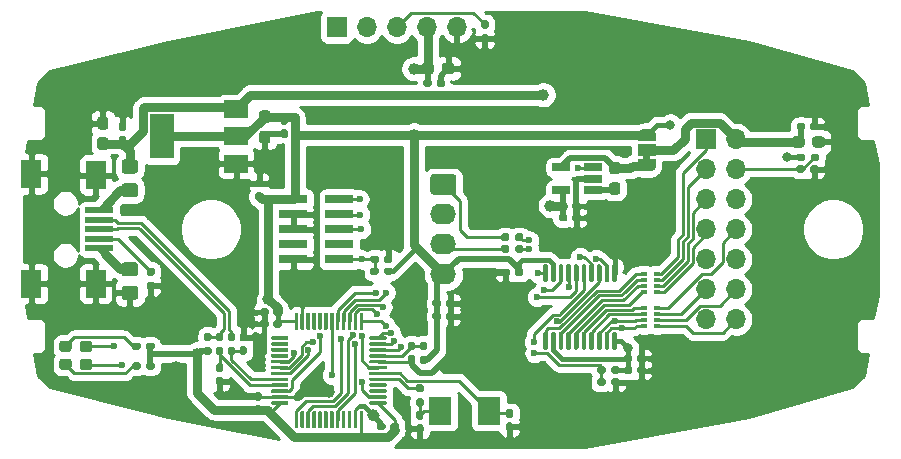
<source format=gtl>
G04 #@! TF.GenerationSoftware,KiCad,Pcbnew,(5.1.10)-1*
G04 #@! TF.CreationDate,2021-07-15T21:28:37+02:00*
G04 #@! TF.ProjectId,MSPBMP,4d535042-4d50-42e6-9b69-6361645f7063,rev?*
G04 #@! TF.SameCoordinates,Original*
G04 #@! TF.FileFunction,Copper,L1,Top*
G04 #@! TF.FilePolarity,Positive*
%FSLAX46Y46*%
G04 Gerber Fmt 4.6, Leading zero omitted, Abs format (unit mm)*
G04 Created by KiCad (PCBNEW (5.1.10)-1) date 2021-07-15 21:28:37*
%MOMM*%
%LPD*%
G01*
G04 APERTURE LIST*
G04 #@! TA.AperFunction,EtchedComponent*
%ADD10C,0.150000*%
G04 #@! TD*
G04 #@! TA.AperFunction,SMDPad,CuDef*
%ADD11R,0.600000X0.400000*%
G04 #@! TD*
G04 #@! TA.AperFunction,SMDPad,CuDef*
%ADD12R,0.600000X0.300000*%
G04 #@! TD*
G04 #@! TA.AperFunction,SMDPad,CuDef*
%ADD13R,1.560000X0.650000*%
G04 #@! TD*
G04 #@! TA.AperFunction,SMDPad,CuDef*
%ADD14C,0.150000*%
G04 #@! TD*
G04 #@! TA.AperFunction,SMDPad,CuDef*
%ADD15R,1.500000X1.000000*%
G04 #@! TD*
G04 #@! TA.AperFunction,SMDPad,CuDef*
%ADD16R,2.400000X0.740000*%
G04 #@! TD*
G04 #@! TA.AperFunction,SMDPad,CuDef*
%ADD17R,2.400000X0.500000*%
G04 #@! TD*
G04 #@! TA.AperFunction,SMDPad,CuDef*
%ADD18R,1.700000X2.400000*%
G04 #@! TD*
G04 #@! TA.AperFunction,SMDPad,CuDef*
%ADD19C,0.500000*%
G04 #@! TD*
G04 #@! TA.AperFunction,SMDPad,CuDef*
%ADD20R,2.000000X1.500000*%
G04 #@! TD*
G04 #@! TA.AperFunction,SMDPad,CuDef*
%ADD21R,2.000000X3.800000*%
G04 #@! TD*
G04 #@! TA.AperFunction,SMDPad,CuDef*
%ADD22R,1.900000X2.400000*%
G04 #@! TD*
G04 #@! TA.AperFunction,ComponentPad*
%ADD23O,1.700000X1.700000*%
G04 #@! TD*
G04 #@! TA.AperFunction,ComponentPad*
%ADD24R,1.700000X1.700000*%
G04 #@! TD*
G04 #@! TA.AperFunction,ComponentPad*
%ADD25O,2.190000X1.740000*%
G04 #@! TD*
G04 #@! TA.AperFunction,ViaPad*
%ADD26C,1.000000*%
G04 #@! TD*
G04 #@! TA.AperFunction,ViaPad*
%ADD27C,0.600000*%
G04 #@! TD*
G04 #@! TA.AperFunction,ViaPad*
%ADD28C,0.800000*%
G04 #@! TD*
G04 #@! TA.AperFunction,Conductor*
%ADD29C,0.381000*%
G04 #@! TD*
G04 #@! TA.AperFunction,Conductor*
%ADD30C,0.508000*%
G04 #@! TD*
G04 #@! TA.AperFunction,Conductor*
%ADD31C,0.254000*%
G04 #@! TD*
G04 #@! TA.AperFunction,Conductor*
%ADD32C,0.750000*%
G04 #@! TD*
G04 #@! TA.AperFunction,Conductor*
%ADD33C,0.400000*%
G04 #@! TD*
G04 #@! TA.AperFunction,Conductor*
%ADD34C,0.150000*%
G04 #@! TD*
G04 APERTURE END LIST*
D10*
G36*
X116625000Y-64050000D02*
G01*
X116625000Y-63550000D01*
X117225000Y-63550000D01*
X117225000Y-64050000D01*
X116625000Y-64050000D01*
G37*
G36*
X97750000Y-81800000D02*
G01*
X98750000Y-81800000D01*
X98750000Y-82300000D01*
X97750000Y-82300000D01*
X97750000Y-81800000D01*
G37*
G04 #@! TA.AperFunction,SMDPad,CuDef*
G36*
G01*
X108450000Y-74300000D02*
X108250000Y-74300000D01*
G75*
G02*
X108150000Y-74200000I0J100000D01*
G01*
X108150000Y-72925000D01*
G75*
G02*
X108250000Y-72825000I100000J0D01*
G01*
X108450000Y-72825000D01*
G75*
G02*
X108550000Y-72925000I0J-100000D01*
G01*
X108550000Y-74200000D01*
G75*
G02*
X108450000Y-74300000I-100000J0D01*
G01*
G37*
G04 #@! TD.AperFunction*
G04 #@! TA.AperFunction,SMDPad,CuDef*
G36*
G01*
X109100000Y-74300000D02*
X108900000Y-74300000D01*
G75*
G02*
X108800000Y-74200000I0J100000D01*
G01*
X108800000Y-72925000D01*
G75*
G02*
X108900000Y-72825000I100000J0D01*
G01*
X109100000Y-72825000D01*
G75*
G02*
X109200000Y-72925000I0J-100000D01*
G01*
X109200000Y-74200000D01*
G75*
G02*
X109100000Y-74300000I-100000J0D01*
G01*
G37*
G04 #@! TD.AperFunction*
G04 #@! TA.AperFunction,SMDPad,CuDef*
G36*
G01*
X109750000Y-74300000D02*
X109550000Y-74300000D01*
G75*
G02*
X109450000Y-74200000I0J100000D01*
G01*
X109450000Y-72925000D01*
G75*
G02*
X109550000Y-72825000I100000J0D01*
G01*
X109750000Y-72825000D01*
G75*
G02*
X109850000Y-72925000I0J-100000D01*
G01*
X109850000Y-74200000D01*
G75*
G02*
X109750000Y-74300000I-100000J0D01*
G01*
G37*
G04 #@! TD.AperFunction*
G04 #@! TA.AperFunction,SMDPad,CuDef*
G36*
G01*
X110400000Y-74300000D02*
X110200000Y-74300000D01*
G75*
G02*
X110100000Y-74200000I0J100000D01*
G01*
X110100000Y-72925000D01*
G75*
G02*
X110200000Y-72825000I100000J0D01*
G01*
X110400000Y-72825000D01*
G75*
G02*
X110500000Y-72925000I0J-100000D01*
G01*
X110500000Y-74200000D01*
G75*
G02*
X110400000Y-74300000I-100000J0D01*
G01*
G37*
G04 #@! TD.AperFunction*
G04 #@! TA.AperFunction,SMDPad,CuDef*
G36*
G01*
X111050000Y-74300000D02*
X110850000Y-74300000D01*
G75*
G02*
X110750000Y-74200000I0J100000D01*
G01*
X110750000Y-72925000D01*
G75*
G02*
X110850000Y-72825000I100000J0D01*
G01*
X111050000Y-72825000D01*
G75*
G02*
X111150000Y-72925000I0J-100000D01*
G01*
X111150000Y-74200000D01*
G75*
G02*
X111050000Y-74300000I-100000J0D01*
G01*
G37*
G04 #@! TD.AperFunction*
G04 #@! TA.AperFunction,SMDPad,CuDef*
G36*
G01*
X111700000Y-74300000D02*
X111500000Y-74300000D01*
G75*
G02*
X111400000Y-74200000I0J100000D01*
G01*
X111400000Y-72925000D01*
G75*
G02*
X111500000Y-72825000I100000J0D01*
G01*
X111700000Y-72825000D01*
G75*
G02*
X111800000Y-72925000I0J-100000D01*
G01*
X111800000Y-74200000D01*
G75*
G02*
X111700000Y-74300000I-100000J0D01*
G01*
G37*
G04 #@! TD.AperFunction*
G04 #@! TA.AperFunction,SMDPad,CuDef*
G36*
G01*
X112350000Y-74300000D02*
X112150000Y-74300000D01*
G75*
G02*
X112050000Y-74200000I0J100000D01*
G01*
X112050000Y-72925000D01*
G75*
G02*
X112150000Y-72825000I100000J0D01*
G01*
X112350000Y-72825000D01*
G75*
G02*
X112450000Y-72925000I0J-100000D01*
G01*
X112450000Y-74200000D01*
G75*
G02*
X112350000Y-74300000I-100000J0D01*
G01*
G37*
G04 #@! TD.AperFunction*
G04 #@! TA.AperFunction,SMDPad,CuDef*
G36*
G01*
X113000000Y-74300000D02*
X112800000Y-74300000D01*
G75*
G02*
X112700000Y-74200000I0J100000D01*
G01*
X112700000Y-72925000D01*
G75*
G02*
X112800000Y-72825000I100000J0D01*
G01*
X113000000Y-72825000D01*
G75*
G02*
X113100000Y-72925000I0J-100000D01*
G01*
X113100000Y-74200000D01*
G75*
G02*
X113000000Y-74300000I-100000J0D01*
G01*
G37*
G04 #@! TD.AperFunction*
G04 #@! TA.AperFunction,SMDPad,CuDef*
G36*
G01*
X113650000Y-74300000D02*
X113450000Y-74300000D01*
G75*
G02*
X113350000Y-74200000I0J100000D01*
G01*
X113350000Y-72925000D01*
G75*
G02*
X113450000Y-72825000I100000J0D01*
G01*
X113650000Y-72825000D01*
G75*
G02*
X113750000Y-72925000I0J-100000D01*
G01*
X113750000Y-74200000D01*
G75*
G02*
X113650000Y-74300000I-100000J0D01*
G01*
G37*
G04 #@! TD.AperFunction*
G04 #@! TA.AperFunction,SMDPad,CuDef*
G36*
G01*
X114300000Y-74300000D02*
X114100000Y-74300000D01*
G75*
G02*
X114000000Y-74200000I0J100000D01*
G01*
X114000000Y-72925000D01*
G75*
G02*
X114100000Y-72825000I100000J0D01*
G01*
X114300000Y-72825000D01*
G75*
G02*
X114400000Y-72925000I0J-100000D01*
G01*
X114400000Y-74200000D01*
G75*
G02*
X114300000Y-74300000I-100000J0D01*
G01*
G37*
G04 #@! TD.AperFunction*
G04 #@! TA.AperFunction,SMDPad,CuDef*
G36*
G01*
X114300000Y-80025000D02*
X114100000Y-80025000D01*
G75*
G02*
X114000000Y-79925000I0J100000D01*
G01*
X114000000Y-78650000D01*
G75*
G02*
X114100000Y-78550000I100000J0D01*
G01*
X114300000Y-78550000D01*
G75*
G02*
X114400000Y-78650000I0J-100000D01*
G01*
X114400000Y-79925000D01*
G75*
G02*
X114300000Y-80025000I-100000J0D01*
G01*
G37*
G04 #@! TD.AperFunction*
G04 #@! TA.AperFunction,SMDPad,CuDef*
G36*
G01*
X113650000Y-80025000D02*
X113450000Y-80025000D01*
G75*
G02*
X113350000Y-79925000I0J100000D01*
G01*
X113350000Y-78650000D01*
G75*
G02*
X113450000Y-78550000I100000J0D01*
G01*
X113650000Y-78550000D01*
G75*
G02*
X113750000Y-78650000I0J-100000D01*
G01*
X113750000Y-79925000D01*
G75*
G02*
X113650000Y-80025000I-100000J0D01*
G01*
G37*
G04 #@! TD.AperFunction*
G04 #@! TA.AperFunction,SMDPad,CuDef*
G36*
G01*
X113000000Y-80025000D02*
X112800000Y-80025000D01*
G75*
G02*
X112700000Y-79925000I0J100000D01*
G01*
X112700000Y-78650000D01*
G75*
G02*
X112800000Y-78550000I100000J0D01*
G01*
X113000000Y-78550000D01*
G75*
G02*
X113100000Y-78650000I0J-100000D01*
G01*
X113100000Y-79925000D01*
G75*
G02*
X113000000Y-80025000I-100000J0D01*
G01*
G37*
G04 #@! TD.AperFunction*
G04 #@! TA.AperFunction,SMDPad,CuDef*
G36*
G01*
X112350000Y-80025000D02*
X112150000Y-80025000D01*
G75*
G02*
X112050000Y-79925000I0J100000D01*
G01*
X112050000Y-78650000D01*
G75*
G02*
X112150000Y-78550000I100000J0D01*
G01*
X112350000Y-78550000D01*
G75*
G02*
X112450000Y-78650000I0J-100000D01*
G01*
X112450000Y-79925000D01*
G75*
G02*
X112350000Y-80025000I-100000J0D01*
G01*
G37*
G04 #@! TD.AperFunction*
G04 #@! TA.AperFunction,SMDPad,CuDef*
G36*
G01*
X111700000Y-80025000D02*
X111500000Y-80025000D01*
G75*
G02*
X111400000Y-79925000I0J100000D01*
G01*
X111400000Y-78650000D01*
G75*
G02*
X111500000Y-78550000I100000J0D01*
G01*
X111700000Y-78550000D01*
G75*
G02*
X111800000Y-78650000I0J-100000D01*
G01*
X111800000Y-79925000D01*
G75*
G02*
X111700000Y-80025000I-100000J0D01*
G01*
G37*
G04 #@! TD.AperFunction*
G04 #@! TA.AperFunction,SMDPad,CuDef*
G36*
G01*
X111050000Y-80025000D02*
X110850000Y-80025000D01*
G75*
G02*
X110750000Y-79925000I0J100000D01*
G01*
X110750000Y-78650000D01*
G75*
G02*
X110850000Y-78550000I100000J0D01*
G01*
X111050000Y-78550000D01*
G75*
G02*
X111150000Y-78650000I0J-100000D01*
G01*
X111150000Y-79925000D01*
G75*
G02*
X111050000Y-80025000I-100000J0D01*
G01*
G37*
G04 #@! TD.AperFunction*
G04 #@! TA.AperFunction,SMDPad,CuDef*
G36*
G01*
X110400000Y-80025000D02*
X110200000Y-80025000D01*
G75*
G02*
X110100000Y-79925000I0J100000D01*
G01*
X110100000Y-78650000D01*
G75*
G02*
X110200000Y-78550000I100000J0D01*
G01*
X110400000Y-78550000D01*
G75*
G02*
X110500000Y-78650000I0J-100000D01*
G01*
X110500000Y-79925000D01*
G75*
G02*
X110400000Y-80025000I-100000J0D01*
G01*
G37*
G04 #@! TD.AperFunction*
G04 #@! TA.AperFunction,SMDPad,CuDef*
G36*
G01*
X109750000Y-80025000D02*
X109550000Y-80025000D01*
G75*
G02*
X109450000Y-79925000I0J100000D01*
G01*
X109450000Y-78650000D01*
G75*
G02*
X109550000Y-78550000I100000J0D01*
G01*
X109750000Y-78550000D01*
G75*
G02*
X109850000Y-78650000I0J-100000D01*
G01*
X109850000Y-79925000D01*
G75*
G02*
X109750000Y-80025000I-100000J0D01*
G01*
G37*
G04 #@! TD.AperFunction*
G04 #@! TA.AperFunction,SMDPad,CuDef*
G36*
G01*
X109100000Y-80025000D02*
X108900000Y-80025000D01*
G75*
G02*
X108800000Y-79925000I0J100000D01*
G01*
X108800000Y-78650000D01*
G75*
G02*
X108900000Y-78550000I100000J0D01*
G01*
X109100000Y-78550000D01*
G75*
G02*
X109200000Y-78650000I0J-100000D01*
G01*
X109200000Y-79925000D01*
G75*
G02*
X109100000Y-80025000I-100000J0D01*
G01*
G37*
G04 #@! TD.AperFunction*
G04 #@! TA.AperFunction,SMDPad,CuDef*
G36*
G01*
X108450000Y-80025000D02*
X108250000Y-80025000D01*
G75*
G02*
X108150000Y-79925000I0J100000D01*
G01*
X108150000Y-78650000D01*
G75*
G02*
X108250000Y-78550000I100000J0D01*
G01*
X108450000Y-78550000D01*
G75*
G02*
X108550000Y-78650000I0J-100000D01*
G01*
X108550000Y-79925000D01*
G75*
G02*
X108450000Y-80025000I-100000J0D01*
G01*
G37*
G04 #@! TD.AperFunction*
D11*
X116650000Y-73625000D03*
D12*
X116650000Y-74625000D03*
X116650000Y-74125000D03*
D11*
X116650000Y-75125000D03*
D12*
X117750000Y-74125000D03*
D11*
X117750000Y-73625000D03*
D12*
X117750000Y-74625000D03*
D11*
X117750000Y-75125000D03*
X116650000Y-76500000D03*
D12*
X116650000Y-77500000D03*
X116650000Y-77000000D03*
D11*
X116650000Y-78000000D03*
D12*
X117750000Y-77000000D03*
D11*
X117750000Y-76500000D03*
D12*
X117750000Y-77500000D03*
D11*
X117750000Y-78000000D03*
D13*
X109675000Y-66500000D03*
X109675000Y-64600000D03*
X112375000Y-64600000D03*
X112375000Y-65550000D03*
X112375000Y-66500000D03*
G04 #@! TA.AperFunction,SMDPad,CuDef*
D14*
G36*
X117675000Y-63900000D02*
G01*
X117675000Y-64450000D01*
X117674398Y-64450000D01*
X117674398Y-64474534D01*
X117669588Y-64523365D01*
X117660016Y-64571490D01*
X117645772Y-64618445D01*
X117626995Y-64663778D01*
X117603864Y-64707051D01*
X117576604Y-64747850D01*
X117545476Y-64785779D01*
X117510779Y-64820476D01*
X117472850Y-64851604D01*
X117432051Y-64878864D01*
X117388778Y-64901995D01*
X117343445Y-64920772D01*
X117296490Y-64935016D01*
X117248365Y-64944588D01*
X117199534Y-64949398D01*
X117175000Y-64949398D01*
X117175000Y-64950000D01*
X116675000Y-64950000D01*
X116675000Y-64949398D01*
X116650466Y-64949398D01*
X116601635Y-64944588D01*
X116553510Y-64935016D01*
X116506555Y-64920772D01*
X116461222Y-64901995D01*
X116417949Y-64878864D01*
X116377150Y-64851604D01*
X116339221Y-64820476D01*
X116304524Y-64785779D01*
X116273396Y-64747850D01*
X116246136Y-64707051D01*
X116223005Y-64663778D01*
X116204228Y-64618445D01*
X116189984Y-64571490D01*
X116180412Y-64523365D01*
X116175602Y-64474534D01*
X116175602Y-64450000D01*
X116175000Y-64450000D01*
X116175000Y-63900000D01*
X117675000Y-63900000D01*
G37*
G04 #@! TD.AperFunction*
D15*
X116925000Y-63150000D03*
G04 #@! TA.AperFunction,SMDPad,CuDef*
D14*
G36*
X116175602Y-61850000D02*
G01*
X116175602Y-61825466D01*
X116180412Y-61776635D01*
X116189984Y-61728510D01*
X116204228Y-61681555D01*
X116223005Y-61636222D01*
X116246136Y-61592949D01*
X116273396Y-61552150D01*
X116304524Y-61514221D01*
X116339221Y-61479524D01*
X116377150Y-61448396D01*
X116417949Y-61421136D01*
X116461222Y-61398005D01*
X116506555Y-61379228D01*
X116553510Y-61364984D01*
X116601635Y-61355412D01*
X116650466Y-61350602D01*
X116675000Y-61350602D01*
X116675000Y-61350000D01*
X117175000Y-61350000D01*
X117175000Y-61350602D01*
X117199534Y-61350602D01*
X117248365Y-61355412D01*
X117296490Y-61364984D01*
X117343445Y-61379228D01*
X117388778Y-61398005D01*
X117432051Y-61421136D01*
X117472850Y-61448396D01*
X117510779Y-61479524D01*
X117545476Y-61514221D01*
X117576604Y-61552150D01*
X117603864Y-61592949D01*
X117626995Y-61636222D01*
X117645772Y-61681555D01*
X117660016Y-61728510D01*
X117669588Y-61776635D01*
X117674398Y-61825466D01*
X117674398Y-61850000D01*
X117675000Y-61850000D01*
X117675000Y-62400000D01*
X116175000Y-62400000D01*
X116175000Y-61850000D01*
X116175602Y-61850000D01*
G37*
G04 #@! TD.AperFunction*
G04 #@! TA.AperFunction,SMDPad,CuDef*
G36*
G01*
X113962500Y-65875000D02*
X114437500Y-65875000D01*
G75*
G02*
X114675000Y-66112500I0J-237500D01*
G01*
X114675000Y-66687500D01*
G75*
G02*
X114437500Y-66925000I-237500J0D01*
G01*
X113962500Y-66925000D01*
G75*
G02*
X113725000Y-66687500I0J237500D01*
G01*
X113725000Y-66112500D01*
G75*
G02*
X113962500Y-65875000I237500J0D01*
G01*
G37*
G04 #@! TD.AperFunction*
G04 #@! TA.AperFunction,SMDPad,CuDef*
G36*
G01*
X113962500Y-64125000D02*
X114437500Y-64125000D01*
G75*
G02*
X114675000Y-64362500I0J-237500D01*
G01*
X114675000Y-64937500D01*
G75*
G02*
X114437500Y-65175000I-237500J0D01*
G01*
X113962500Y-65175000D01*
G75*
G02*
X113725000Y-64937500I0J237500D01*
G01*
X113725000Y-64362500D01*
G75*
G02*
X113962500Y-64125000I237500J0D01*
G01*
G37*
G04 #@! TD.AperFunction*
D16*
X86995000Y-67310000D03*
X90895000Y-67310000D03*
X86995000Y-68580000D03*
X90895000Y-68580000D03*
X86995000Y-69850000D03*
X90895000Y-69850000D03*
X86995000Y-71120000D03*
X90895000Y-71120000D03*
X86995000Y-72390000D03*
X90895000Y-72390000D03*
G04 #@! TA.AperFunction,SMDPad,CuDef*
G36*
G01*
X82905000Y-79340000D02*
X82595000Y-79340000D01*
G75*
G02*
X82440000Y-79185000I0J155000D01*
G01*
X82440000Y-78760000D01*
G75*
G02*
X82595000Y-78605000I155000J0D01*
G01*
X82905000Y-78605000D01*
G75*
G02*
X83060000Y-78760000I0J-155000D01*
G01*
X83060000Y-79185000D01*
G75*
G02*
X82905000Y-79340000I-155000J0D01*
G01*
G37*
G04 #@! TD.AperFunction*
G04 #@! TA.AperFunction,SMDPad,CuDef*
G36*
G01*
X82905000Y-80475000D02*
X82595000Y-80475000D01*
G75*
G02*
X82440000Y-80320000I0J155000D01*
G01*
X82440000Y-79895000D01*
G75*
G02*
X82595000Y-79740000I155000J0D01*
G01*
X82905000Y-79740000D01*
G75*
G02*
X83060000Y-79895000I0J-155000D01*
G01*
X83060000Y-80320000D01*
G75*
G02*
X82905000Y-80475000I-155000J0D01*
G01*
G37*
G04 #@! TD.AperFunction*
G04 #@! TA.AperFunction,SMDPad,CuDef*
G36*
G01*
X80595000Y-82330000D02*
X80905000Y-82330000D01*
G75*
G02*
X81060000Y-82485000I0J-155000D01*
G01*
X81060000Y-82910000D01*
G75*
G02*
X80905000Y-83065000I-155000J0D01*
G01*
X80595000Y-83065000D01*
G75*
G02*
X80440000Y-82910000I0J155000D01*
G01*
X80440000Y-82485000D01*
G75*
G02*
X80595000Y-82330000I155000J0D01*
G01*
G37*
G04 #@! TD.AperFunction*
G04 #@! TA.AperFunction,SMDPad,CuDef*
G36*
G01*
X80595000Y-81195000D02*
X80905000Y-81195000D01*
G75*
G02*
X81060000Y-81350000I0J-155000D01*
G01*
X81060000Y-81775000D01*
G75*
G02*
X80905000Y-81930000I-155000J0D01*
G01*
X80595000Y-81930000D01*
G75*
G02*
X80440000Y-81775000I0J155000D01*
G01*
X80440000Y-81350000D01*
G75*
G02*
X80595000Y-81195000I155000J0D01*
G01*
G37*
G04 #@! TD.AperFunction*
G04 #@! TA.AperFunction,SMDPad,CuDef*
G36*
G01*
X105760000Y-71670000D02*
X105760000Y-71350000D01*
G75*
G02*
X105920000Y-71190000I160000J0D01*
G01*
X106315000Y-71190000D01*
G75*
G02*
X106475000Y-71350000I0J-160000D01*
G01*
X106475000Y-71670000D01*
G75*
G02*
X106315000Y-71830000I-160000J0D01*
G01*
X105920000Y-71830000D01*
G75*
G02*
X105760000Y-71670000I0J160000D01*
G01*
G37*
G04 #@! TD.AperFunction*
G04 #@! TA.AperFunction,SMDPad,CuDef*
G36*
G01*
X104565000Y-71670000D02*
X104565000Y-71350000D01*
G75*
G02*
X104725000Y-71190000I160000J0D01*
G01*
X105120000Y-71190000D01*
G75*
G02*
X105280000Y-71350000I0J-160000D01*
G01*
X105280000Y-71670000D01*
G75*
G02*
X105120000Y-71830000I-160000J0D01*
G01*
X104725000Y-71830000D01*
G75*
G02*
X104565000Y-71670000I0J160000D01*
G01*
G37*
G04 #@! TD.AperFunction*
G04 #@! TA.AperFunction,SMDPad,CuDef*
G36*
G01*
X105760000Y-70670000D02*
X105760000Y-70350000D01*
G75*
G02*
X105920000Y-70190000I160000J0D01*
G01*
X106315000Y-70190000D01*
G75*
G02*
X106475000Y-70350000I0J-160000D01*
G01*
X106475000Y-70670000D01*
G75*
G02*
X106315000Y-70830000I-160000J0D01*
G01*
X105920000Y-70830000D01*
G75*
G02*
X105760000Y-70670000I0J160000D01*
G01*
G37*
G04 #@! TD.AperFunction*
G04 #@! TA.AperFunction,SMDPad,CuDef*
G36*
G01*
X104565000Y-70670000D02*
X104565000Y-70350000D01*
G75*
G02*
X104725000Y-70190000I160000J0D01*
G01*
X105120000Y-70190000D01*
G75*
G02*
X105280000Y-70350000I0J-160000D01*
G01*
X105280000Y-70670000D01*
G75*
G02*
X105120000Y-70830000I-160000J0D01*
G01*
X104725000Y-70830000D01*
G75*
G02*
X104565000Y-70670000I0J160000D01*
G01*
G37*
G04 #@! TD.AperFunction*
G04 #@! TA.AperFunction,SMDPad,CuDef*
G36*
G01*
X130275000Y-62212500D02*
X130275000Y-62687500D01*
G75*
G02*
X130037500Y-62925000I-237500J0D01*
G01*
X129437500Y-62925000D01*
G75*
G02*
X129200000Y-62687500I0J237500D01*
G01*
X129200000Y-62212500D01*
G75*
G02*
X129437500Y-61975000I237500J0D01*
G01*
X130037500Y-61975000D01*
G75*
G02*
X130275000Y-62212500I0J-237500D01*
G01*
G37*
G04 #@! TD.AperFunction*
G04 #@! TA.AperFunction,SMDPad,CuDef*
G36*
G01*
X132000000Y-62212500D02*
X132000000Y-62687500D01*
G75*
G02*
X131762500Y-62925000I-237500J0D01*
G01*
X131162500Y-62925000D01*
G75*
G02*
X130925000Y-62687500I0J237500D01*
G01*
X130925000Y-62212500D01*
G75*
G02*
X131162500Y-61975000I237500J0D01*
G01*
X131762500Y-61975000D01*
G75*
G02*
X132000000Y-62212500I0J-237500D01*
G01*
G37*
G04 #@! TD.AperFunction*
G04 #@! TA.AperFunction,SMDPad,CuDef*
G36*
G01*
X99120000Y-57625000D02*
X99120000Y-57315000D01*
G75*
G02*
X99275000Y-57160000I155000J0D01*
G01*
X99700000Y-57160000D01*
G75*
G02*
X99855000Y-57315000I0J-155000D01*
G01*
X99855000Y-57625000D01*
G75*
G02*
X99700000Y-57780000I-155000J0D01*
G01*
X99275000Y-57780000D01*
G75*
G02*
X99120000Y-57625000I0J155000D01*
G01*
G37*
G04 #@! TD.AperFunction*
G04 #@! TA.AperFunction,SMDPad,CuDef*
G36*
G01*
X97985000Y-57625000D02*
X97985000Y-57315000D01*
G75*
G02*
X98140000Y-57160000I155000J0D01*
G01*
X98565000Y-57160000D01*
G75*
G02*
X98720000Y-57315000I0J-155000D01*
G01*
X98720000Y-57625000D01*
G75*
G02*
X98565000Y-57780000I-155000J0D01*
G01*
X98140000Y-57780000D01*
G75*
G02*
X97985000Y-57625000I0J155000D01*
G01*
G37*
G04 #@! TD.AperFunction*
G04 #@! TA.AperFunction,SMDPad,CuDef*
G36*
G01*
X98902500Y-55992500D02*
X98902500Y-56467500D01*
G75*
G02*
X98665000Y-56705000I-237500J0D01*
G01*
X98065000Y-56705000D01*
G75*
G02*
X97827500Y-56467500I0J237500D01*
G01*
X97827500Y-55992500D01*
G75*
G02*
X98065000Y-55755000I237500J0D01*
G01*
X98665000Y-55755000D01*
G75*
G02*
X98902500Y-55992500I0J-237500D01*
G01*
G37*
G04 #@! TD.AperFunction*
G04 #@! TA.AperFunction,SMDPad,CuDef*
G36*
G01*
X100627500Y-55992500D02*
X100627500Y-56467500D01*
G75*
G02*
X100390000Y-56705000I-237500J0D01*
G01*
X99790000Y-56705000D01*
G75*
G02*
X99552500Y-56467500I0J237500D01*
G01*
X99552500Y-55992500D01*
G75*
G02*
X99790000Y-55755000I237500J0D01*
G01*
X100390000Y-55755000D01*
G75*
G02*
X100627500Y-55992500I0J-237500D01*
G01*
G37*
G04 #@! TD.AperFunction*
G04 #@! TA.AperFunction,SMDPad,CuDef*
G36*
G01*
X113435000Y-81615000D02*
X113435000Y-81935000D01*
G75*
G02*
X113275000Y-82095000I-160000J0D01*
G01*
X112880000Y-82095000D01*
G75*
G02*
X112720000Y-81935000I0J160000D01*
G01*
X112720000Y-81615000D01*
G75*
G02*
X112880000Y-81455000I160000J0D01*
G01*
X113275000Y-81455000D01*
G75*
G02*
X113435000Y-81615000I0J-160000D01*
G01*
G37*
G04 #@! TD.AperFunction*
G04 #@! TA.AperFunction,SMDPad,CuDef*
G36*
G01*
X114630000Y-81615000D02*
X114630000Y-81935000D01*
G75*
G02*
X114470000Y-82095000I-160000J0D01*
G01*
X114075000Y-82095000D01*
G75*
G02*
X113915000Y-81935000I0J160000D01*
G01*
X113915000Y-81615000D01*
G75*
G02*
X114075000Y-81455000I160000J0D01*
G01*
X114470000Y-81455000D01*
G75*
G02*
X114630000Y-81615000I0J-160000D01*
G01*
G37*
G04 #@! TD.AperFunction*
G04 #@! TA.AperFunction,SMDPad,CuDef*
G36*
G01*
X113915000Y-82935000D02*
X113915000Y-82615000D01*
G75*
G02*
X114075000Y-82455000I160000J0D01*
G01*
X114470000Y-82455000D01*
G75*
G02*
X114630000Y-82615000I0J-160000D01*
G01*
X114630000Y-82935000D01*
G75*
G02*
X114470000Y-83095000I-160000J0D01*
G01*
X114075000Y-83095000D01*
G75*
G02*
X113915000Y-82935000I0J160000D01*
G01*
G37*
G04 #@! TD.AperFunction*
G04 #@! TA.AperFunction,SMDPad,CuDef*
G36*
G01*
X112720000Y-82935000D02*
X112720000Y-82615000D01*
G75*
G02*
X112880000Y-82455000I160000J0D01*
G01*
X113275000Y-82455000D01*
G75*
G02*
X113435000Y-82615000I0J-160000D01*
G01*
X113435000Y-82935000D01*
G75*
G02*
X113275000Y-83095000I-160000J0D01*
G01*
X112880000Y-83095000D01*
G75*
G02*
X112720000Y-82935000I0J160000D01*
G01*
G37*
G04 #@! TD.AperFunction*
G04 #@! TA.AperFunction,SMDPad,CuDef*
G36*
G01*
X130312500Y-63590000D02*
X130312500Y-63910000D01*
G75*
G02*
X130152500Y-64070000I-160000J0D01*
G01*
X129757500Y-64070000D01*
G75*
G02*
X129597500Y-63910000I0J160000D01*
G01*
X129597500Y-63590000D01*
G75*
G02*
X129757500Y-63430000I160000J0D01*
G01*
X130152500Y-63430000D01*
G75*
G02*
X130312500Y-63590000I0J-160000D01*
G01*
G37*
G04 #@! TD.AperFunction*
G04 #@! TA.AperFunction,SMDPad,CuDef*
G36*
G01*
X131507500Y-63590000D02*
X131507500Y-63910000D01*
G75*
G02*
X131347500Y-64070000I-160000J0D01*
G01*
X130952500Y-64070000D01*
G75*
G02*
X130792500Y-63910000I0J160000D01*
G01*
X130792500Y-63590000D01*
G75*
G02*
X130952500Y-63430000I160000J0D01*
G01*
X131347500Y-63430000D01*
G75*
G02*
X131507500Y-63590000I0J-160000D01*
G01*
G37*
G04 #@! TD.AperFunction*
G04 #@! TA.AperFunction,SMDPad,CuDef*
G36*
G01*
X94690000Y-73560000D02*
X94690000Y-73240000D01*
G75*
G02*
X94850000Y-73080000I160000J0D01*
G01*
X95245000Y-73080000D01*
G75*
G02*
X95405000Y-73240000I0J-160000D01*
G01*
X95405000Y-73560000D01*
G75*
G02*
X95245000Y-73720000I-160000J0D01*
G01*
X94850000Y-73720000D01*
G75*
G02*
X94690000Y-73560000I0J160000D01*
G01*
G37*
G04 #@! TD.AperFunction*
G04 #@! TA.AperFunction,SMDPad,CuDef*
G36*
G01*
X93495000Y-73560000D02*
X93495000Y-73240000D01*
G75*
G02*
X93655000Y-73080000I160000J0D01*
G01*
X94050000Y-73080000D01*
G75*
G02*
X94210000Y-73240000I0J-160000D01*
G01*
X94210000Y-73560000D01*
G75*
G02*
X94050000Y-73720000I-160000J0D01*
G01*
X93655000Y-73720000D01*
G75*
G02*
X93495000Y-73560000I0J160000D01*
G01*
G37*
G04 #@! TD.AperFunction*
G04 #@! TA.AperFunction,SMDPad,CuDef*
G36*
G01*
X74535000Y-81567000D02*
X74535000Y-81247000D01*
G75*
G02*
X74695000Y-81087000I160000J0D01*
G01*
X75090000Y-81087000D01*
G75*
G02*
X75250000Y-81247000I0J-160000D01*
G01*
X75250000Y-81567000D01*
G75*
G02*
X75090000Y-81727000I-160000J0D01*
G01*
X74695000Y-81727000D01*
G75*
G02*
X74535000Y-81567000I0J160000D01*
G01*
G37*
G04 #@! TD.AperFunction*
G04 #@! TA.AperFunction,SMDPad,CuDef*
G36*
G01*
X73340000Y-81567000D02*
X73340000Y-81247000D01*
G75*
G02*
X73500000Y-81087000I160000J0D01*
G01*
X73895000Y-81087000D01*
G75*
G02*
X74055000Y-81247000I0J-160000D01*
G01*
X74055000Y-81567000D01*
G75*
G02*
X73895000Y-81727000I-160000J0D01*
G01*
X73500000Y-81727000D01*
G75*
G02*
X73340000Y-81567000I0J160000D01*
G01*
G37*
G04 #@! TD.AperFunction*
G04 #@! TA.AperFunction,SMDPad,CuDef*
G36*
G01*
X103360000Y-52860000D02*
X103040000Y-52860000D01*
G75*
G02*
X102880000Y-52700000I0J160000D01*
G01*
X102880000Y-52305000D01*
G75*
G02*
X103040000Y-52145000I160000J0D01*
G01*
X103360000Y-52145000D01*
G75*
G02*
X103520000Y-52305000I0J-160000D01*
G01*
X103520000Y-52700000D01*
G75*
G02*
X103360000Y-52860000I-160000J0D01*
G01*
G37*
G04 #@! TD.AperFunction*
G04 #@! TA.AperFunction,SMDPad,CuDef*
G36*
G01*
X103360000Y-54055000D02*
X103040000Y-54055000D01*
G75*
G02*
X102880000Y-53895000I0J160000D01*
G01*
X102880000Y-53500000D01*
G75*
G02*
X103040000Y-53340000I160000J0D01*
G01*
X103360000Y-53340000D01*
G75*
G02*
X103520000Y-53500000I0J-160000D01*
G01*
X103520000Y-53895000D01*
G75*
G02*
X103360000Y-54055000I-160000J0D01*
G01*
G37*
G04 #@! TD.AperFunction*
G04 #@! TA.AperFunction,SMDPad,CuDef*
G36*
G01*
X97860000Y-83660000D02*
X97540000Y-83660000D01*
G75*
G02*
X97380000Y-83500000I0J160000D01*
G01*
X97380000Y-83105000D01*
G75*
G02*
X97540000Y-82945000I160000J0D01*
G01*
X97860000Y-82945000D01*
G75*
G02*
X98020000Y-83105000I0J-160000D01*
G01*
X98020000Y-83500000D01*
G75*
G02*
X97860000Y-83660000I-160000J0D01*
G01*
G37*
G04 #@! TD.AperFunction*
G04 #@! TA.AperFunction,SMDPad,CuDef*
G36*
G01*
X97860000Y-84855000D02*
X97540000Y-84855000D01*
G75*
G02*
X97380000Y-84695000I0J160000D01*
G01*
X97380000Y-84300000D01*
G75*
G02*
X97540000Y-84140000I160000J0D01*
G01*
X97860000Y-84140000D01*
G75*
G02*
X98020000Y-84300000I0J-160000D01*
G01*
X98020000Y-84695000D01*
G75*
G02*
X97860000Y-84855000I-160000J0D01*
G01*
G37*
G04 #@! TD.AperFunction*
G04 #@! TA.AperFunction,SMDPad,CuDef*
G36*
G01*
X74535000Y-79916000D02*
X74535000Y-79596000D01*
G75*
G02*
X74695000Y-79436000I160000J0D01*
G01*
X75090000Y-79436000D01*
G75*
G02*
X75250000Y-79596000I0J-160000D01*
G01*
X75250000Y-79916000D01*
G75*
G02*
X75090000Y-80076000I-160000J0D01*
G01*
X74695000Y-80076000D01*
G75*
G02*
X74535000Y-79916000I0J160000D01*
G01*
G37*
G04 #@! TD.AperFunction*
G04 #@! TA.AperFunction,SMDPad,CuDef*
G36*
G01*
X73340000Y-79916000D02*
X73340000Y-79596000D01*
G75*
G02*
X73500000Y-79436000I160000J0D01*
G01*
X73895000Y-79436000D01*
G75*
G02*
X74055000Y-79596000I0J-160000D01*
G01*
X74055000Y-79916000D01*
G75*
G02*
X73895000Y-80076000I-160000J0D01*
G01*
X73500000Y-80076000D01*
G75*
G02*
X73340000Y-79916000I0J160000D01*
G01*
G37*
G04 #@! TD.AperFunction*
G04 #@! TA.AperFunction,SMDPad,CuDef*
G36*
G01*
X81910000Y-79320000D02*
X81590000Y-79320000D01*
G75*
G02*
X81430000Y-79160000I0J160000D01*
G01*
X81430000Y-78765000D01*
G75*
G02*
X81590000Y-78605000I160000J0D01*
G01*
X81910000Y-78605000D01*
G75*
G02*
X82070000Y-78765000I0J-160000D01*
G01*
X82070000Y-79160000D01*
G75*
G02*
X81910000Y-79320000I-160000J0D01*
G01*
G37*
G04 #@! TD.AperFunction*
G04 #@! TA.AperFunction,SMDPad,CuDef*
G36*
G01*
X81910000Y-80515000D02*
X81590000Y-80515000D01*
G75*
G02*
X81430000Y-80355000I0J160000D01*
G01*
X81430000Y-79960000D01*
G75*
G02*
X81590000Y-79800000I160000J0D01*
G01*
X81910000Y-79800000D01*
G75*
G02*
X82070000Y-79960000I0J-160000D01*
G01*
X82070000Y-80355000D01*
G75*
G02*
X81910000Y-80515000I-160000J0D01*
G01*
G37*
G04 #@! TD.AperFunction*
G04 #@! TA.AperFunction,SMDPad,CuDef*
G36*
G01*
X80910000Y-79320000D02*
X80590000Y-79320000D01*
G75*
G02*
X80430000Y-79160000I0J160000D01*
G01*
X80430000Y-78765000D01*
G75*
G02*
X80590000Y-78605000I160000J0D01*
G01*
X80910000Y-78605000D01*
G75*
G02*
X81070000Y-78765000I0J-160000D01*
G01*
X81070000Y-79160000D01*
G75*
G02*
X80910000Y-79320000I-160000J0D01*
G01*
G37*
G04 #@! TD.AperFunction*
G04 #@! TA.AperFunction,SMDPad,CuDef*
G36*
G01*
X80910000Y-80515000D02*
X80590000Y-80515000D01*
G75*
G02*
X80430000Y-80355000I0J160000D01*
G01*
X80430000Y-79960000D01*
G75*
G02*
X80590000Y-79800000I160000J0D01*
G01*
X80910000Y-79800000D01*
G75*
G02*
X81070000Y-79960000I0J-160000D01*
G01*
X81070000Y-80355000D01*
G75*
G02*
X80910000Y-80515000I-160000J0D01*
G01*
G37*
G04 #@! TD.AperFunction*
G04 #@! TA.AperFunction,SMDPad,CuDef*
G36*
G01*
X79590000Y-79800000D02*
X79910000Y-79800000D01*
G75*
G02*
X80070000Y-79960000I0J-160000D01*
G01*
X80070000Y-80355000D01*
G75*
G02*
X79910000Y-80515000I-160000J0D01*
G01*
X79590000Y-80515000D01*
G75*
G02*
X79430000Y-80355000I0J160000D01*
G01*
X79430000Y-79960000D01*
G75*
G02*
X79590000Y-79800000I160000J0D01*
G01*
G37*
G04 #@! TD.AperFunction*
G04 #@! TA.AperFunction,SMDPad,CuDef*
G36*
G01*
X79590000Y-78605000D02*
X79910000Y-78605000D01*
G75*
G02*
X80070000Y-78765000I0J-160000D01*
G01*
X80070000Y-79160000D01*
G75*
G02*
X79910000Y-79320000I-160000J0D01*
G01*
X79590000Y-79320000D01*
G75*
G02*
X79430000Y-79160000I0J160000D01*
G01*
X79430000Y-78765000D01*
G75*
G02*
X79590000Y-78605000I160000J0D01*
G01*
G37*
G04 #@! TD.AperFunction*
G04 #@! TA.AperFunction,SMDPad,CuDef*
G36*
G01*
X75090000Y-73801000D02*
X74770000Y-73801000D01*
G75*
G02*
X74610000Y-73641000I0J160000D01*
G01*
X74610000Y-73246000D01*
G75*
G02*
X74770000Y-73086000I160000J0D01*
G01*
X75090000Y-73086000D01*
G75*
G02*
X75250000Y-73246000I0J-160000D01*
G01*
X75250000Y-73641000D01*
G75*
G02*
X75090000Y-73801000I-160000J0D01*
G01*
G37*
G04 #@! TD.AperFunction*
G04 #@! TA.AperFunction,SMDPad,CuDef*
G36*
G01*
X75090000Y-74996000D02*
X74770000Y-74996000D01*
G75*
G02*
X74610000Y-74836000I0J160000D01*
G01*
X74610000Y-74441000D01*
G75*
G02*
X74770000Y-74281000I160000J0D01*
G01*
X75090000Y-74281000D01*
G75*
G02*
X75250000Y-74441000I0J-160000D01*
G01*
X75250000Y-74836000D01*
G75*
G02*
X75090000Y-74996000I-160000J0D01*
G01*
G37*
G04 #@! TD.AperFunction*
G04 #@! TA.AperFunction,SMDPad,CuDef*
G36*
G01*
X130750000Y-61305000D02*
X130750000Y-60995000D01*
G75*
G02*
X130905000Y-60840000I155000J0D01*
G01*
X131330000Y-60840000D01*
G75*
G02*
X131485000Y-60995000I0J-155000D01*
G01*
X131485000Y-61305000D01*
G75*
G02*
X131330000Y-61460000I-155000J0D01*
G01*
X130905000Y-61460000D01*
G75*
G02*
X130750000Y-61305000I0J155000D01*
G01*
G37*
G04 #@! TD.AperFunction*
G04 #@! TA.AperFunction,SMDPad,CuDef*
G36*
G01*
X129615000Y-61305000D02*
X129615000Y-60995000D01*
G75*
G02*
X129770000Y-60840000I155000J0D01*
G01*
X130195000Y-60840000D01*
G75*
G02*
X130350000Y-60995000I0J-155000D01*
G01*
X130350000Y-61305000D01*
G75*
G02*
X130195000Y-61460000I-155000J0D01*
G01*
X129770000Y-61460000D01*
G75*
G02*
X129615000Y-61305000I0J155000D01*
G01*
G37*
G04 #@! TD.AperFunction*
G04 #@! TA.AperFunction,SMDPad,CuDef*
G36*
G01*
X110200000Y-68720000D02*
X110200000Y-69030000D01*
G75*
G02*
X110045000Y-69185000I-155000J0D01*
G01*
X109620000Y-69185000D01*
G75*
G02*
X109465000Y-69030000I0J155000D01*
G01*
X109465000Y-68720000D01*
G75*
G02*
X109620000Y-68565000I155000J0D01*
G01*
X110045000Y-68565000D01*
G75*
G02*
X110200000Y-68720000I0J-155000D01*
G01*
G37*
G04 #@! TD.AperFunction*
G04 #@! TA.AperFunction,SMDPad,CuDef*
G36*
G01*
X111335000Y-68720000D02*
X111335000Y-69030000D01*
G75*
G02*
X111180000Y-69185000I-155000J0D01*
G01*
X110755000Y-69185000D01*
G75*
G02*
X110600000Y-69030000I0J155000D01*
G01*
X110600000Y-68720000D01*
G75*
G02*
X110755000Y-68565000I155000J0D01*
G01*
X111180000Y-68565000D01*
G75*
G02*
X111335000Y-68720000I0J-155000D01*
G01*
G37*
G04 #@! TD.AperFunction*
G04 #@! TA.AperFunction,SMDPad,CuDef*
G36*
G01*
X110600000Y-68030000D02*
X110600000Y-67720000D01*
G75*
G02*
X110755000Y-67565000I155000J0D01*
G01*
X111180000Y-67565000D01*
G75*
G02*
X111335000Y-67720000I0J-155000D01*
G01*
X111335000Y-68030000D01*
G75*
G02*
X111180000Y-68185000I-155000J0D01*
G01*
X110755000Y-68185000D01*
G75*
G02*
X110600000Y-68030000I0J155000D01*
G01*
G37*
G04 #@! TD.AperFunction*
G04 #@! TA.AperFunction,SMDPad,CuDef*
G36*
G01*
X109465000Y-68030000D02*
X109465000Y-67720000D01*
G75*
G02*
X109620000Y-67565000I155000J0D01*
G01*
X110045000Y-67565000D01*
G75*
G02*
X110200000Y-67720000I0J-155000D01*
G01*
X110200000Y-68030000D01*
G75*
G02*
X110045000Y-68185000I-155000J0D01*
G01*
X109620000Y-68185000D01*
G75*
G02*
X109465000Y-68030000I0J155000D01*
G01*
G37*
G04 #@! TD.AperFunction*
G04 #@! TA.AperFunction,SMDPad,CuDef*
G36*
G01*
X116100000Y-81930000D02*
X116100000Y-81620000D01*
G75*
G02*
X116255000Y-81465000I155000J0D01*
G01*
X116680000Y-81465000D01*
G75*
G02*
X116835000Y-81620000I0J-155000D01*
G01*
X116835000Y-81930000D01*
G75*
G02*
X116680000Y-82085000I-155000J0D01*
G01*
X116255000Y-82085000D01*
G75*
G02*
X116100000Y-81930000I0J155000D01*
G01*
G37*
G04 #@! TD.AperFunction*
G04 #@! TA.AperFunction,SMDPad,CuDef*
G36*
G01*
X114965000Y-81930000D02*
X114965000Y-81620000D01*
G75*
G02*
X115120000Y-81465000I155000J0D01*
G01*
X115545000Y-81465000D01*
G75*
G02*
X115700000Y-81620000I0J-155000D01*
G01*
X115700000Y-81930000D01*
G75*
G02*
X115545000Y-82085000I-155000J0D01*
G01*
X115120000Y-82085000D01*
G75*
G02*
X114965000Y-81930000I0J155000D01*
G01*
G37*
G04 #@! TD.AperFunction*
G04 #@! TA.AperFunction,SMDPad,CuDef*
G36*
G01*
X116100000Y-80955000D02*
X116100000Y-80645000D01*
G75*
G02*
X116255000Y-80490000I155000J0D01*
G01*
X116680000Y-80490000D01*
G75*
G02*
X116835000Y-80645000I0J-155000D01*
G01*
X116835000Y-80955000D01*
G75*
G02*
X116680000Y-81110000I-155000J0D01*
G01*
X116255000Y-81110000D01*
G75*
G02*
X116100000Y-80955000I0J155000D01*
G01*
G37*
G04 #@! TD.AperFunction*
G04 #@! TA.AperFunction,SMDPad,CuDef*
G36*
G01*
X114965000Y-80955000D02*
X114965000Y-80645000D01*
G75*
G02*
X115120000Y-80490000I155000J0D01*
G01*
X115545000Y-80490000D01*
G75*
G02*
X115700000Y-80645000I0J-155000D01*
G01*
X115700000Y-80955000D01*
G75*
G02*
X115545000Y-81110000I-155000J0D01*
G01*
X115120000Y-81110000D01*
G75*
G02*
X114965000Y-80955000I0J155000D01*
G01*
G37*
G04 #@! TD.AperFunction*
G04 #@! TA.AperFunction,SMDPad,CuDef*
G36*
G01*
X99900000Y-77355000D02*
X99900000Y-77045000D01*
G75*
G02*
X100055000Y-76890000I155000J0D01*
G01*
X100480000Y-76890000D01*
G75*
G02*
X100635000Y-77045000I0J-155000D01*
G01*
X100635000Y-77355000D01*
G75*
G02*
X100480000Y-77510000I-155000J0D01*
G01*
X100055000Y-77510000D01*
G75*
G02*
X99900000Y-77355000I0J155000D01*
G01*
G37*
G04 #@! TD.AperFunction*
G04 #@! TA.AperFunction,SMDPad,CuDef*
G36*
G01*
X98765000Y-77355000D02*
X98765000Y-77045000D01*
G75*
G02*
X98920000Y-76890000I155000J0D01*
G01*
X99345000Y-76890000D01*
G75*
G02*
X99500000Y-77045000I0J-155000D01*
G01*
X99500000Y-77355000D01*
G75*
G02*
X99345000Y-77510000I-155000J0D01*
G01*
X98920000Y-77510000D01*
G75*
G02*
X98765000Y-77355000I0J155000D01*
G01*
G37*
G04 #@! TD.AperFunction*
G04 #@! TA.AperFunction,SMDPad,CuDef*
G36*
G01*
X99900000Y-76255000D02*
X99900000Y-75945000D01*
G75*
G02*
X100055000Y-75790000I155000J0D01*
G01*
X100480000Y-75790000D01*
G75*
G02*
X100635000Y-75945000I0J-155000D01*
G01*
X100635000Y-76255000D01*
G75*
G02*
X100480000Y-76410000I-155000J0D01*
G01*
X100055000Y-76410000D01*
G75*
G02*
X99900000Y-76255000I0J155000D01*
G01*
G37*
G04 #@! TD.AperFunction*
G04 #@! TA.AperFunction,SMDPad,CuDef*
G36*
G01*
X98765000Y-76255000D02*
X98765000Y-75945000D01*
G75*
G02*
X98920000Y-75790000I155000J0D01*
G01*
X99345000Y-75790000D01*
G75*
G02*
X99500000Y-75945000I0J-155000D01*
G01*
X99500000Y-76255000D01*
G75*
G02*
X99345000Y-76410000I-155000J0D01*
G01*
X98920000Y-76410000D01*
G75*
G02*
X98765000Y-76255000I0J155000D01*
G01*
G37*
G04 #@! TD.AperFunction*
G04 #@! TA.AperFunction,SMDPad,CuDef*
G36*
G01*
X105740000Y-73630000D02*
X105740000Y-73320000D01*
G75*
G02*
X105895000Y-73165000I155000J0D01*
G01*
X106320000Y-73165000D01*
G75*
G02*
X106475000Y-73320000I0J-155000D01*
G01*
X106475000Y-73630000D01*
G75*
G02*
X106320000Y-73785000I-155000J0D01*
G01*
X105895000Y-73785000D01*
G75*
G02*
X105740000Y-73630000I0J155000D01*
G01*
G37*
G04 #@! TD.AperFunction*
G04 #@! TA.AperFunction,SMDPad,CuDef*
G36*
G01*
X104605000Y-73630000D02*
X104605000Y-73320000D01*
G75*
G02*
X104760000Y-73165000I155000J0D01*
G01*
X105185000Y-73165000D01*
G75*
G02*
X105340000Y-73320000I0J-155000D01*
G01*
X105340000Y-73630000D01*
G75*
G02*
X105185000Y-73785000I-155000J0D01*
G01*
X104760000Y-73785000D01*
G75*
G02*
X104605000Y-73630000I0J155000D01*
G01*
G37*
G04 #@! TD.AperFunction*
G04 #@! TA.AperFunction,SMDPad,CuDef*
G36*
G01*
X130317500Y-64595000D02*
X130317500Y-64905000D01*
G75*
G02*
X130162500Y-65060000I-155000J0D01*
G01*
X129737500Y-65060000D01*
G75*
G02*
X129582500Y-64905000I0J155000D01*
G01*
X129582500Y-64595000D01*
G75*
G02*
X129737500Y-64440000I155000J0D01*
G01*
X130162500Y-64440000D01*
G75*
G02*
X130317500Y-64595000I0J-155000D01*
G01*
G37*
G04 #@! TD.AperFunction*
G04 #@! TA.AperFunction,SMDPad,CuDef*
G36*
G01*
X131452500Y-64595000D02*
X131452500Y-64905000D01*
G75*
G02*
X131297500Y-65060000I-155000J0D01*
G01*
X130872500Y-65060000D01*
G75*
G02*
X130717500Y-64905000I0J155000D01*
G01*
X130717500Y-64595000D01*
G75*
G02*
X130872500Y-64440000I155000J0D01*
G01*
X131297500Y-64440000D01*
G75*
G02*
X131452500Y-64595000I0J-155000D01*
G01*
G37*
G04 #@! TD.AperFunction*
G04 #@! TA.AperFunction,SMDPad,CuDef*
G36*
G01*
X94650000Y-72555000D02*
X94650000Y-72245000D01*
G75*
G02*
X94805000Y-72090000I155000J0D01*
G01*
X95230000Y-72090000D01*
G75*
G02*
X95385000Y-72245000I0J-155000D01*
G01*
X95385000Y-72555000D01*
G75*
G02*
X95230000Y-72710000I-155000J0D01*
G01*
X94805000Y-72710000D01*
G75*
G02*
X94650000Y-72555000I0J155000D01*
G01*
G37*
G04 #@! TD.AperFunction*
G04 #@! TA.AperFunction,SMDPad,CuDef*
G36*
G01*
X93515000Y-72555000D02*
X93515000Y-72245000D01*
G75*
G02*
X93670000Y-72090000I155000J0D01*
G01*
X94095000Y-72090000D01*
G75*
G02*
X94250000Y-72245000I0J-155000D01*
G01*
X94250000Y-72555000D01*
G75*
G02*
X94095000Y-72710000I-155000J0D01*
G01*
X93670000Y-72710000D01*
G75*
G02*
X93515000Y-72555000I0J155000D01*
G01*
G37*
G04 #@! TD.AperFunction*
G04 #@! TA.AperFunction,SMDPad,CuDef*
G36*
G01*
X84900000Y-76695000D02*
X84900000Y-77005000D01*
G75*
G02*
X84745000Y-77160000I-155000J0D01*
G01*
X84320000Y-77160000D01*
G75*
G02*
X84165000Y-77005000I0J155000D01*
G01*
X84165000Y-76695000D01*
G75*
G02*
X84320000Y-76540000I155000J0D01*
G01*
X84745000Y-76540000D01*
G75*
G02*
X84900000Y-76695000I0J-155000D01*
G01*
G37*
G04 #@! TD.AperFunction*
G04 #@! TA.AperFunction,SMDPad,CuDef*
G36*
G01*
X86035000Y-76695000D02*
X86035000Y-77005000D01*
G75*
G02*
X85880000Y-77160000I-155000J0D01*
G01*
X85455000Y-77160000D01*
G75*
G02*
X85300000Y-77005000I0J155000D01*
G01*
X85300000Y-76695000D01*
G75*
G02*
X85455000Y-76540000I155000J0D01*
G01*
X85880000Y-76540000D01*
G75*
G02*
X86035000Y-76695000I0J-155000D01*
G01*
G37*
G04 #@! TD.AperFunction*
G04 #@! TA.AperFunction,SMDPad,CuDef*
G36*
G01*
X97545000Y-86350000D02*
X97855000Y-86350000D01*
G75*
G02*
X98010000Y-86505000I0J-155000D01*
G01*
X98010000Y-86930000D01*
G75*
G02*
X97855000Y-87085000I-155000J0D01*
G01*
X97545000Y-87085000D01*
G75*
G02*
X97390000Y-86930000I0J155000D01*
G01*
X97390000Y-86505000D01*
G75*
G02*
X97545000Y-86350000I155000J0D01*
G01*
G37*
G04 #@! TD.AperFunction*
G04 #@! TA.AperFunction,SMDPad,CuDef*
G36*
G01*
X97545000Y-85215000D02*
X97855000Y-85215000D01*
G75*
G02*
X98010000Y-85370000I0J-155000D01*
G01*
X98010000Y-85795000D01*
G75*
G02*
X97855000Y-85950000I-155000J0D01*
G01*
X97545000Y-85950000D01*
G75*
G02*
X97390000Y-85795000I0J155000D01*
G01*
X97390000Y-85370000D01*
G75*
G02*
X97545000Y-85215000I155000J0D01*
G01*
G37*
G04 #@! TD.AperFunction*
G04 #@! TA.AperFunction,SMDPad,CuDef*
G36*
G01*
X84900000Y-77695000D02*
X84900000Y-78005000D01*
G75*
G02*
X84745000Y-78160000I-155000J0D01*
G01*
X84320000Y-78160000D01*
G75*
G02*
X84165000Y-78005000I0J155000D01*
G01*
X84165000Y-77695000D01*
G75*
G02*
X84320000Y-77540000I155000J0D01*
G01*
X84745000Y-77540000D01*
G75*
G02*
X84900000Y-77695000I0J-155000D01*
G01*
G37*
G04 #@! TD.AperFunction*
G04 #@! TA.AperFunction,SMDPad,CuDef*
G36*
G01*
X86035000Y-77695000D02*
X86035000Y-78005000D01*
G75*
G02*
X85880000Y-78160000I-155000J0D01*
G01*
X85455000Y-78160000D01*
G75*
G02*
X85300000Y-78005000I0J155000D01*
G01*
X85300000Y-77695000D01*
G75*
G02*
X85455000Y-77540000I155000J0D01*
G01*
X85880000Y-77540000D01*
G75*
G02*
X86035000Y-77695000I0J-155000D01*
G01*
G37*
G04 #@! TD.AperFunction*
G04 #@! TA.AperFunction,SMDPad,CuDef*
G36*
G01*
X105145000Y-86200000D02*
X105455000Y-86200000D01*
G75*
G02*
X105610000Y-86355000I0J-155000D01*
G01*
X105610000Y-86780000D01*
G75*
G02*
X105455000Y-86935000I-155000J0D01*
G01*
X105145000Y-86935000D01*
G75*
G02*
X104990000Y-86780000I0J155000D01*
G01*
X104990000Y-86355000D01*
G75*
G02*
X105145000Y-86200000I155000J0D01*
G01*
G37*
G04 #@! TD.AperFunction*
G04 #@! TA.AperFunction,SMDPad,CuDef*
G36*
G01*
X105145000Y-85065000D02*
X105455000Y-85065000D01*
G75*
G02*
X105610000Y-85220000I0J-155000D01*
G01*
X105610000Y-85645000D01*
G75*
G02*
X105455000Y-85800000I-155000J0D01*
G01*
X105145000Y-85800000D01*
G75*
G02*
X104990000Y-85645000I0J155000D01*
G01*
X104990000Y-85220000D01*
G75*
G02*
X105145000Y-85065000I155000J0D01*
G01*
G37*
G04 #@! TD.AperFunction*
G04 #@! TA.AperFunction,SMDPad,CuDef*
G36*
G01*
X84155000Y-84350000D02*
X83845000Y-84350000D01*
G75*
G02*
X83690000Y-84195000I0J155000D01*
G01*
X83690000Y-83770000D01*
G75*
G02*
X83845000Y-83615000I155000J0D01*
G01*
X84155000Y-83615000D01*
G75*
G02*
X84310000Y-83770000I0J-155000D01*
G01*
X84310000Y-84195000D01*
G75*
G02*
X84155000Y-84350000I-155000J0D01*
G01*
G37*
G04 #@! TD.AperFunction*
G04 #@! TA.AperFunction,SMDPad,CuDef*
G36*
G01*
X84155000Y-85485000D02*
X83845000Y-85485000D01*
G75*
G02*
X83690000Y-85330000I0J155000D01*
G01*
X83690000Y-84905000D01*
G75*
G02*
X83845000Y-84750000I155000J0D01*
G01*
X84155000Y-84750000D01*
G75*
G02*
X84310000Y-84905000I0J-155000D01*
G01*
X84310000Y-85330000D01*
G75*
G02*
X84155000Y-85485000I-155000J0D01*
G01*
G37*
G04 #@! TD.AperFunction*
G04 #@! TA.AperFunction,SMDPad,CuDef*
G36*
G01*
X94800000Y-86395000D02*
X94800000Y-86705000D01*
G75*
G02*
X94645000Y-86860000I-155000J0D01*
G01*
X94220000Y-86860000D01*
G75*
G02*
X94065000Y-86705000I0J155000D01*
G01*
X94065000Y-86395000D01*
G75*
G02*
X94220000Y-86240000I155000J0D01*
G01*
X94645000Y-86240000D01*
G75*
G02*
X94800000Y-86395000I0J-155000D01*
G01*
G37*
G04 #@! TD.AperFunction*
G04 #@! TA.AperFunction,SMDPad,CuDef*
G36*
G01*
X95935000Y-86395000D02*
X95935000Y-86705000D01*
G75*
G02*
X95780000Y-86860000I-155000J0D01*
G01*
X95355000Y-86860000D01*
G75*
G02*
X95200000Y-86705000I0J155000D01*
G01*
X95200000Y-86395000D01*
G75*
G02*
X95355000Y-86240000I155000J0D01*
G01*
X95780000Y-86240000D01*
G75*
G02*
X95935000Y-86395000I0J-155000D01*
G01*
G37*
G04 #@! TD.AperFunction*
G04 #@! TA.AperFunction,SMDPad,CuDef*
G36*
G01*
X86062500Y-61381000D02*
X86372500Y-61381000D01*
G75*
G02*
X86527500Y-61536000I0J-155000D01*
G01*
X86527500Y-61961000D01*
G75*
G02*
X86372500Y-62116000I-155000J0D01*
G01*
X86062500Y-62116000D01*
G75*
G02*
X85907500Y-61961000I0J155000D01*
G01*
X85907500Y-61536000D01*
G75*
G02*
X86062500Y-61381000I155000J0D01*
G01*
G37*
G04 #@! TD.AperFunction*
G04 #@! TA.AperFunction,SMDPad,CuDef*
G36*
G01*
X86062500Y-60246000D02*
X86372500Y-60246000D01*
G75*
G02*
X86527500Y-60401000I0J-155000D01*
G01*
X86527500Y-60826000D01*
G75*
G02*
X86372500Y-60981000I-155000J0D01*
G01*
X86062500Y-60981000D01*
G75*
G02*
X85907500Y-60826000I0J155000D01*
G01*
X85907500Y-60401000D01*
G75*
G02*
X86062500Y-60246000I155000J0D01*
G01*
G37*
G04 #@! TD.AperFunction*
G04 #@! TA.AperFunction,SMDPad,CuDef*
G36*
G01*
X84255000Y-66300000D02*
X83945000Y-66300000D01*
G75*
G02*
X83790000Y-66145000I0J155000D01*
G01*
X83790000Y-65720000D01*
G75*
G02*
X83945000Y-65565000I155000J0D01*
G01*
X84255000Y-65565000D01*
G75*
G02*
X84410000Y-65720000I0J-155000D01*
G01*
X84410000Y-66145000D01*
G75*
G02*
X84255000Y-66300000I-155000J0D01*
G01*
G37*
G04 #@! TD.AperFunction*
G04 #@! TA.AperFunction,SMDPad,CuDef*
G36*
G01*
X84255000Y-67435000D02*
X83945000Y-67435000D01*
G75*
G02*
X83790000Y-67280000I0J155000D01*
G01*
X83790000Y-66855000D01*
G75*
G02*
X83945000Y-66700000I155000J0D01*
G01*
X84255000Y-66700000D01*
G75*
G02*
X84410000Y-66855000I0J-155000D01*
G01*
X84410000Y-67280000D01*
G75*
G02*
X84255000Y-67435000I-155000J0D01*
G01*
G37*
G04 #@! TD.AperFunction*
G04 #@! TA.AperFunction,SMDPad,CuDef*
G36*
G01*
X72672000Y-61522000D02*
X72362000Y-61522000D01*
G75*
G02*
X72207000Y-61367000I0J155000D01*
G01*
X72207000Y-60942000D01*
G75*
G02*
X72362000Y-60787000I155000J0D01*
G01*
X72672000Y-60787000D01*
G75*
G02*
X72827000Y-60942000I0J-155000D01*
G01*
X72827000Y-61367000D01*
G75*
G02*
X72672000Y-61522000I-155000J0D01*
G01*
G37*
G04 #@! TD.AperFunction*
G04 #@! TA.AperFunction,SMDPad,CuDef*
G36*
G01*
X72672000Y-62657000D02*
X72362000Y-62657000D01*
G75*
G02*
X72207000Y-62502000I0J155000D01*
G01*
X72207000Y-62077000D01*
G75*
G02*
X72362000Y-61922000I155000J0D01*
G01*
X72672000Y-61922000D01*
G75*
G02*
X72827000Y-62077000I0J-155000D01*
G01*
X72827000Y-62502000D01*
G75*
G02*
X72672000Y-62657000I-155000J0D01*
G01*
G37*
G04 #@! TD.AperFunction*
G04 #@! TA.AperFunction,SMDPad,CuDef*
G36*
G01*
X98170000Y-80070000D02*
X97850000Y-80070000D01*
G75*
G02*
X97690000Y-79910000I0J160000D01*
G01*
X97690000Y-79515000D01*
G75*
G02*
X97850000Y-79355000I160000J0D01*
G01*
X98170000Y-79355000D01*
G75*
G02*
X98330000Y-79515000I0J-160000D01*
G01*
X98330000Y-79910000D01*
G75*
G02*
X98170000Y-80070000I-160000J0D01*
G01*
G37*
G04 #@! TD.AperFunction*
G04 #@! TA.AperFunction,SMDPad,CuDef*
G36*
G01*
X98170000Y-81265000D02*
X97850000Y-81265000D01*
G75*
G02*
X97690000Y-81105000I0J160000D01*
G01*
X97690000Y-80710000D01*
G75*
G02*
X97850000Y-80550000I160000J0D01*
G01*
X98170000Y-80550000D01*
G75*
G02*
X98330000Y-80710000I0J-160000D01*
G01*
X98330000Y-81105000D01*
G75*
G02*
X98170000Y-81265000I-160000J0D01*
G01*
G37*
G04 #@! TD.AperFunction*
G04 #@! TA.AperFunction,SMDPad,CuDef*
G36*
G01*
X97155000Y-80100000D02*
X96845000Y-80100000D01*
G75*
G02*
X96690000Y-79945000I0J155000D01*
G01*
X96690000Y-79520000D01*
G75*
G02*
X96845000Y-79365000I155000J0D01*
G01*
X97155000Y-79365000D01*
G75*
G02*
X97310000Y-79520000I0J-155000D01*
G01*
X97310000Y-79945000D01*
G75*
G02*
X97155000Y-80100000I-155000J0D01*
G01*
G37*
G04 #@! TD.AperFunction*
G04 #@! TA.AperFunction,SMDPad,CuDef*
G36*
G01*
X97155000Y-81235000D02*
X96845000Y-81235000D01*
G75*
G02*
X96690000Y-81080000I0J155000D01*
G01*
X96690000Y-80655000D01*
G75*
G02*
X96845000Y-80500000I155000J0D01*
G01*
X97155000Y-80500000D01*
G75*
G02*
X97310000Y-80655000I0J-155000D01*
G01*
X97310000Y-81080000D01*
G75*
G02*
X97155000Y-81235000I-155000J0D01*
G01*
G37*
G04 #@! TD.AperFunction*
G04 #@! TA.AperFunction,SMDPad,CuDef*
G36*
G01*
X92900000Y-85300000D02*
X92900000Y-86625000D01*
G75*
G02*
X92825000Y-86700000I-75000J0D01*
G01*
X92675000Y-86700000D01*
G75*
G02*
X92600000Y-86625000I0J75000D01*
G01*
X92600000Y-85300000D01*
G75*
G02*
X92675000Y-85225000I75000J0D01*
G01*
X92825000Y-85225000D01*
G75*
G02*
X92900000Y-85300000I0J-75000D01*
G01*
G37*
G04 #@! TD.AperFunction*
G04 #@! TA.AperFunction,SMDPad,CuDef*
G36*
G01*
X92400000Y-85300000D02*
X92400000Y-86625000D01*
G75*
G02*
X92325000Y-86700000I-75000J0D01*
G01*
X92175000Y-86700000D01*
G75*
G02*
X92100000Y-86625000I0J75000D01*
G01*
X92100000Y-85300000D01*
G75*
G02*
X92175000Y-85225000I75000J0D01*
G01*
X92325000Y-85225000D01*
G75*
G02*
X92400000Y-85300000I0J-75000D01*
G01*
G37*
G04 #@! TD.AperFunction*
G04 #@! TA.AperFunction,SMDPad,CuDef*
G36*
G01*
X91900000Y-85300000D02*
X91900000Y-86625000D01*
G75*
G02*
X91825000Y-86700000I-75000J0D01*
G01*
X91675000Y-86700000D01*
G75*
G02*
X91600000Y-86625000I0J75000D01*
G01*
X91600000Y-85300000D01*
G75*
G02*
X91675000Y-85225000I75000J0D01*
G01*
X91825000Y-85225000D01*
G75*
G02*
X91900000Y-85300000I0J-75000D01*
G01*
G37*
G04 #@! TD.AperFunction*
G04 #@! TA.AperFunction,SMDPad,CuDef*
G36*
G01*
X91400000Y-85300000D02*
X91400000Y-86625000D01*
G75*
G02*
X91325000Y-86700000I-75000J0D01*
G01*
X91175000Y-86700000D01*
G75*
G02*
X91100000Y-86625000I0J75000D01*
G01*
X91100000Y-85300000D01*
G75*
G02*
X91175000Y-85225000I75000J0D01*
G01*
X91325000Y-85225000D01*
G75*
G02*
X91400000Y-85300000I0J-75000D01*
G01*
G37*
G04 #@! TD.AperFunction*
G04 #@! TA.AperFunction,SMDPad,CuDef*
G36*
G01*
X90900000Y-85300000D02*
X90900000Y-86625000D01*
G75*
G02*
X90825000Y-86700000I-75000J0D01*
G01*
X90675000Y-86700000D01*
G75*
G02*
X90600000Y-86625000I0J75000D01*
G01*
X90600000Y-85300000D01*
G75*
G02*
X90675000Y-85225000I75000J0D01*
G01*
X90825000Y-85225000D01*
G75*
G02*
X90900000Y-85300000I0J-75000D01*
G01*
G37*
G04 #@! TD.AperFunction*
G04 #@! TA.AperFunction,SMDPad,CuDef*
G36*
G01*
X90400000Y-85300000D02*
X90400000Y-86625000D01*
G75*
G02*
X90325000Y-86700000I-75000J0D01*
G01*
X90175000Y-86700000D01*
G75*
G02*
X90100000Y-86625000I0J75000D01*
G01*
X90100000Y-85300000D01*
G75*
G02*
X90175000Y-85225000I75000J0D01*
G01*
X90325000Y-85225000D01*
G75*
G02*
X90400000Y-85300000I0J-75000D01*
G01*
G37*
G04 #@! TD.AperFunction*
G04 #@! TA.AperFunction,SMDPad,CuDef*
G36*
G01*
X89900000Y-85300000D02*
X89900000Y-86625000D01*
G75*
G02*
X89825000Y-86700000I-75000J0D01*
G01*
X89675000Y-86700000D01*
G75*
G02*
X89600000Y-86625000I0J75000D01*
G01*
X89600000Y-85300000D01*
G75*
G02*
X89675000Y-85225000I75000J0D01*
G01*
X89825000Y-85225000D01*
G75*
G02*
X89900000Y-85300000I0J-75000D01*
G01*
G37*
G04 #@! TD.AperFunction*
G04 #@! TA.AperFunction,SMDPad,CuDef*
G36*
G01*
X89400000Y-85300000D02*
X89400000Y-86625000D01*
G75*
G02*
X89325000Y-86700000I-75000J0D01*
G01*
X89175000Y-86700000D01*
G75*
G02*
X89100000Y-86625000I0J75000D01*
G01*
X89100000Y-85300000D01*
G75*
G02*
X89175000Y-85225000I75000J0D01*
G01*
X89325000Y-85225000D01*
G75*
G02*
X89400000Y-85300000I0J-75000D01*
G01*
G37*
G04 #@! TD.AperFunction*
G04 #@! TA.AperFunction,SMDPad,CuDef*
G36*
G01*
X88900000Y-85300000D02*
X88900000Y-86625000D01*
G75*
G02*
X88825000Y-86700000I-75000J0D01*
G01*
X88675000Y-86700000D01*
G75*
G02*
X88600000Y-86625000I0J75000D01*
G01*
X88600000Y-85300000D01*
G75*
G02*
X88675000Y-85225000I75000J0D01*
G01*
X88825000Y-85225000D01*
G75*
G02*
X88900000Y-85300000I0J-75000D01*
G01*
G37*
G04 #@! TD.AperFunction*
G04 #@! TA.AperFunction,SMDPad,CuDef*
G36*
G01*
X88400000Y-85300000D02*
X88400000Y-86625000D01*
G75*
G02*
X88325000Y-86700000I-75000J0D01*
G01*
X88175000Y-86700000D01*
G75*
G02*
X88100000Y-86625000I0J75000D01*
G01*
X88100000Y-85300000D01*
G75*
G02*
X88175000Y-85225000I75000J0D01*
G01*
X88325000Y-85225000D01*
G75*
G02*
X88400000Y-85300000I0J-75000D01*
G01*
G37*
G04 #@! TD.AperFunction*
G04 #@! TA.AperFunction,SMDPad,CuDef*
G36*
G01*
X87900000Y-85300000D02*
X87900000Y-86625000D01*
G75*
G02*
X87825000Y-86700000I-75000J0D01*
G01*
X87675000Y-86700000D01*
G75*
G02*
X87600000Y-86625000I0J75000D01*
G01*
X87600000Y-85300000D01*
G75*
G02*
X87675000Y-85225000I75000J0D01*
G01*
X87825000Y-85225000D01*
G75*
G02*
X87900000Y-85300000I0J-75000D01*
G01*
G37*
G04 #@! TD.AperFunction*
G04 #@! TA.AperFunction,SMDPad,CuDef*
G36*
G01*
X87400000Y-85300000D02*
X87400000Y-86625000D01*
G75*
G02*
X87325000Y-86700000I-75000J0D01*
G01*
X87175000Y-86700000D01*
G75*
G02*
X87100000Y-86625000I0J75000D01*
G01*
X87100000Y-85300000D01*
G75*
G02*
X87175000Y-85225000I75000J0D01*
G01*
X87325000Y-85225000D01*
G75*
G02*
X87400000Y-85300000I0J-75000D01*
G01*
G37*
G04 #@! TD.AperFunction*
G04 #@! TA.AperFunction,SMDPad,CuDef*
G36*
G01*
X86575000Y-84475000D02*
X86575000Y-84625000D01*
G75*
G02*
X86500000Y-84700000I-75000J0D01*
G01*
X85175000Y-84700000D01*
G75*
G02*
X85100000Y-84625000I0J75000D01*
G01*
X85100000Y-84475000D01*
G75*
G02*
X85175000Y-84400000I75000J0D01*
G01*
X86500000Y-84400000D01*
G75*
G02*
X86575000Y-84475000I0J-75000D01*
G01*
G37*
G04 #@! TD.AperFunction*
G04 #@! TA.AperFunction,SMDPad,CuDef*
G36*
G01*
X86575000Y-83975000D02*
X86575000Y-84125000D01*
G75*
G02*
X86500000Y-84200000I-75000J0D01*
G01*
X85175000Y-84200000D01*
G75*
G02*
X85100000Y-84125000I0J75000D01*
G01*
X85100000Y-83975000D01*
G75*
G02*
X85175000Y-83900000I75000J0D01*
G01*
X86500000Y-83900000D01*
G75*
G02*
X86575000Y-83975000I0J-75000D01*
G01*
G37*
G04 #@! TD.AperFunction*
G04 #@! TA.AperFunction,SMDPad,CuDef*
G36*
G01*
X86575000Y-83475000D02*
X86575000Y-83625000D01*
G75*
G02*
X86500000Y-83700000I-75000J0D01*
G01*
X85175000Y-83700000D01*
G75*
G02*
X85100000Y-83625000I0J75000D01*
G01*
X85100000Y-83475000D01*
G75*
G02*
X85175000Y-83400000I75000J0D01*
G01*
X86500000Y-83400000D01*
G75*
G02*
X86575000Y-83475000I0J-75000D01*
G01*
G37*
G04 #@! TD.AperFunction*
G04 #@! TA.AperFunction,SMDPad,CuDef*
G36*
G01*
X86575000Y-82975000D02*
X86575000Y-83125000D01*
G75*
G02*
X86500000Y-83200000I-75000J0D01*
G01*
X85175000Y-83200000D01*
G75*
G02*
X85100000Y-83125000I0J75000D01*
G01*
X85100000Y-82975000D01*
G75*
G02*
X85175000Y-82900000I75000J0D01*
G01*
X86500000Y-82900000D01*
G75*
G02*
X86575000Y-82975000I0J-75000D01*
G01*
G37*
G04 #@! TD.AperFunction*
G04 #@! TA.AperFunction,SMDPad,CuDef*
G36*
G01*
X86575000Y-82475000D02*
X86575000Y-82625000D01*
G75*
G02*
X86500000Y-82700000I-75000J0D01*
G01*
X85175000Y-82700000D01*
G75*
G02*
X85100000Y-82625000I0J75000D01*
G01*
X85100000Y-82475000D01*
G75*
G02*
X85175000Y-82400000I75000J0D01*
G01*
X86500000Y-82400000D01*
G75*
G02*
X86575000Y-82475000I0J-75000D01*
G01*
G37*
G04 #@! TD.AperFunction*
G04 #@! TA.AperFunction,SMDPad,CuDef*
G36*
G01*
X86575000Y-81975000D02*
X86575000Y-82125000D01*
G75*
G02*
X86500000Y-82200000I-75000J0D01*
G01*
X85175000Y-82200000D01*
G75*
G02*
X85100000Y-82125000I0J75000D01*
G01*
X85100000Y-81975000D01*
G75*
G02*
X85175000Y-81900000I75000J0D01*
G01*
X86500000Y-81900000D01*
G75*
G02*
X86575000Y-81975000I0J-75000D01*
G01*
G37*
G04 #@! TD.AperFunction*
G04 #@! TA.AperFunction,SMDPad,CuDef*
G36*
G01*
X86575000Y-81475000D02*
X86575000Y-81625000D01*
G75*
G02*
X86500000Y-81700000I-75000J0D01*
G01*
X85175000Y-81700000D01*
G75*
G02*
X85100000Y-81625000I0J75000D01*
G01*
X85100000Y-81475000D01*
G75*
G02*
X85175000Y-81400000I75000J0D01*
G01*
X86500000Y-81400000D01*
G75*
G02*
X86575000Y-81475000I0J-75000D01*
G01*
G37*
G04 #@! TD.AperFunction*
G04 #@! TA.AperFunction,SMDPad,CuDef*
G36*
G01*
X86575000Y-80975000D02*
X86575000Y-81125000D01*
G75*
G02*
X86500000Y-81200000I-75000J0D01*
G01*
X85175000Y-81200000D01*
G75*
G02*
X85100000Y-81125000I0J75000D01*
G01*
X85100000Y-80975000D01*
G75*
G02*
X85175000Y-80900000I75000J0D01*
G01*
X86500000Y-80900000D01*
G75*
G02*
X86575000Y-80975000I0J-75000D01*
G01*
G37*
G04 #@! TD.AperFunction*
G04 #@! TA.AperFunction,SMDPad,CuDef*
G36*
G01*
X86575000Y-80475000D02*
X86575000Y-80625000D01*
G75*
G02*
X86500000Y-80700000I-75000J0D01*
G01*
X85175000Y-80700000D01*
G75*
G02*
X85100000Y-80625000I0J75000D01*
G01*
X85100000Y-80475000D01*
G75*
G02*
X85175000Y-80400000I75000J0D01*
G01*
X86500000Y-80400000D01*
G75*
G02*
X86575000Y-80475000I0J-75000D01*
G01*
G37*
G04 #@! TD.AperFunction*
G04 #@! TA.AperFunction,SMDPad,CuDef*
G36*
G01*
X86575000Y-79975000D02*
X86575000Y-80125000D01*
G75*
G02*
X86500000Y-80200000I-75000J0D01*
G01*
X85175000Y-80200000D01*
G75*
G02*
X85100000Y-80125000I0J75000D01*
G01*
X85100000Y-79975000D01*
G75*
G02*
X85175000Y-79900000I75000J0D01*
G01*
X86500000Y-79900000D01*
G75*
G02*
X86575000Y-79975000I0J-75000D01*
G01*
G37*
G04 #@! TD.AperFunction*
G04 #@! TA.AperFunction,SMDPad,CuDef*
G36*
G01*
X86575000Y-79475000D02*
X86575000Y-79625000D01*
G75*
G02*
X86500000Y-79700000I-75000J0D01*
G01*
X85175000Y-79700000D01*
G75*
G02*
X85100000Y-79625000I0J75000D01*
G01*
X85100000Y-79475000D01*
G75*
G02*
X85175000Y-79400000I75000J0D01*
G01*
X86500000Y-79400000D01*
G75*
G02*
X86575000Y-79475000I0J-75000D01*
G01*
G37*
G04 #@! TD.AperFunction*
G04 #@! TA.AperFunction,SMDPad,CuDef*
G36*
G01*
X86575000Y-78975000D02*
X86575000Y-79125000D01*
G75*
G02*
X86500000Y-79200000I-75000J0D01*
G01*
X85175000Y-79200000D01*
G75*
G02*
X85100000Y-79125000I0J75000D01*
G01*
X85100000Y-78975000D01*
G75*
G02*
X85175000Y-78900000I75000J0D01*
G01*
X86500000Y-78900000D01*
G75*
G02*
X86575000Y-78975000I0J-75000D01*
G01*
G37*
G04 #@! TD.AperFunction*
G04 #@! TA.AperFunction,SMDPad,CuDef*
G36*
G01*
X87400000Y-76975000D02*
X87400000Y-78300000D01*
G75*
G02*
X87325000Y-78375000I-75000J0D01*
G01*
X87175000Y-78375000D01*
G75*
G02*
X87100000Y-78300000I0J75000D01*
G01*
X87100000Y-76975000D01*
G75*
G02*
X87175000Y-76900000I75000J0D01*
G01*
X87325000Y-76900000D01*
G75*
G02*
X87400000Y-76975000I0J-75000D01*
G01*
G37*
G04 #@! TD.AperFunction*
G04 #@! TA.AperFunction,SMDPad,CuDef*
G36*
G01*
X87900000Y-76975000D02*
X87900000Y-78300000D01*
G75*
G02*
X87825000Y-78375000I-75000J0D01*
G01*
X87675000Y-78375000D01*
G75*
G02*
X87600000Y-78300000I0J75000D01*
G01*
X87600000Y-76975000D01*
G75*
G02*
X87675000Y-76900000I75000J0D01*
G01*
X87825000Y-76900000D01*
G75*
G02*
X87900000Y-76975000I0J-75000D01*
G01*
G37*
G04 #@! TD.AperFunction*
G04 #@! TA.AperFunction,SMDPad,CuDef*
G36*
G01*
X88400000Y-76975000D02*
X88400000Y-78300000D01*
G75*
G02*
X88325000Y-78375000I-75000J0D01*
G01*
X88175000Y-78375000D01*
G75*
G02*
X88100000Y-78300000I0J75000D01*
G01*
X88100000Y-76975000D01*
G75*
G02*
X88175000Y-76900000I75000J0D01*
G01*
X88325000Y-76900000D01*
G75*
G02*
X88400000Y-76975000I0J-75000D01*
G01*
G37*
G04 #@! TD.AperFunction*
G04 #@! TA.AperFunction,SMDPad,CuDef*
G36*
G01*
X88900000Y-76975000D02*
X88900000Y-78300000D01*
G75*
G02*
X88825000Y-78375000I-75000J0D01*
G01*
X88675000Y-78375000D01*
G75*
G02*
X88600000Y-78300000I0J75000D01*
G01*
X88600000Y-76975000D01*
G75*
G02*
X88675000Y-76900000I75000J0D01*
G01*
X88825000Y-76900000D01*
G75*
G02*
X88900000Y-76975000I0J-75000D01*
G01*
G37*
G04 #@! TD.AperFunction*
G04 #@! TA.AperFunction,SMDPad,CuDef*
G36*
G01*
X89400000Y-76975000D02*
X89400000Y-78300000D01*
G75*
G02*
X89325000Y-78375000I-75000J0D01*
G01*
X89175000Y-78375000D01*
G75*
G02*
X89100000Y-78300000I0J75000D01*
G01*
X89100000Y-76975000D01*
G75*
G02*
X89175000Y-76900000I75000J0D01*
G01*
X89325000Y-76900000D01*
G75*
G02*
X89400000Y-76975000I0J-75000D01*
G01*
G37*
G04 #@! TD.AperFunction*
G04 #@! TA.AperFunction,SMDPad,CuDef*
G36*
G01*
X89900000Y-76975000D02*
X89900000Y-78300000D01*
G75*
G02*
X89825000Y-78375000I-75000J0D01*
G01*
X89675000Y-78375000D01*
G75*
G02*
X89600000Y-78300000I0J75000D01*
G01*
X89600000Y-76975000D01*
G75*
G02*
X89675000Y-76900000I75000J0D01*
G01*
X89825000Y-76900000D01*
G75*
G02*
X89900000Y-76975000I0J-75000D01*
G01*
G37*
G04 #@! TD.AperFunction*
G04 #@! TA.AperFunction,SMDPad,CuDef*
G36*
G01*
X90400000Y-76975000D02*
X90400000Y-78300000D01*
G75*
G02*
X90325000Y-78375000I-75000J0D01*
G01*
X90175000Y-78375000D01*
G75*
G02*
X90100000Y-78300000I0J75000D01*
G01*
X90100000Y-76975000D01*
G75*
G02*
X90175000Y-76900000I75000J0D01*
G01*
X90325000Y-76900000D01*
G75*
G02*
X90400000Y-76975000I0J-75000D01*
G01*
G37*
G04 #@! TD.AperFunction*
G04 #@! TA.AperFunction,SMDPad,CuDef*
G36*
G01*
X90900000Y-76975000D02*
X90900000Y-78300000D01*
G75*
G02*
X90825000Y-78375000I-75000J0D01*
G01*
X90675000Y-78375000D01*
G75*
G02*
X90600000Y-78300000I0J75000D01*
G01*
X90600000Y-76975000D01*
G75*
G02*
X90675000Y-76900000I75000J0D01*
G01*
X90825000Y-76900000D01*
G75*
G02*
X90900000Y-76975000I0J-75000D01*
G01*
G37*
G04 #@! TD.AperFunction*
G04 #@! TA.AperFunction,SMDPad,CuDef*
G36*
G01*
X91400000Y-76975000D02*
X91400000Y-78300000D01*
G75*
G02*
X91325000Y-78375000I-75000J0D01*
G01*
X91175000Y-78375000D01*
G75*
G02*
X91100000Y-78300000I0J75000D01*
G01*
X91100000Y-76975000D01*
G75*
G02*
X91175000Y-76900000I75000J0D01*
G01*
X91325000Y-76900000D01*
G75*
G02*
X91400000Y-76975000I0J-75000D01*
G01*
G37*
G04 #@! TD.AperFunction*
G04 #@! TA.AperFunction,SMDPad,CuDef*
G36*
G01*
X91900000Y-76975000D02*
X91900000Y-78300000D01*
G75*
G02*
X91825000Y-78375000I-75000J0D01*
G01*
X91675000Y-78375000D01*
G75*
G02*
X91600000Y-78300000I0J75000D01*
G01*
X91600000Y-76975000D01*
G75*
G02*
X91675000Y-76900000I75000J0D01*
G01*
X91825000Y-76900000D01*
G75*
G02*
X91900000Y-76975000I0J-75000D01*
G01*
G37*
G04 #@! TD.AperFunction*
G04 #@! TA.AperFunction,SMDPad,CuDef*
G36*
G01*
X92400000Y-76975000D02*
X92400000Y-78300000D01*
G75*
G02*
X92325000Y-78375000I-75000J0D01*
G01*
X92175000Y-78375000D01*
G75*
G02*
X92100000Y-78300000I0J75000D01*
G01*
X92100000Y-76975000D01*
G75*
G02*
X92175000Y-76900000I75000J0D01*
G01*
X92325000Y-76900000D01*
G75*
G02*
X92400000Y-76975000I0J-75000D01*
G01*
G37*
G04 #@! TD.AperFunction*
G04 #@! TA.AperFunction,SMDPad,CuDef*
G36*
G01*
X92900000Y-76975000D02*
X92900000Y-78300000D01*
G75*
G02*
X92825000Y-78375000I-75000J0D01*
G01*
X92675000Y-78375000D01*
G75*
G02*
X92600000Y-78300000I0J75000D01*
G01*
X92600000Y-76975000D01*
G75*
G02*
X92675000Y-76900000I75000J0D01*
G01*
X92825000Y-76900000D01*
G75*
G02*
X92900000Y-76975000I0J-75000D01*
G01*
G37*
G04 #@! TD.AperFunction*
G04 #@! TA.AperFunction,SMDPad,CuDef*
G36*
G01*
X94900000Y-78975000D02*
X94900000Y-79125000D01*
G75*
G02*
X94825000Y-79200000I-75000J0D01*
G01*
X93500000Y-79200000D01*
G75*
G02*
X93425000Y-79125000I0J75000D01*
G01*
X93425000Y-78975000D01*
G75*
G02*
X93500000Y-78900000I75000J0D01*
G01*
X94825000Y-78900000D01*
G75*
G02*
X94900000Y-78975000I0J-75000D01*
G01*
G37*
G04 #@! TD.AperFunction*
G04 #@! TA.AperFunction,SMDPad,CuDef*
G36*
G01*
X94900000Y-79475000D02*
X94900000Y-79625000D01*
G75*
G02*
X94825000Y-79700000I-75000J0D01*
G01*
X93500000Y-79700000D01*
G75*
G02*
X93425000Y-79625000I0J75000D01*
G01*
X93425000Y-79475000D01*
G75*
G02*
X93500000Y-79400000I75000J0D01*
G01*
X94825000Y-79400000D01*
G75*
G02*
X94900000Y-79475000I0J-75000D01*
G01*
G37*
G04 #@! TD.AperFunction*
G04 #@! TA.AperFunction,SMDPad,CuDef*
G36*
G01*
X94900000Y-79975000D02*
X94900000Y-80125000D01*
G75*
G02*
X94825000Y-80200000I-75000J0D01*
G01*
X93500000Y-80200000D01*
G75*
G02*
X93425000Y-80125000I0J75000D01*
G01*
X93425000Y-79975000D01*
G75*
G02*
X93500000Y-79900000I75000J0D01*
G01*
X94825000Y-79900000D01*
G75*
G02*
X94900000Y-79975000I0J-75000D01*
G01*
G37*
G04 #@! TD.AperFunction*
G04 #@! TA.AperFunction,SMDPad,CuDef*
G36*
G01*
X94900000Y-80475000D02*
X94900000Y-80625000D01*
G75*
G02*
X94825000Y-80700000I-75000J0D01*
G01*
X93500000Y-80700000D01*
G75*
G02*
X93425000Y-80625000I0J75000D01*
G01*
X93425000Y-80475000D01*
G75*
G02*
X93500000Y-80400000I75000J0D01*
G01*
X94825000Y-80400000D01*
G75*
G02*
X94900000Y-80475000I0J-75000D01*
G01*
G37*
G04 #@! TD.AperFunction*
G04 #@! TA.AperFunction,SMDPad,CuDef*
G36*
G01*
X94900000Y-80975000D02*
X94900000Y-81125000D01*
G75*
G02*
X94825000Y-81200000I-75000J0D01*
G01*
X93500000Y-81200000D01*
G75*
G02*
X93425000Y-81125000I0J75000D01*
G01*
X93425000Y-80975000D01*
G75*
G02*
X93500000Y-80900000I75000J0D01*
G01*
X94825000Y-80900000D01*
G75*
G02*
X94900000Y-80975000I0J-75000D01*
G01*
G37*
G04 #@! TD.AperFunction*
G04 #@! TA.AperFunction,SMDPad,CuDef*
G36*
G01*
X94900000Y-81475000D02*
X94900000Y-81625000D01*
G75*
G02*
X94825000Y-81700000I-75000J0D01*
G01*
X93500000Y-81700000D01*
G75*
G02*
X93425000Y-81625000I0J75000D01*
G01*
X93425000Y-81475000D01*
G75*
G02*
X93500000Y-81400000I75000J0D01*
G01*
X94825000Y-81400000D01*
G75*
G02*
X94900000Y-81475000I0J-75000D01*
G01*
G37*
G04 #@! TD.AperFunction*
G04 #@! TA.AperFunction,SMDPad,CuDef*
G36*
G01*
X94900000Y-81975000D02*
X94900000Y-82125000D01*
G75*
G02*
X94825000Y-82200000I-75000J0D01*
G01*
X93500000Y-82200000D01*
G75*
G02*
X93425000Y-82125000I0J75000D01*
G01*
X93425000Y-81975000D01*
G75*
G02*
X93500000Y-81900000I75000J0D01*
G01*
X94825000Y-81900000D01*
G75*
G02*
X94900000Y-81975000I0J-75000D01*
G01*
G37*
G04 #@! TD.AperFunction*
G04 #@! TA.AperFunction,SMDPad,CuDef*
G36*
G01*
X94900000Y-82475000D02*
X94900000Y-82625000D01*
G75*
G02*
X94825000Y-82700000I-75000J0D01*
G01*
X93500000Y-82700000D01*
G75*
G02*
X93425000Y-82625000I0J75000D01*
G01*
X93425000Y-82475000D01*
G75*
G02*
X93500000Y-82400000I75000J0D01*
G01*
X94825000Y-82400000D01*
G75*
G02*
X94900000Y-82475000I0J-75000D01*
G01*
G37*
G04 #@! TD.AperFunction*
G04 #@! TA.AperFunction,SMDPad,CuDef*
G36*
G01*
X94900000Y-82975000D02*
X94900000Y-83125000D01*
G75*
G02*
X94825000Y-83200000I-75000J0D01*
G01*
X93500000Y-83200000D01*
G75*
G02*
X93425000Y-83125000I0J75000D01*
G01*
X93425000Y-82975000D01*
G75*
G02*
X93500000Y-82900000I75000J0D01*
G01*
X94825000Y-82900000D01*
G75*
G02*
X94900000Y-82975000I0J-75000D01*
G01*
G37*
G04 #@! TD.AperFunction*
G04 #@! TA.AperFunction,SMDPad,CuDef*
G36*
G01*
X94900000Y-83475000D02*
X94900000Y-83625000D01*
G75*
G02*
X94825000Y-83700000I-75000J0D01*
G01*
X93500000Y-83700000D01*
G75*
G02*
X93425000Y-83625000I0J75000D01*
G01*
X93425000Y-83475000D01*
G75*
G02*
X93500000Y-83400000I75000J0D01*
G01*
X94825000Y-83400000D01*
G75*
G02*
X94900000Y-83475000I0J-75000D01*
G01*
G37*
G04 #@! TD.AperFunction*
G04 #@! TA.AperFunction,SMDPad,CuDef*
G36*
G01*
X94900000Y-83975000D02*
X94900000Y-84125000D01*
G75*
G02*
X94825000Y-84200000I-75000J0D01*
G01*
X93500000Y-84200000D01*
G75*
G02*
X93425000Y-84125000I0J75000D01*
G01*
X93425000Y-83975000D01*
G75*
G02*
X93500000Y-83900000I75000J0D01*
G01*
X94825000Y-83900000D01*
G75*
G02*
X94900000Y-83975000I0J-75000D01*
G01*
G37*
G04 #@! TD.AperFunction*
G04 #@! TA.AperFunction,SMDPad,CuDef*
G36*
G01*
X94900000Y-84475000D02*
X94900000Y-84625000D01*
G75*
G02*
X94825000Y-84700000I-75000J0D01*
G01*
X93500000Y-84700000D01*
G75*
G02*
X93425000Y-84625000I0J75000D01*
G01*
X93425000Y-84475000D01*
G75*
G02*
X93500000Y-84400000I75000J0D01*
G01*
X94825000Y-84400000D01*
G75*
G02*
X94900000Y-84475000I0J-75000D01*
G01*
G37*
G04 #@! TD.AperFunction*
G04 #@! TA.AperFunction,SMDPad,CuDef*
G36*
G01*
X72701999Y-65932000D02*
X73602001Y-65932000D01*
G75*
G02*
X73852000Y-66181999I0J-249999D01*
G01*
X73852000Y-66882001D01*
G75*
G02*
X73602001Y-67132000I-249999J0D01*
G01*
X72701999Y-67132000D01*
G75*
G02*
X72452000Y-66882001I0J249999D01*
G01*
X72452000Y-66181999D01*
G75*
G02*
X72701999Y-65932000I249999J0D01*
G01*
G37*
G04 #@! TD.AperFunction*
G04 #@! TA.AperFunction,SMDPad,CuDef*
G36*
G01*
X72701999Y-63932000D02*
X73602001Y-63932000D01*
G75*
G02*
X73852000Y-64181999I0J-249999D01*
G01*
X73852000Y-64882001D01*
G75*
G02*
X73602001Y-65132000I-249999J0D01*
G01*
X72701999Y-65132000D01*
G75*
G02*
X72452000Y-64882001I0J249999D01*
G01*
X72452000Y-64181999D01*
G75*
G02*
X72701999Y-63932000I249999J0D01*
G01*
G37*
G04 #@! TD.AperFunction*
G04 #@! TA.AperFunction,SMDPad,CuDef*
G36*
G01*
X72701999Y-74631500D02*
X73602001Y-74631500D01*
G75*
G02*
X73852000Y-74881499I0J-249999D01*
G01*
X73852000Y-75581501D01*
G75*
G02*
X73602001Y-75831500I-249999J0D01*
G01*
X72701999Y-75831500D01*
G75*
G02*
X72452000Y-75581501I0J249999D01*
G01*
X72452000Y-74881499D01*
G75*
G02*
X72701999Y-74631500I249999J0D01*
G01*
G37*
G04 #@! TD.AperFunction*
G04 #@! TA.AperFunction,SMDPad,CuDef*
G36*
G01*
X72701999Y-72631500D02*
X73602001Y-72631500D01*
G75*
G02*
X73852000Y-72881499I0J-249999D01*
G01*
X73852000Y-73581501D01*
G75*
G02*
X73602001Y-73831500I-249999J0D01*
G01*
X72701999Y-73831500D01*
G75*
G02*
X72452000Y-73581501I0J249999D01*
G01*
X72452000Y-72881499D01*
G75*
G02*
X72701999Y-72631500I249999J0D01*
G01*
G37*
G04 #@! TD.AperFunction*
D17*
X70575000Y-68250000D03*
X70575000Y-69050000D03*
X70575000Y-69850000D03*
X70575000Y-70650000D03*
X70575000Y-71450000D03*
D18*
X70275000Y-65250000D03*
X64825000Y-65150000D03*
X70275000Y-74450000D03*
X64825000Y-74450000D03*
D19*
X98750000Y-82050000D03*
X97750000Y-82050000D03*
D20*
X82144000Y-64276000D03*
X82144000Y-59676000D03*
X82144000Y-61976000D03*
D21*
X75844000Y-61976000D03*
D22*
X99450000Y-85200000D03*
X103550000Y-85200000D03*
D23*
X100835000Y-52725000D03*
X98295000Y-52725000D03*
X95755000Y-52725000D03*
X93215000Y-52725000D03*
D24*
X90675000Y-52725000D03*
D25*
X99695000Y-73660000D03*
X99695000Y-71120000D03*
X99695000Y-68580000D03*
G04 #@! TA.AperFunction,ComponentPad*
G36*
G01*
X98849999Y-65170000D02*
X100540001Y-65170000D01*
G75*
G02*
X100790000Y-65419999I0J-249999D01*
G01*
X100790000Y-66660001D01*
G75*
G02*
X100540001Y-66910000I-249999J0D01*
G01*
X98849999Y-66910000D01*
G75*
G02*
X98600000Y-66660001I0J249999D01*
G01*
X98600000Y-65419999D01*
G75*
G02*
X98849999Y-65170000I249999J0D01*
G01*
G37*
G04 #@! TD.AperFunction*
D23*
X124460000Y-77470000D03*
X121920000Y-77470000D03*
X124460000Y-74930000D03*
X121920000Y-74930000D03*
X124460000Y-72390000D03*
X121920000Y-72390000D03*
X124460000Y-69850000D03*
X121920000Y-69850000D03*
X124460000Y-67310000D03*
X121920000Y-67310000D03*
X124460000Y-64770000D03*
X121920000Y-64770000D03*
X124460000Y-62230000D03*
D24*
X121920000Y-62230000D03*
G04 #@! TA.AperFunction,SMDPad,CuDef*
G36*
G01*
X68216000Y-81042500D02*
X68216000Y-81517500D01*
G75*
G02*
X67978500Y-81755000I-237500J0D01*
G01*
X67403500Y-81755000D01*
G75*
G02*
X67166000Y-81517500I0J237500D01*
G01*
X67166000Y-81042500D01*
G75*
G02*
X67403500Y-80805000I237500J0D01*
G01*
X67978500Y-80805000D01*
G75*
G02*
X68216000Y-81042500I0J-237500D01*
G01*
G37*
G04 #@! TD.AperFunction*
G04 #@! TA.AperFunction,SMDPad,CuDef*
G36*
G01*
X69966000Y-81042500D02*
X69966000Y-81517500D01*
G75*
G02*
X69728500Y-81755000I-237500J0D01*
G01*
X69153500Y-81755000D01*
G75*
G02*
X68916000Y-81517500I0J237500D01*
G01*
X68916000Y-81042500D01*
G75*
G02*
X69153500Y-80805000I237500J0D01*
G01*
X69728500Y-80805000D01*
G75*
G02*
X69966000Y-81042500I0J-237500D01*
G01*
G37*
G04 #@! TD.AperFunction*
G04 #@! TA.AperFunction,SMDPad,CuDef*
G36*
G01*
X68216000Y-79518500D02*
X68216000Y-79993500D01*
G75*
G02*
X67978500Y-80231000I-237500J0D01*
G01*
X67403500Y-80231000D01*
G75*
G02*
X67166000Y-79993500I0J237500D01*
G01*
X67166000Y-79518500D01*
G75*
G02*
X67403500Y-79281000I237500J0D01*
G01*
X67978500Y-79281000D01*
G75*
G02*
X68216000Y-79518500I0J-237500D01*
G01*
G37*
G04 #@! TD.AperFunction*
G04 #@! TA.AperFunction,SMDPad,CuDef*
G36*
G01*
X69966000Y-79518500D02*
X69966000Y-79993500D01*
G75*
G02*
X69728500Y-80231000I-237500J0D01*
G01*
X69153500Y-80231000D01*
G75*
G02*
X68916000Y-79993500I0J237500D01*
G01*
X68916000Y-79518500D01*
G75*
G02*
X69153500Y-79281000I237500J0D01*
G01*
X69728500Y-79281000D01*
G75*
G02*
X69966000Y-79518500I0J-237500D01*
G01*
G37*
G04 #@! TD.AperFunction*
G04 #@! TA.AperFunction,SMDPad,CuDef*
G36*
G01*
X84329000Y-61506000D02*
X84804000Y-61506000D01*
G75*
G02*
X85041500Y-61743500I0J-237500D01*
G01*
X85041500Y-62343500D01*
G75*
G02*
X84804000Y-62581000I-237500J0D01*
G01*
X84329000Y-62581000D01*
G75*
G02*
X84091500Y-62343500I0J237500D01*
G01*
X84091500Y-61743500D01*
G75*
G02*
X84329000Y-61506000I237500J0D01*
G01*
G37*
G04 #@! TD.AperFunction*
G04 #@! TA.AperFunction,SMDPad,CuDef*
G36*
G01*
X84329000Y-59781000D02*
X84804000Y-59781000D01*
G75*
G02*
X85041500Y-60018500I0J-237500D01*
G01*
X85041500Y-60618500D01*
G75*
G02*
X84804000Y-60856000I-237500J0D01*
G01*
X84329000Y-60856000D01*
G75*
G02*
X84091500Y-60618500I0J237500D01*
G01*
X84091500Y-60018500D01*
G75*
G02*
X84329000Y-59781000I237500J0D01*
G01*
G37*
G04 #@! TD.AperFunction*
G04 #@! TA.AperFunction,SMDPad,CuDef*
G36*
G01*
X71103500Y-61397000D02*
X70628500Y-61397000D01*
G75*
G02*
X70391000Y-61159500I0J237500D01*
G01*
X70391000Y-60559500D01*
G75*
G02*
X70628500Y-60322000I237500J0D01*
G01*
X71103500Y-60322000D01*
G75*
G02*
X71341000Y-60559500I0J-237500D01*
G01*
X71341000Y-61159500D01*
G75*
G02*
X71103500Y-61397000I-237500J0D01*
G01*
G37*
G04 #@! TD.AperFunction*
G04 #@! TA.AperFunction,SMDPad,CuDef*
G36*
G01*
X71103500Y-63122000D02*
X70628500Y-63122000D01*
G75*
G02*
X70391000Y-62884500I0J237500D01*
G01*
X70391000Y-62284500D01*
G75*
G02*
X70628500Y-62047000I237500J0D01*
G01*
X71103500Y-62047000D01*
G75*
G02*
X71341000Y-62284500I0J-237500D01*
G01*
X71341000Y-62884500D01*
G75*
G02*
X71103500Y-63122000I-237500J0D01*
G01*
G37*
G04 #@! TD.AperFunction*
D26*
X72225000Y-77125000D03*
X87000000Y-73700000D03*
D27*
X97275000Y-73475000D03*
D26*
X85110000Y-64100000D03*
X89120000Y-64140000D03*
X95290000Y-63840000D03*
X117800000Y-68625000D03*
X133030000Y-62450000D03*
X100120000Y-81190000D03*
X101550000Y-87190000D03*
X93726000Y-85598000D03*
X84075000Y-86550000D03*
X83900000Y-80900000D03*
X89975000Y-83600000D03*
X82150000Y-83600000D03*
X77025000Y-81500000D03*
X70900000Y-59050000D03*
X81850000Y-66775000D03*
X74325000Y-77125000D03*
X66125000Y-69800000D03*
X73275000Y-77125000D03*
X95200000Y-56425000D03*
X90750000Y-56375000D03*
X105000000Y-63400000D03*
X103325000Y-73975000D03*
X112925000Y-68350000D03*
X121575000Y-80575000D03*
X108149594Y-58450406D03*
X108750000Y-67850000D03*
X78850000Y-80380000D03*
X97230000Y-61850000D03*
X97200000Y-56250000D03*
X84890000Y-75760000D03*
D28*
X128800000Y-63750000D03*
X118900000Y-60975000D03*
D27*
X111125000Y-64625000D03*
X92800000Y-72400000D03*
X92800000Y-78850000D03*
X92750000Y-69850000D03*
X92050000Y-78825000D03*
X92650000Y-68600000D03*
X91050000Y-79100000D03*
X92600000Y-67300000D03*
X89250000Y-78850000D03*
X96083249Y-79833249D03*
X107400000Y-80325000D03*
X95250000Y-78600000D03*
X109289734Y-77639734D03*
X94800000Y-78000000D03*
X112625000Y-72350000D03*
X87050000Y-80300000D03*
X111250000Y-72200000D03*
X95513343Y-79302248D03*
X107375000Y-79400000D03*
X94551725Y-76423000D03*
X107625000Y-75575000D03*
X94050000Y-77000000D03*
X110300000Y-74750000D03*
X94000000Y-75225000D03*
X108225000Y-74975000D03*
X94825000Y-75200000D03*
X107675000Y-73575000D03*
X71850000Y-79750000D03*
X90250000Y-82175000D03*
X92800000Y-82800000D03*
X72525000Y-81325000D03*
X92200000Y-79575000D03*
X88650000Y-79427000D03*
X88277000Y-80077671D03*
D28*
X115525000Y-64650000D03*
X115325000Y-79900000D03*
D27*
X106970000Y-70790000D03*
X106960000Y-71540000D03*
X114825000Y-78225000D03*
X114225000Y-77625000D03*
D29*
X87122000Y-72517000D02*
X86995000Y-72390000D01*
X70518000Y-74200000D02*
X70418000Y-74300000D01*
D30*
X70575000Y-74150000D02*
X70275000Y-74450000D01*
D31*
X84067500Y-84050000D02*
X84000000Y-83982500D01*
X85837500Y-84050000D02*
X84067500Y-84050000D01*
X84532500Y-77850000D02*
X84532500Y-76850000D01*
X87750000Y-77637500D02*
X87750000Y-75850000D01*
X94432500Y-86550000D02*
X94432500Y-86482500D01*
D30*
X84861500Y-61748500D02*
X84566500Y-62043500D01*
X86217500Y-61748500D02*
X84861500Y-61748500D01*
X99487500Y-56832500D02*
X100090000Y-56230000D01*
X99487500Y-57470000D02*
X99487500Y-56832500D01*
D29*
X84532500Y-80267500D02*
X83900000Y-80900000D01*
X84532500Y-77850000D02*
X84532500Y-80267500D01*
D30*
X99610000Y-81190000D02*
X98750000Y-82050000D01*
X100120000Y-81190000D02*
X100120000Y-81190000D01*
X100120000Y-81190000D02*
X99610000Y-81190000D01*
X94432500Y-86304500D02*
X93726000Y-85598000D01*
X94432500Y-86550000D02*
X94432500Y-86304500D01*
D29*
X93726000Y-85598000D02*
X93726000Y-85542668D01*
X93726000Y-85542668D02*
X93008332Y-84825000D01*
X93008332Y-84825000D02*
X92650000Y-84825000D01*
D31*
X92250000Y-85156472D02*
X92250000Y-85962500D01*
X92581472Y-84825000D02*
X92250000Y-85156472D01*
X92650000Y-84825000D02*
X92581472Y-84825000D01*
D29*
X83900000Y-80900000D02*
X83900000Y-80900000D01*
D31*
X87283018Y-84050000D02*
X87379009Y-83954009D01*
X85837500Y-84050000D02*
X87283018Y-84050000D01*
D32*
X87733018Y-83600000D02*
X89975000Y-83600000D01*
X87379009Y-83954009D02*
X87733018Y-83600000D01*
D30*
X82532500Y-83982500D02*
X82150000Y-83600000D01*
X84000000Y-83982500D02*
X82532500Y-83982500D01*
X110967500Y-68875000D02*
X110967500Y-67875000D01*
X111087000Y-65550000D02*
X112375000Y-65550000D01*
X110967500Y-65669500D02*
X111087000Y-65550000D01*
X110967500Y-67875000D02*
X110967500Y-65669500D01*
X104972500Y-73475000D02*
X103850000Y-73475000D01*
X103350000Y-73975000D02*
X103325000Y-73975000D01*
X103850000Y-73475000D02*
X103350000Y-73975000D01*
D29*
X114200000Y-73562500D02*
X114200000Y-70725000D01*
D32*
X74383999Y-59500999D02*
X81968999Y-59500999D01*
X74268999Y-59615999D02*
X74383999Y-59500999D01*
X74268999Y-61521001D02*
X74268999Y-59615999D01*
X73205500Y-62584500D02*
X74268999Y-61521001D01*
X72517000Y-62584500D02*
X73205500Y-62584500D01*
X72517000Y-62584500D02*
X70866000Y-62584500D01*
X73152000Y-63219500D02*
X72517000Y-62584500D01*
X73152000Y-64532000D02*
X73152000Y-63219500D01*
D30*
X109832500Y-66657500D02*
X109675000Y-66500000D01*
X109832500Y-67875000D02*
X109832500Y-66657500D01*
X109832500Y-67875000D02*
X109832500Y-68875000D01*
D32*
X83360000Y-58460000D02*
X82144000Y-59676000D01*
X108149594Y-58450406D02*
X83360000Y-58460000D01*
X109807500Y-67850000D02*
X109832500Y-67875000D01*
X108750000Y-67850000D02*
X109807500Y-67850000D01*
X75844000Y-61976000D02*
X82144000Y-61976000D01*
X82909000Y-61976000D02*
X84566500Y-60318500D01*
X82144000Y-61976000D02*
X82909000Y-61976000D01*
X84566500Y-60318500D02*
X86217500Y-60318500D01*
D30*
X99132500Y-77200000D02*
X99132500Y-76100000D01*
X99132500Y-74222500D02*
X99695000Y-73660000D01*
X99132500Y-76100000D02*
X99132500Y-74222500D01*
D33*
X85667500Y-76850000D02*
X85667500Y-77850000D01*
D31*
X85880000Y-77637500D02*
X85667500Y-77850000D01*
X87250000Y-77637500D02*
X85880000Y-77637500D01*
D32*
X84342500Y-67310000D02*
X84100000Y-67067500D01*
X84890000Y-75762500D02*
X84890000Y-75762500D01*
X85667500Y-76540000D02*
X84890000Y-75762500D01*
X85667500Y-76850000D02*
X85667500Y-76540000D01*
X84890000Y-67310000D02*
X84342500Y-67310000D01*
X86995000Y-67310000D02*
X84890000Y-67310000D01*
X84890000Y-75762500D02*
X84890000Y-75760000D01*
X99695000Y-73660000D02*
X97200000Y-71165000D01*
D33*
X97200000Y-71605000D02*
X97200000Y-71165000D01*
X95405000Y-73400000D02*
X97200000Y-71605000D01*
X95047500Y-73400000D02*
X95405000Y-73400000D01*
D32*
X86249000Y-60350000D02*
X86217500Y-60318500D01*
X87102510Y-60352510D02*
X87100000Y-60350000D01*
X87100000Y-60350000D02*
X86249000Y-60350000D01*
X86995000Y-67310000D02*
X87102510Y-67202490D01*
X97200000Y-61850000D02*
X87130000Y-61850000D01*
X87102510Y-61877490D02*
X87102510Y-60352510D01*
X87130000Y-61850000D02*
X87102510Y-61877490D01*
X87102510Y-67202490D02*
X87102510Y-61877490D01*
X97200000Y-61850000D02*
X97230000Y-61850000D01*
X98345000Y-56250000D02*
X98365000Y-56230000D01*
X97200000Y-56250000D02*
X97200000Y-56250000D01*
X98365000Y-52795000D02*
X98295000Y-52725000D01*
X98365000Y-56230000D02*
X98365000Y-52795000D01*
X97200000Y-61850000D02*
X97200000Y-71165000D01*
D30*
X98365000Y-57457500D02*
X98352500Y-57470000D01*
X98365000Y-56230000D02*
X98365000Y-57457500D01*
D32*
X80292500Y-85117500D02*
X84000000Y-85117500D01*
X78850000Y-83675000D02*
X80292500Y-85117500D01*
X78850000Y-80380000D02*
X78850000Y-83675000D01*
D30*
X74925000Y-80380000D02*
X74892500Y-80412500D01*
X78850000Y-80380000D02*
X74925000Y-80380000D01*
X74892500Y-80412500D02*
X74892500Y-81407000D01*
X74892500Y-79756000D02*
X74892500Y-80412500D01*
X79072500Y-80157500D02*
X78850000Y-80380000D01*
X79750000Y-80157500D02*
X79072500Y-80157500D01*
D32*
X84827500Y-85117500D02*
X84827500Y-85196756D01*
X84000000Y-85117500D02*
X84827500Y-85117500D01*
D31*
X85190744Y-85196756D02*
X84827500Y-85196756D01*
X85837500Y-84550000D02*
X85190744Y-85196756D01*
D30*
X98330000Y-80907500D02*
X98010000Y-80907500D01*
X99132500Y-80105000D02*
X98330000Y-80907500D01*
X99132500Y-77200000D02*
X99132500Y-80105000D01*
D32*
X97200000Y-56250000D02*
X98345000Y-56250000D01*
X84827500Y-85196756D02*
X86910744Y-87280000D01*
X87065754Y-87435010D02*
X86910744Y-87280000D01*
X95567500Y-86860000D02*
X94992490Y-87435010D01*
D30*
X95567500Y-86550000D02*
X95567500Y-86860000D01*
D31*
X92735010Y-86064990D02*
X92735010Y-87435010D01*
X92750000Y-86050000D02*
X92735010Y-86064990D01*
X92750000Y-85962500D02*
X92750000Y-86050000D01*
D32*
X92735010Y-87435010D02*
X87065754Y-87435010D01*
X94992490Y-87435010D02*
X92735010Y-87435010D01*
D31*
X95567500Y-85955000D02*
X95567500Y-86550000D01*
X94162500Y-84550000D02*
X95567500Y-85955000D01*
D32*
X84890000Y-75760000D02*
X84890000Y-67310000D01*
D33*
X129955000Y-63750000D02*
X128800000Y-63750000D01*
X118900000Y-60975000D02*
X118425000Y-60975000D01*
D30*
X99695000Y-73660000D02*
X99695000Y-73655000D01*
X99695000Y-73655000D02*
X101000000Y-72350000D01*
X106107500Y-73165000D02*
X106107500Y-73475000D01*
X105292500Y-72350000D02*
X106107500Y-73165000D01*
X101000000Y-72350000D02*
X105292500Y-72350000D01*
D29*
X106107500Y-72692500D02*
X106107500Y-73475000D01*
X106375010Y-72424990D02*
X106107500Y-72692500D01*
X109000000Y-72781312D02*
X109000000Y-73562500D01*
X108643678Y-72424990D02*
X109000000Y-72781312D01*
X106375010Y-72424990D02*
X108643678Y-72424990D01*
D32*
X116925000Y-61850000D02*
X97230000Y-61850000D01*
D29*
X117800000Y-60975000D02*
X116925000Y-61850000D01*
X118425000Y-60975000D02*
X117800000Y-60975000D01*
D31*
X131106542Y-63750000D02*
X131150000Y-63750000D01*
X130106542Y-64750000D02*
X131106542Y-63750000D01*
X129950000Y-64750000D02*
X130106542Y-64750000D01*
X112350000Y-64625000D02*
X112375000Y-64600000D01*
X111125000Y-64625000D02*
X112350000Y-64625000D01*
X124480000Y-64750000D02*
X124460000Y-64770000D01*
X129950000Y-64750000D02*
X124480000Y-64750000D01*
X68443010Y-79003990D02*
X67691000Y-79756000D01*
X72630490Y-79003990D02*
X68443010Y-79003990D01*
X73382500Y-79756000D02*
X72630490Y-79003990D01*
X68443010Y-82032010D02*
X67691000Y-81280000D01*
X72757490Y-82032010D02*
X68443010Y-82032010D01*
X73382500Y-81407000D02*
X72757490Y-82032010D01*
X72136500Y-70650000D02*
X70575000Y-70650000D01*
X74930000Y-73443500D02*
X72136500Y-70650000D01*
X90881200Y-72403800D02*
X90895000Y-72390000D01*
X91693602Y-72390000D02*
X90895000Y-72390000D01*
X93882500Y-73370000D02*
X93852500Y-73400000D01*
X93882500Y-72400000D02*
X93882500Y-73370000D01*
X92800000Y-72400000D02*
X93882500Y-72400000D01*
X92800000Y-72400000D02*
X90905000Y-72400000D01*
X90905000Y-72400000D02*
X90895000Y-72390000D01*
X92800000Y-80922818D02*
X93427182Y-81550000D01*
X93427182Y-81550000D02*
X94162500Y-81550000D01*
X92800000Y-78850000D02*
X92800000Y-80922818D01*
X92750000Y-69850000D02*
X90895000Y-69850000D01*
X88250000Y-85225000D02*
X88250000Y-85962500D01*
X88675000Y-84800000D02*
X88250000Y-85225000D01*
X90499683Y-84799999D02*
X88675000Y-84800000D01*
X91622999Y-83676683D02*
X90499683Y-84799999D01*
X91622999Y-79252001D02*
X91622999Y-83676683D01*
X92050000Y-78825000D02*
X91622999Y-79252001D01*
X90915000Y-68600000D02*
X90895000Y-68580000D01*
X92650000Y-68600000D02*
X90915000Y-68600000D01*
X88079010Y-84395990D02*
X87250000Y-85225000D01*
X87250000Y-85225000D02*
X87250000Y-85962500D01*
X90332336Y-84395990D02*
X88079010Y-84395990D01*
X91050000Y-83678326D02*
X90332336Y-84395990D01*
X91050000Y-79100000D02*
X91050000Y-83678326D01*
X90905000Y-67300000D02*
X90895000Y-67310000D01*
X92600000Y-67300000D02*
X90905000Y-67300000D01*
X86902010Y-83291518D02*
X86643528Y-83550000D01*
X86902010Y-82597990D02*
X86902010Y-83291518D01*
X89250000Y-80250000D02*
X86902010Y-82597990D01*
X86643528Y-83550000D02*
X85837500Y-83550000D01*
X89250000Y-78850000D02*
X89250000Y-80250000D01*
X123332999Y-78597001D02*
X124460000Y-77470000D01*
X120797001Y-78597001D02*
X123332999Y-78597001D01*
X120200000Y-78000000D02*
X120797001Y-78597001D01*
X117750000Y-78000000D02*
X120200000Y-78000000D01*
X123090000Y-76300000D02*
X124460000Y-74930000D01*
X121422038Y-76300000D02*
X123090000Y-76300000D01*
X120222038Y-77500000D02*
X121422038Y-76300000D01*
X117750000Y-77500000D02*
X120222038Y-77500000D01*
X119850000Y-77000000D02*
X121920000Y-74930000D01*
X117750000Y-77000000D02*
X119850000Y-77000000D01*
X118682038Y-76500000D02*
X121557038Y-73625000D01*
X117750000Y-76500000D02*
X118682038Y-76500000D01*
X123332999Y-70977001D02*
X124460000Y-69850000D01*
X123332999Y-72644963D02*
X123332999Y-70977001D01*
X122352962Y-73625000D02*
X123332999Y-72644963D01*
X121557038Y-73625000D02*
X122352962Y-73625000D01*
X118346712Y-75125000D02*
X118325000Y-75125000D01*
X120792998Y-72678714D02*
X118346712Y-75125000D01*
X120792999Y-71403357D02*
X120792998Y-72678714D01*
X118325000Y-75125000D02*
X117750000Y-75125000D01*
X121920000Y-70276356D02*
X120792999Y-71403357D01*
X121920000Y-69850000D02*
X121920000Y-70276356D01*
X120792999Y-68437001D02*
X121920000Y-67310000D01*
X120792999Y-70632357D02*
X120792999Y-68437001D01*
X120388989Y-71036367D02*
X120792999Y-70632357D01*
X120388989Y-72511367D02*
X120388989Y-71036367D01*
X118275356Y-74625000D02*
X120388989Y-72511367D01*
X117750000Y-74625000D02*
X118275356Y-74625000D01*
X120388989Y-66301011D02*
X121920000Y-64770000D01*
X118204000Y-74125000D02*
X119984979Y-72344021D01*
X119984979Y-72344021D02*
X119984979Y-70869021D01*
X119984979Y-70869021D02*
X120388989Y-70465011D01*
X120388989Y-70465011D02*
X120388989Y-66301011D01*
X118204000Y-74125000D02*
X117750000Y-74125000D01*
X121793000Y-62103000D02*
X121920000Y-62230000D01*
X121920000Y-63102038D02*
X121920000Y-62230000D01*
X119950000Y-65072038D02*
X121920000Y-63102038D01*
X119950000Y-70332644D02*
X119950000Y-65072038D01*
X117750000Y-73625000D02*
X118132644Y-73625000D01*
X119580969Y-70701675D02*
X119950000Y-70332644D01*
X119580969Y-72176675D02*
X119580969Y-70701675D01*
X118132644Y-73625000D02*
X119580969Y-72176675D01*
X95866498Y-80050000D02*
X96083249Y-79833249D01*
X94162500Y-80050000D02*
X95866498Y-80050000D01*
X113077500Y-81775000D02*
X113077500Y-82775000D01*
X113077500Y-81455000D02*
X112949510Y-81327010D01*
X113077500Y-81775000D02*
X113077500Y-81455000D01*
X112949510Y-81327010D02*
X109499581Y-81327009D01*
X108497572Y-80325000D02*
X107400000Y-80325000D01*
X109499581Y-81327009D02*
X108497572Y-80325000D01*
X94162500Y-79050000D02*
X94612500Y-78600000D01*
X95250000Y-78600000D02*
X94612500Y-78600000D01*
X112900000Y-74274114D02*
X109474114Y-77700000D01*
X112900000Y-73562500D02*
X112900000Y-74274114D01*
X109350000Y-77700000D02*
X109289734Y-77639734D01*
X109474114Y-77700000D02*
X109350000Y-77700000D01*
X94437500Y-77637500D02*
X94800000Y-78000000D01*
X92750000Y-77637500D02*
X94437500Y-77637500D01*
X112958174Y-72350000D02*
X112625000Y-72350000D01*
X113550000Y-72941826D02*
X112958174Y-72350000D01*
X113550000Y-73562500D02*
X113550000Y-72941826D01*
X87050000Y-80572818D02*
X87050000Y-80300000D01*
X86572818Y-81050000D02*
X87050000Y-80572818D01*
X85837500Y-81050000D02*
X86572818Y-81050000D01*
X111625000Y-72200000D02*
X111250000Y-72200000D01*
X112250000Y-72825000D02*
X111625000Y-72200000D01*
X112250000Y-73562500D02*
X112250000Y-72825000D01*
X95265591Y-79550000D02*
X95513343Y-79302248D01*
X94162500Y-79550000D02*
X95265591Y-79550000D01*
X111600000Y-75002758D02*
X111600000Y-73562500D01*
X109602758Y-77000000D02*
X111600000Y-75002758D01*
X109600466Y-77000000D02*
X109602758Y-77000000D01*
X109012773Y-77062733D02*
X109537733Y-77062733D01*
X109537733Y-77062733D02*
X109600466Y-77000000D01*
X107375000Y-78700506D02*
X107375000Y-79400000D01*
X109012773Y-77062733D02*
X107375000Y-78700506D01*
X94347705Y-76218980D02*
X94551725Y-76423000D01*
X92359664Y-76218980D02*
X94347705Y-76218980D01*
X91750000Y-76828644D02*
X92359664Y-76218980D01*
X91750000Y-77637500D02*
X91750000Y-76828644D01*
X110950000Y-73562500D02*
X110950000Y-75081402D01*
X110456402Y-75575000D02*
X107625000Y-75575000D01*
X110950000Y-75081402D02*
X110456402Y-75575000D01*
X92250000Y-76900000D02*
X92527010Y-76622990D01*
X92250000Y-77637500D02*
X92250000Y-76900000D01*
X93672990Y-76622990D02*
X92527010Y-76622990D01*
X94050000Y-77000000D02*
X93672990Y-76622990D01*
X110300000Y-74750000D02*
X110300000Y-73562500D01*
X91250000Y-76757288D02*
X92192318Y-75814970D01*
X91250000Y-77637500D02*
X91250000Y-76757288D01*
X90750000Y-76685932D02*
X90750000Y-77637500D01*
X92210932Y-75225000D02*
X90750000Y-76685932D01*
X94000000Y-75225000D02*
X92210932Y-75225000D01*
X108928886Y-74975000D02*
X108225000Y-74975000D01*
X109650000Y-74253886D02*
X108928886Y-74975000D01*
X109650000Y-73562500D02*
X109650000Y-74253886D01*
X94263992Y-75814970D02*
X92192318Y-75814970D01*
X94825000Y-75253962D02*
X94825000Y-75200000D01*
X94263992Y-75814970D02*
X94825000Y-75253962D01*
X107687500Y-73562500D02*
X107675000Y-73575000D01*
X108350000Y-73562500D02*
X107687500Y-73562500D01*
X69447000Y-79750000D02*
X69441000Y-79756000D01*
X71850000Y-79750000D02*
X69447000Y-79750000D01*
X90250000Y-77637500D02*
X90250000Y-82175000D01*
X69461000Y-81300000D02*
X69441000Y-81280000D01*
X69486000Y-81325000D02*
X69441000Y-81280000D01*
X72525000Y-81325000D02*
X69486000Y-81325000D01*
X93425000Y-84050000D02*
X94162500Y-84050000D01*
X92800000Y-83425000D02*
X93425000Y-84050000D01*
X92800000Y-82800000D02*
X92800000Y-83425000D01*
X96817500Y-81050000D02*
X97000000Y-80867500D01*
X94162500Y-81050000D02*
X96817500Y-81050000D01*
D30*
X97000000Y-81300000D02*
X97750000Y-82050000D01*
X97000000Y-80867500D02*
X97000000Y-81300000D01*
D31*
X96681144Y-83302500D02*
X97700000Y-83302500D01*
X95928644Y-82550000D02*
X96681144Y-83302500D01*
X94162500Y-82550000D02*
X95928644Y-82550000D01*
X94900000Y-82050000D02*
X94162500Y-82050000D01*
X96000000Y-82050000D02*
X94900000Y-82050000D01*
X96617990Y-82667990D02*
X96000000Y-82050000D01*
X101017990Y-82667990D02*
X96617990Y-82667990D01*
X103550000Y-85200000D02*
X101017990Y-82667990D01*
X103782500Y-85432500D02*
X103550000Y-85200000D01*
X105300000Y-85432500D02*
X103782500Y-85432500D01*
X102245499Y-51547999D02*
X103200000Y-52502500D01*
X96932001Y-51547999D02*
X102245499Y-51547999D01*
X95755000Y-52725000D02*
X96932001Y-51547999D01*
X90750000Y-85121038D02*
X90750000Y-85962500D01*
X92200000Y-83671038D02*
X90750000Y-85121038D01*
X92200000Y-79575000D02*
X92200000Y-83671038D01*
X86644174Y-81550000D02*
X87700000Y-80494174D01*
X85837500Y-81550000D02*
X86644174Y-81550000D01*
X87700000Y-80494174D02*
X87700000Y-79800000D01*
X88073000Y-79427000D02*
X88650000Y-79427000D01*
X87700000Y-79800000D02*
X88073000Y-79427000D01*
X88277000Y-80488530D02*
X88277000Y-80077671D01*
X86715530Y-82050000D02*
X88277000Y-80488530D01*
X85837500Y-82050000D02*
X86715530Y-82050000D01*
D33*
X115325000Y-80792500D02*
X115332500Y-80800000D01*
X115325000Y-79900000D02*
X115325000Y-80792500D01*
X115332500Y-80800000D02*
X115332500Y-81775000D01*
X114712500Y-79287500D02*
X115325000Y-79900000D01*
X114200000Y-79287500D02*
X114712500Y-79287500D01*
X109000000Y-80082124D02*
X109000000Y-79287500D01*
X109717876Y-80800000D02*
X109000000Y-80082124D01*
X115332500Y-80800000D02*
X109717876Y-80800000D01*
X115332500Y-81775000D02*
X114272500Y-81775000D01*
D30*
X113370999Y-63820999D02*
X114200000Y-64650000D01*
X110454001Y-63820999D02*
X113370999Y-63820999D01*
X109675000Y-64600000D02*
X110454001Y-63820999D01*
D32*
X114200000Y-64650000D02*
X115525000Y-64650000D01*
X115725000Y-64450000D02*
X115525000Y-64650000D01*
X116925000Y-64450000D02*
X115725000Y-64450000D01*
D31*
X96182500Y-80550000D02*
X94162500Y-80550000D01*
X97000000Y-79732500D02*
X96182500Y-80550000D01*
X97990000Y-79732500D02*
X98010000Y-79712500D01*
X97000000Y-79732500D02*
X97990000Y-79732500D01*
X106397500Y-70790000D02*
X106117500Y-70510000D01*
X106970000Y-70790000D02*
X106397500Y-70790000D01*
X106147500Y-71540000D02*
X106117500Y-71510000D01*
X106960000Y-71540000D02*
X106147500Y-71540000D01*
X100085000Y-71510000D02*
X99695000Y-71120000D01*
X104922500Y-71510000D02*
X100085000Y-71510000D01*
X101067010Y-67412010D02*
X101067010Y-69887010D01*
X99695000Y-66040000D02*
X101067010Y-67412010D01*
X101067010Y-69887010D02*
X101690000Y-70510000D01*
X101690000Y-70510000D02*
X104922500Y-70510000D01*
D30*
X70575000Y-71450000D02*
X70575000Y-71464000D01*
X70575000Y-71464000D02*
X71056500Y-71945500D01*
D32*
X72342500Y-73231500D02*
X73152000Y-73231500D01*
X71056500Y-71945500D02*
X72342500Y-73231500D01*
D30*
X70575000Y-68250000D02*
X70624500Y-68250000D01*
X70624500Y-68250000D02*
X71120000Y-67754500D01*
D32*
X72342500Y-66532000D02*
X73152000Y-66532000D01*
X71120000Y-67754500D02*
X72342500Y-66532000D01*
D31*
X81554010Y-78304010D02*
X81750000Y-78500000D01*
X81554010Y-76754009D02*
X81554010Y-78304010D01*
X74075000Y-69275000D02*
X81554010Y-76754009D01*
X72150000Y-69275000D02*
X74075000Y-69275000D01*
X81750000Y-78500000D02*
X81750000Y-78962500D01*
X71925000Y-69050000D02*
X72150000Y-69275000D01*
X70575000Y-69050000D02*
X71925000Y-69050000D01*
X80750000Y-78962500D02*
X79750000Y-78962500D01*
X72025000Y-69850000D02*
X70575000Y-69850000D01*
X73879010Y-69729010D02*
X72145990Y-69729010D01*
X74000000Y-69850000D02*
X73879010Y-69729010D01*
X74007934Y-69850000D02*
X74000000Y-69850000D01*
X72145990Y-69729010D02*
X72025000Y-69850000D01*
X81100000Y-76942066D02*
X74007934Y-69850000D01*
X81100000Y-78275000D02*
X81100000Y-76942066D01*
X80750000Y-78625000D02*
X81100000Y-78275000D01*
X80750000Y-78962500D02*
X80750000Y-78625000D01*
X83285000Y-83050000D02*
X85837500Y-83050000D01*
X80750000Y-80515000D02*
X83285000Y-83050000D01*
X80750000Y-80157500D02*
X80750000Y-80515000D01*
X80750000Y-80157500D02*
X80750000Y-81562500D01*
X81800000Y-80107500D02*
X81750000Y-80157500D01*
X82750000Y-80107500D02*
X81800000Y-80107500D01*
X85837500Y-82550000D02*
X83427066Y-82550000D01*
X81750000Y-80872934D02*
X81750000Y-80157500D01*
X83427066Y-82550000D02*
X81750000Y-80872934D01*
X97700000Y-84497500D02*
X97700000Y-85582500D01*
X98082500Y-85200000D02*
X97700000Y-85582500D01*
X99450000Y-85200000D02*
X98082500Y-85200000D01*
D32*
X120649999Y-60854999D02*
X120150000Y-61354998D01*
X123084999Y-60854999D02*
X120649999Y-60854999D01*
X124460000Y-62230000D02*
X123084999Y-60854999D01*
X120150000Y-61354998D02*
X120150000Y-62163170D01*
X120150000Y-62163170D02*
X119163170Y-63150000D01*
X124680000Y-62450000D02*
X124460000Y-62230000D01*
X129737500Y-62450000D02*
X124680000Y-62450000D01*
D30*
X129982500Y-62205000D02*
X129737500Y-62450000D01*
X129982500Y-61150000D02*
X129982500Y-62205000D01*
D32*
X119163170Y-63150000D02*
X116925000Y-63150000D01*
D30*
X114100000Y-66500000D02*
X114200000Y-66400000D01*
X112375000Y-66500000D02*
X114100000Y-66500000D01*
D31*
X114822990Y-78222990D02*
X114825000Y-78225000D01*
X113550000Y-78596114D02*
X113923124Y-78222990D01*
X113923124Y-78222990D02*
X114822990Y-78222990D01*
X113550000Y-79287500D02*
X113550000Y-78596114D01*
X116650000Y-78000000D02*
X116100000Y-78000000D01*
X115875000Y-78225000D02*
X114825000Y-78225000D01*
X116100000Y-78000000D02*
X115875000Y-78225000D01*
X113941826Y-77625000D02*
X114225000Y-77625000D01*
X112900000Y-78666826D02*
X113941826Y-77625000D01*
X112900000Y-79287500D02*
X112900000Y-78666826D01*
X116028644Y-77500000D02*
X116650000Y-77500000D01*
X115903644Y-77625000D02*
X116028644Y-77500000D01*
X114225000Y-77625000D02*
X115903644Y-77625000D01*
X112250000Y-78550000D02*
X112250000Y-79287500D01*
X113752001Y-77047999D02*
X112250000Y-78550000D01*
X115909289Y-77047999D02*
X113752001Y-77047999D01*
X115957288Y-77000000D02*
X115909289Y-77047999D01*
X116650000Y-77000000D02*
X115957288Y-77000000D01*
X111600000Y-78550000D02*
X111600000Y-79287500D01*
X113506011Y-76643989D02*
X111600000Y-78550000D01*
X115681011Y-76643989D02*
X113506011Y-76643989D01*
X115825000Y-76500000D02*
X115681011Y-76643989D01*
X116650000Y-76500000D02*
X115825000Y-76500000D01*
X113338665Y-76239979D02*
X110950000Y-78628644D01*
X110950000Y-78628644D02*
X110950000Y-79287500D01*
X115435021Y-76239979D02*
X113338665Y-76239979D01*
X116550000Y-75125000D02*
X115435021Y-76239979D01*
X116650000Y-75125000D02*
X116550000Y-75125000D01*
X109650000Y-78666826D02*
X109650000Y-79287500D01*
X112884867Y-75431959D02*
X109650000Y-78666826D01*
X114768041Y-75431959D02*
X112884867Y-75431959D01*
X115075365Y-75124635D02*
X114768041Y-75431959D01*
X115080407Y-75124635D02*
X115075365Y-75124635D01*
X116080042Y-74125000D02*
X115080407Y-75124635D01*
X116650000Y-74125000D02*
X116080042Y-74125000D01*
X110300000Y-78666826D02*
X110300000Y-79287500D01*
X113130857Y-75835969D02*
X110300000Y-78666826D01*
X114940429Y-75835969D02*
X113130857Y-75835969D01*
X116151398Y-74625000D02*
X114940429Y-75835969D01*
X116650000Y-74625000D02*
X116151398Y-74625000D01*
X116008686Y-73625000D02*
X114913060Y-74720626D01*
X116650000Y-73625000D02*
X116008686Y-73625000D01*
X108350000Y-78401346D02*
X108350000Y-79287500D01*
X114904374Y-74720626D02*
X114597051Y-75027949D01*
X114913060Y-74720626D02*
X114904374Y-74720626D01*
X114597051Y-75027949D02*
X112717520Y-75027950D01*
X108528356Y-78222990D02*
X108350000Y-78401346D01*
X109522480Y-78222990D02*
X108528356Y-78222990D01*
X112717520Y-75027950D02*
X109522480Y-78222990D01*
X125579949Y-53983538D02*
X134274242Y-56467622D01*
X135277527Y-57470908D01*
X135607180Y-59284000D01*
X135287419Y-59284000D01*
X135255000Y-59280807D01*
X135222581Y-59284000D01*
X135125617Y-59293550D01*
X135001207Y-59331290D01*
X134886550Y-59392575D01*
X134786052Y-59475052D01*
X134703575Y-59575550D01*
X134642290Y-59690207D01*
X134604550Y-59814617D01*
X134591807Y-59944000D01*
X134595001Y-59976429D01*
X134595000Y-61689580D01*
X134591807Y-61722000D01*
X134604550Y-61851383D01*
X134642290Y-61975793D01*
X134703575Y-62090450D01*
X134766754Y-62167433D01*
X134786052Y-62190948D01*
X134886550Y-62273425D01*
X135001207Y-62334710D01*
X135125617Y-62372450D01*
X135255000Y-62385193D01*
X135287419Y-62382000D01*
X136110930Y-62382000D01*
X136500000Y-64327351D01*
X136500001Y-75372644D01*
X136110930Y-77318000D01*
X135287419Y-77318000D01*
X135255000Y-77314807D01*
X135195959Y-77320622D01*
X135125617Y-77327550D01*
X135001207Y-77365290D01*
X134886550Y-77426575D01*
X134786052Y-77509052D01*
X134703575Y-77609550D01*
X134642290Y-77724207D01*
X134604550Y-77848617D01*
X134591807Y-77978000D01*
X134595000Y-78010420D01*
X134595001Y-79723571D01*
X134591807Y-79756000D01*
X134604550Y-79885383D01*
X134642290Y-80009793D01*
X134703575Y-80124450D01*
X134786052Y-80224948D01*
X134886550Y-80307425D01*
X135001207Y-80368710D01*
X135125617Y-80406450D01*
X135222581Y-80416000D01*
X135255000Y-80419193D01*
X135287419Y-80416000D01*
X135607180Y-80416000D01*
X135277527Y-82229092D01*
X134274242Y-83232378D01*
X125579949Y-85716462D01*
X111700493Y-88240000D01*
X95603678Y-88240000D01*
X95710123Y-88152643D01*
X95741751Y-88114104D01*
X96316756Y-87539099D01*
X96411346Y-87423841D01*
X96505132Y-87248380D01*
X96554693Y-87085000D01*
X96751928Y-87085000D01*
X96764188Y-87209482D01*
X96800498Y-87329180D01*
X96859463Y-87439494D01*
X96938815Y-87536185D01*
X97035506Y-87615537D01*
X97145820Y-87674502D01*
X97265518Y-87710812D01*
X97390000Y-87723072D01*
X97414250Y-87720000D01*
X97573000Y-87561250D01*
X97573000Y-86844500D01*
X96913750Y-86844500D01*
X96755000Y-87003250D01*
X96751928Y-87085000D01*
X96554693Y-87085000D01*
X96562885Y-87057995D01*
X96582386Y-86860000D01*
X96570096Y-86735217D01*
X96573072Y-86705000D01*
X96573072Y-86395000D01*
X96557833Y-86240279D01*
X96512703Y-86091504D01*
X96439415Y-85954393D01*
X96340787Y-85834213D01*
X96319575Y-85816805D01*
X96318474Y-85805622D01*
X96274902Y-85661985D01*
X96204145Y-85529608D01*
X96108922Y-85413578D01*
X96079853Y-85389722D01*
X95508049Y-84817919D01*
X95524371Y-84764113D01*
X95538072Y-84625000D01*
X95538072Y-84475000D01*
X95524371Y-84335887D01*
X95513485Y-84300000D01*
X95524371Y-84264113D01*
X95538072Y-84125000D01*
X95538072Y-83975000D01*
X95524371Y-83835887D01*
X95513485Y-83800000D01*
X95524371Y-83764113D01*
X95538072Y-83625000D01*
X95538072Y-83475000D01*
X95524371Y-83335887D01*
X95517125Y-83312000D01*
X95613014Y-83312000D01*
X96115860Y-83814846D01*
X96139722Y-83843922D01*
X96213363Y-83904357D01*
X96255751Y-83939145D01*
X96315986Y-83971341D01*
X96388129Y-84009902D01*
X96531766Y-84053474D01*
X96643718Y-84064500D01*
X96643721Y-84064500D01*
X96681144Y-84068186D01*
X96718567Y-84064500D01*
X96781471Y-84064500D01*
X96757263Y-84144304D01*
X96741928Y-84300000D01*
X96741928Y-84695000D01*
X96757263Y-84850696D01*
X96802678Y-85000409D01*
X96825152Y-85042455D01*
X96812297Y-85066504D01*
X96767167Y-85215279D01*
X96751928Y-85370000D01*
X96751928Y-85795000D01*
X96767167Y-85949721D01*
X96809443Y-86089086D01*
X96800498Y-86105820D01*
X96764188Y-86225518D01*
X96751928Y-86350000D01*
X96755000Y-86431750D01*
X96913750Y-86590500D01*
X97573000Y-86590500D01*
X97573000Y-86588072D01*
X97827000Y-86588072D01*
X97827000Y-86590500D01*
X97847000Y-86590500D01*
X97847000Y-86844500D01*
X97827000Y-86844500D01*
X97827000Y-87561250D01*
X97985750Y-87720000D01*
X98010000Y-87723072D01*
X98134482Y-87710812D01*
X98254180Y-87674502D01*
X98364494Y-87615537D01*
X98461185Y-87536185D01*
X98540537Y-87439494D01*
X98599502Y-87329180D01*
X98635812Y-87209482D01*
X98648072Y-87085000D01*
X98646309Y-87038072D01*
X100400000Y-87038072D01*
X100524482Y-87025812D01*
X100644180Y-86989502D01*
X100754494Y-86930537D01*
X100851185Y-86851185D01*
X100930537Y-86754494D01*
X100989502Y-86644180D01*
X101025812Y-86524482D01*
X101038072Y-86400000D01*
X101038072Y-84000000D01*
X101025812Y-83875518D01*
X100989502Y-83755820D01*
X100945076Y-83672706D01*
X101961928Y-84689559D01*
X101961928Y-86400000D01*
X101974188Y-86524482D01*
X102010498Y-86644180D01*
X102069463Y-86754494D01*
X102148815Y-86851185D01*
X102245506Y-86930537D01*
X102355820Y-86989502D01*
X102475518Y-87025812D01*
X102600000Y-87038072D01*
X104362079Y-87038072D01*
X104364188Y-87059482D01*
X104400498Y-87179180D01*
X104459463Y-87289494D01*
X104538815Y-87386185D01*
X104635506Y-87465537D01*
X104745820Y-87524502D01*
X104865518Y-87560812D01*
X104990000Y-87573072D01*
X105014250Y-87570000D01*
X105173000Y-87411250D01*
X105173000Y-86694500D01*
X105427000Y-86694500D01*
X105427000Y-87411250D01*
X105585750Y-87570000D01*
X105610000Y-87573072D01*
X105734482Y-87560812D01*
X105854180Y-87524502D01*
X105964494Y-87465537D01*
X106061185Y-87386185D01*
X106140537Y-87289494D01*
X106199502Y-87179180D01*
X106235812Y-87059482D01*
X106248072Y-86935000D01*
X106245000Y-86853250D01*
X106086250Y-86694500D01*
X105427000Y-86694500D01*
X105173000Y-86694500D01*
X105153000Y-86694500D01*
X105153000Y-86440500D01*
X105173000Y-86440500D01*
X105173000Y-86438072D01*
X105427000Y-86438072D01*
X105427000Y-86440500D01*
X106086250Y-86440500D01*
X106245000Y-86281750D01*
X106248072Y-86200000D01*
X106235812Y-86075518D01*
X106199502Y-85955820D01*
X106190557Y-85939086D01*
X106232833Y-85799721D01*
X106248072Y-85645000D01*
X106248072Y-85220000D01*
X106232833Y-85065279D01*
X106187703Y-84916504D01*
X106114415Y-84779393D01*
X106015787Y-84659213D01*
X105895607Y-84560585D01*
X105758496Y-84487297D01*
X105609721Y-84442167D01*
X105455000Y-84426928D01*
X105145000Y-84426928D01*
X105138072Y-84427610D01*
X105138072Y-84000000D01*
X105125812Y-83875518D01*
X105089502Y-83755820D01*
X105030537Y-83645506D01*
X104951185Y-83548815D01*
X104854494Y-83469463D01*
X104744180Y-83410498D01*
X104624482Y-83374188D01*
X104500000Y-83361928D01*
X102789558Y-83361928D01*
X101583274Y-82155644D01*
X101559412Y-82126568D01*
X101443382Y-82031345D01*
X101311005Y-81960588D01*
X101167368Y-81917016D01*
X101055416Y-81905990D01*
X101055413Y-81905990D01*
X101017990Y-81902304D01*
X100980567Y-81905990D01*
X99623732Y-81905990D01*
X99600649Y-81790736D01*
X99534827Y-81631826D01*
X99358228Y-81628042D01*
X99355612Y-81619379D01*
X99338762Y-81562125D01*
X99337731Y-81560153D01*
X99337087Y-81558020D01*
X99309012Y-81505219D01*
X99281345Y-81452297D01*
X99279951Y-81450563D01*
X99278905Y-81448596D01*
X99241117Y-81402263D01*
X99203690Y-81355714D01*
X99201985Y-81354283D01*
X99200577Y-81352557D01*
X99169495Y-81326844D01*
X99169462Y-81325273D01*
X99730236Y-80764499D01*
X99764159Y-80736659D01*
X99875253Y-80601291D01*
X99957803Y-80446851D01*
X99981506Y-80368710D01*
X100008636Y-80279276D01*
X100013996Y-80224851D01*
X100021500Y-80148667D01*
X100021500Y-80148661D01*
X100025800Y-80105001D01*
X100021500Y-80061341D01*
X100021500Y-78105250D01*
X100140500Y-77986250D01*
X100140500Y-77327000D01*
X100394500Y-77327000D01*
X100394500Y-77986250D01*
X100553250Y-78145000D01*
X100635000Y-78148072D01*
X100759482Y-78135812D01*
X100879180Y-78099502D01*
X100989494Y-78040537D01*
X101086185Y-77961185D01*
X101165537Y-77864494D01*
X101224502Y-77754180D01*
X101260812Y-77634482D01*
X101273072Y-77510000D01*
X101270000Y-77485750D01*
X101111250Y-77327000D01*
X100394500Y-77327000D01*
X100140500Y-77327000D01*
X100138072Y-77327000D01*
X100138072Y-77073000D01*
X100140500Y-77073000D01*
X100140500Y-76227000D01*
X100394500Y-76227000D01*
X100394500Y-77073000D01*
X101111250Y-77073000D01*
X101270000Y-76914250D01*
X101273072Y-76890000D01*
X101260812Y-76765518D01*
X101225770Y-76650000D01*
X101260812Y-76534482D01*
X101273072Y-76410000D01*
X101270000Y-76385750D01*
X101111250Y-76227000D01*
X100394500Y-76227000D01*
X100140500Y-76227000D01*
X100138072Y-76227000D01*
X100138072Y-75973000D01*
X100140500Y-75973000D01*
X100140500Y-75313750D01*
X100394500Y-75313750D01*
X100394500Y-75973000D01*
X101111250Y-75973000D01*
X101270000Y-75814250D01*
X101273072Y-75790000D01*
X101260812Y-75665518D01*
X101224502Y-75545820D01*
X101165537Y-75435506D01*
X101086185Y-75338815D01*
X100989494Y-75259463D01*
X100879180Y-75200498D01*
X100759482Y-75164188D01*
X100635000Y-75151928D01*
X100553250Y-75155000D01*
X100394500Y-75313750D01*
X100140500Y-75313750D01*
X100021500Y-75194750D01*
X100021500Y-75162285D01*
X100215032Y-75143224D01*
X100498725Y-75057166D01*
X100760179Y-74917417D01*
X100989345Y-74729345D01*
X101177417Y-74500179D01*
X101317166Y-74238725D01*
X101403224Y-73955032D01*
X101419970Y-73785000D01*
X103966928Y-73785000D01*
X103979188Y-73909482D01*
X104015498Y-74029180D01*
X104074463Y-74139494D01*
X104153815Y-74236185D01*
X104250506Y-74315537D01*
X104360820Y-74374502D01*
X104480518Y-74410812D01*
X104605000Y-74423072D01*
X104686750Y-74420000D01*
X104845500Y-74261250D01*
X104845500Y-73602000D01*
X104128750Y-73602000D01*
X103970000Y-73760750D01*
X103966928Y-73785000D01*
X101419970Y-73785000D01*
X101432282Y-73660000D01*
X101403224Y-73364968D01*
X101365762Y-73241474D01*
X101368236Y-73239000D01*
X104019750Y-73239000D01*
X104128750Y-73348000D01*
X104845500Y-73348000D01*
X104845500Y-73328000D01*
X105013264Y-73328000D01*
X105101928Y-73416664D01*
X105101928Y-73602000D01*
X105099500Y-73602000D01*
X105099500Y-74261250D01*
X105258250Y-74420000D01*
X105340000Y-74423072D01*
X105464482Y-74410812D01*
X105584180Y-74374502D01*
X105600914Y-74365557D01*
X105740279Y-74407833D01*
X105895000Y-74423072D01*
X106320000Y-74423072D01*
X106474721Y-74407833D01*
X106623496Y-74362703D01*
X106760607Y-74289415D01*
X106880787Y-74190787D01*
X106925520Y-74136279D01*
X106948738Y-74171028D01*
X107078972Y-74301262D01*
X107232111Y-74403586D01*
X107402271Y-74474068D01*
X107431334Y-74479849D01*
X107396414Y-74532111D01*
X107333646Y-74683646D01*
X107182111Y-74746414D01*
X107028972Y-74848738D01*
X106898738Y-74978972D01*
X106796414Y-75132111D01*
X106725932Y-75302271D01*
X106690000Y-75482911D01*
X106690000Y-75667089D01*
X106725932Y-75847729D01*
X106796414Y-76017889D01*
X106898738Y-76171028D01*
X107028972Y-76301262D01*
X107182111Y-76403586D01*
X107352271Y-76474068D01*
X107532911Y-76510000D01*
X107717089Y-76510000D01*
X107897729Y-76474068D01*
X108067889Y-76403586D01*
X108167542Y-76337000D01*
X108780187Y-76337000D01*
X108719758Y-76355331D01*
X108678489Y-76377390D01*
X108587380Y-76426088D01*
X108516555Y-76484213D01*
X108471351Y-76521311D01*
X108447494Y-76550381D01*
X106862654Y-78135222D01*
X106833578Y-78159084D01*
X106782743Y-78221028D01*
X106738355Y-78275114D01*
X106702906Y-78341436D01*
X106667598Y-78407492D01*
X106624026Y-78551129D01*
X106614250Y-78650392D01*
X106609314Y-78700506D01*
X106613000Y-78737929D01*
X106613000Y-78857458D01*
X106546414Y-78957111D01*
X106475932Y-79127271D01*
X106440000Y-79307911D01*
X106440000Y-79492089D01*
X106475932Y-79672729D01*
X106546414Y-79842889D01*
X106572018Y-79881208D01*
X106571414Y-79882111D01*
X106500932Y-80052271D01*
X106465000Y-80232911D01*
X106465000Y-80417089D01*
X106500932Y-80597729D01*
X106571414Y-80767889D01*
X106673738Y-80921028D01*
X106803972Y-81051262D01*
X106957111Y-81153586D01*
X107127271Y-81224068D01*
X107307911Y-81260000D01*
X107492089Y-81260000D01*
X107672729Y-81224068D01*
X107842889Y-81153586D01*
X107942542Y-81087000D01*
X108181942Y-81087000D01*
X108934302Y-81839360D01*
X108958159Y-81868430D01*
X108987229Y-81892287D01*
X108987230Y-81892288D01*
X109074188Y-81963654D01*
X109206565Y-82034410D01*
X109350202Y-82077982D01*
X109499581Y-82092695D01*
X109537014Y-82089008D01*
X112097097Y-82089009D01*
X112097263Y-82090696D01*
X112142678Y-82240409D01*
X112161167Y-82275000D01*
X112142678Y-82309591D01*
X112097263Y-82459304D01*
X112081928Y-82615000D01*
X112081928Y-82935000D01*
X112097263Y-83090696D01*
X112142678Y-83240409D01*
X112216427Y-83378385D01*
X112315678Y-83499322D01*
X112436615Y-83598573D01*
X112574591Y-83672322D01*
X112724304Y-83717737D01*
X112880000Y-83733072D01*
X113275000Y-83733072D01*
X113430696Y-83717737D01*
X113580409Y-83672322D01*
X113614222Y-83654249D01*
X113670820Y-83684502D01*
X113790518Y-83720812D01*
X113915000Y-83733072D01*
X113986750Y-83730000D01*
X114145500Y-83571250D01*
X114145500Y-82902000D01*
X114399500Y-82902000D01*
X114399500Y-83571250D01*
X114558250Y-83730000D01*
X114630000Y-83733072D01*
X114754482Y-83720812D01*
X114874180Y-83684502D01*
X114984494Y-83625537D01*
X115081185Y-83546185D01*
X115160537Y-83449494D01*
X115219502Y-83339180D01*
X115255812Y-83219482D01*
X115268072Y-83095000D01*
X115265000Y-83060750D01*
X115106250Y-82902000D01*
X114399500Y-82902000D01*
X114145500Y-82902000D01*
X114125500Y-82902000D01*
X114125500Y-82733072D01*
X114470000Y-82733072D01*
X114625696Y-82717737D01*
X114775409Y-82672322D01*
X114804955Y-82656530D01*
X114816504Y-82662703D01*
X114965279Y-82707833D01*
X115120000Y-82723072D01*
X115545000Y-82723072D01*
X115699721Y-82707833D01*
X115839086Y-82665557D01*
X115855820Y-82674502D01*
X115975518Y-82710812D01*
X116100000Y-82723072D01*
X116181750Y-82720000D01*
X116340500Y-82561250D01*
X116340500Y-81902000D01*
X116594500Y-81902000D01*
X116594500Y-82561250D01*
X116753250Y-82720000D01*
X116835000Y-82723072D01*
X116959482Y-82710812D01*
X117079180Y-82674502D01*
X117189494Y-82615537D01*
X117286185Y-82536185D01*
X117365537Y-82439494D01*
X117424502Y-82329180D01*
X117460812Y-82209482D01*
X117473072Y-82085000D01*
X117470000Y-82060750D01*
X117311250Y-81902000D01*
X116594500Y-81902000D01*
X116340500Y-81902000D01*
X116338072Y-81902000D01*
X116338072Y-81648000D01*
X116340500Y-81648000D01*
X116340500Y-80927000D01*
X116594500Y-80927000D01*
X116594500Y-81648000D01*
X116656250Y-81648000D01*
X116753250Y-81745000D01*
X116835000Y-81748072D01*
X116959482Y-81735812D01*
X117079180Y-81699502D01*
X117175532Y-81648000D01*
X117311250Y-81648000D01*
X117470000Y-81489250D01*
X117473072Y-81465000D01*
X117460812Y-81340518D01*
X117444729Y-81287500D01*
X117460812Y-81234482D01*
X117473072Y-81110000D01*
X117470000Y-81085750D01*
X117311250Y-80927000D01*
X117175532Y-80927000D01*
X117079180Y-80875498D01*
X116959482Y-80839188D01*
X116835000Y-80826928D01*
X116753250Y-80830000D01*
X116656250Y-80927000D01*
X116594500Y-80927000D01*
X116340500Y-80927000D01*
X116338072Y-80927000D01*
X116338072Y-80673000D01*
X116340500Y-80673000D01*
X116340500Y-80099973D01*
X116357650Y-80013750D01*
X116594500Y-80013750D01*
X116594500Y-80673000D01*
X117311250Y-80673000D01*
X117470000Y-80514250D01*
X117473072Y-80490000D01*
X117460812Y-80365518D01*
X117424502Y-80245820D01*
X117365537Y-80135506D01*
X117286185Y-80038815D01*
X117189494Y-79959463D01*
X117079180Y-79900498D01*
X116959482Y-79864188D01*
X116835000Y-79851928D01*
X116753250Y-79855000D01*
X116594500Y-80013750D01*
X116357650Y-80013750D01*
X116360000Y-80001939D01*
X116360000Y-79798061D01*
X116320226Y-79598102D01*
X116242205Y-79409744D01*
X116128937Y-79240226D01*
X115984774Y-79096063D01*
X115821549Y-78987000D01*
X115837577Y-78987000D01*
X115875000Y-78990686D01*
X115912423Y-78987000D01*
X115912426Y-78987000D01*
X116024378Y-78975974D01*
X116168015Y-78932402D01*
X116300392Y-78861645D01*
X116331354Y-78836236D01*
X116350000Y-78838072D01*
X116950000Y-78838072D01*
X117074482Y-78825812D01*
X117194180Y-78789502D01*
X117200000Y-78786391D01*
X117205820Y-78789502D01*
X117325518Y-78825812D01*
X117450000Y-78838072D01*
X118050000Y-78838072D01*
X118174482Y-78825812D01*
X118294180Y-78789502D01*
X118345632Y-78762000D01*
X119884370Y-78762000D01*
X120231721Y-79109352D01*
X120255579Y-79138423D01*
X120284649Y-79162280D01*
X120371608Y-79233646D01*
X120431737Y-79265785D01*
X120503986Y-79304403D01*
X120647623Y-79347975D01*
X120759575Y-79359001D01*
X120759578Y-79359001D01*
X120797001Y-79362687D01*
X120834424Y-79359001D01*
X123295576Y-79359001D01*
X123332999Y-79362687D01*
X123370422Y-79359001D01*
X123370425Y-79359001D01*
X123482377Y-79347975D01*
X123626014Y-79304403D01*
X123758391Y-79233646D01*
X123874421Y-79138423D01*
X123898283Y-79109347D01*
X124095951Y-78911679D01*
X124313740Y-78955000D01*
X124606260Y-78955000D01*
X124893158Y-78897932D01*
X125163411Y-78785990D01*
X125406632Y-78623475D01*
X125613475Y-78416632D01*
X125775990Y-78173411D01*
X125887932Y-77903158D01*
X125945000Y-77616260D01*
X125945000Y-77323740D01*
X125887932Y-77036842D01*
X125775990Y-76766589D01*
X125613475Y-76523368D01*
X125406632Y-76316525D01*
X125232240Y-76200000D01*
X125406632Y-76083475D01*
X125613475Y-75876632D01*
X125775990Y-75633411D01*
X125887932Y-75363158D01*
X125945000Y-75076260D01*
X125945000Y-74783740D01*
X125887932Y-74496842D01*
X125775990Y-74226589D01*
X125613475Y-73983368D01*
X125406632Y-73776525D01*
X125232240Y-73660000D01*
X125406632Y-73543475D01*
X125613475Y-73336632D01*
X125775990Y-73093411D01*
X125887932Y-72823158D01*
X125945000Y-72536260D01*
X125945000Y-72243740D01*
X125887932Y-71956842D01*
X125775990Y-71686589D01*
X125613475Y-71443368D01*
X125406632Y-71236525D01*
X125232240Y-71120000D01*
X125406632Y-71003475D01*
X125613475Y-70796632D01*
X125775990Y-70553411D01*
X125887932Y-70283158D01*
X125945000Y-69996260D01*
X125945000Y-69703740D01*
X125922471Y-69590475D01*
X130080000Y-69590475D01*
X130080000Y-70109525D01*
X130181261Y-70618601D01*
X130379893Y-71098141D01*
X130668262Y-71529715D01*
X131035285Y-71896738D01*
X131466859Y-72185107D01*
X131946399Y-72383739D01*
X132455475Y-72485000D01*
X132974525Y-72485000D01*
X133483601Y-72383739D01*
X133963141Y-72185107D01*
X134394715Y-71896738D01*
X134761738Y-71529715D01*
X135050107Y-71098141D01*
X135248739Y-70618601D01*
X135350000Y-70109525D01*
X135350000Y-69590475D01*
X135248739Y-69081399D01*
X135050107Y-68601859D01*
X134761738Y-68170285D01*
X134394715Y-67803262D01*
X133963141Y-67514893D01*
X133483601Y-67316261D01*
X132974525Y-67215000D01*
X132455475Y-67215000D01*
X131946399Y-67316261D01*
X131466859Y-67514893D01*
X131035285Y-67803262D01*
X130668262Y-68170285D01*
X130379893Y-68601859D01*
X130181261Y-69081399D01*
X130080000Y-69590475D01*
X125922471Y-69590475D01*
X125887932Y-69416842D01*
X125775990Y-69146589D01*
X125613475Y-68903368D01*
X125406632Y-68696525D01*
X125232240Y-68580000D01*
X125406632Y-68463475D01*
X125613475Y-68256632D01*
X125775990Y-68013411D01*
X125887932Y-67743158D01*
X125945000Y-67456260D01*
X125945000Y-67163740D01*
X125887932Y-66876842D01*
X125775990Y-66606589D01*
X125613475Y-66363368D01*
X125406632Y-66156525D01*
X125232240Y-66040000D01*
X125406632Y-65923475D01*
X125613475Y-65716632D01*
X125750206Y-65512000D01*
X129233024Y-65512000D01*
X129296893Y-65564415D01*
X129434004Y-65637703D01*
X129582779Y-65682833D01*
X129737500Y-65698072D01*
X130162500Y-65698072D01*
X130317221Y-65682833D01*
X130456586Y-65640557D01*
X130473320Y-65649502D01*
X130593018Y-65685812D01*
X130717500Y-65698072D01*
X130799250Y-65695000D01*
X130958000Y-65536250D01*
X130958000Y-64976172D01*
X131057172Y-64877000D01*
X131212000Y-64877000D01*
X131212000Y-65536250D01*
X131370750Y-65695000D01*
X131452500Y-65698072D01*
X131576982Y-65685812D01*
X131696680Y-65649502D01*
X131806994Y-65590537D01*
X131903685Y-65511185D01*
X131983037Y-65414494D01*
X132042002Y-65304180D01*
X132078312Y-65184482D01*
X132090572Y-65060000D01*
X132087500Y-65035750D01*
X131928750Y-64877000D01*
X131212000Y-64877000D01*
X131057172Y-64877000D01*
X131226100Y-64708072D01*
X131347500Y-64708072D01*
X131503196Y-64692737D01*
X131652909Y-64647322D01*
X131698413Y-64623000D01*
X131928750Y-64623000D01*
X132087500Y-64464250D01*
X132090572Y-64440000D01*
X132078312Y-64315518D01*
X132061296Y-64259424D01*
X132084822Y-64215409D01*
X132130237Y-64065696D01*
X132145572Y-63910000D01*
X132145572Y-63590000D01*
X132141212Y-63545737D01*
X132244180Y-63514502D01*
X132354494Y-63455537D01*
X132451185Y-63376185D01*
X132530537Y-63279494D01*
X132589502Y-63169180D01*
X132625812Y-63049482D01*
X132638072Y-62925000D01*
X132635000Y-62735750D01*
X132476250Y-62577000D01*
X131589500Y-62577000D01*
X131589500Y-62597000D01*
X131335500Y-62597000D01*
X131335500Y-62577000D01*
X131315500Y-62577000D01*
X131315500Y-62323000D01*
X131335500Y-62323000D01*
X131335500Y-62303000D01*
X131589500Y-62303000D01*
X131589500Y-62323000D01*
X132476250Y-62323000D01*
X132635000Y-62164250D01*
X132638072Y-61975000D01*
X132625812Y-61850518D01*
X132589502Y-61730820D01*
X132530537Y-61620506D01*
X132451185Y-61523815D01*
X132354494Y-61444463D01*
X132244180Y-61385498D01*
X132124482Y-61349188D01*
X132023492Y-61339242D01*
X131961250Y-61277000D01*
X131244500Y-61277000D01*
X131244500Y-61297000D01*
X130990500Y-61297000D01*
X130990500Y-61277000D01*
X130988072Y-61277000D01*
X130988072Y-61023000D01*
X130990500Y-61023000D01*
X130990500Y-60363750D01*
X131244500Y-60363750D01*
X131244500Y-61023000D01*
X131961250Y-61023000D01*
X132120000Y-60864250D01*
X132123072Y-60840000D01*
X132110812Y-60715518D01*
X132074502Y-60595820D01*
X132015537Y-60485506D01*
X131936185Y-60388815D01*
X131839494Y-60309463D01*
X131729180Y-60250498D01*
X131609482Y-60214188D01*
X131485000Y-60201928D01*
X131403250Y-60205000D01*
X131244500Y-60363750D01*
X130990500Y-60363750D01*
X130831750Y-60205000D01*
X130750000Y-60201928D01*
X130625518Y-60214188D01*
X130505820Y-60250498D01*
X130489086Y-60259443D01*
X130349721Y-60217167D01*
X130195000Y-60201928D01*
X129770000Y-60201928D01*
X129615279Y-60217167D01*
X129466504Y-60262297D01*
X129329393Y-60335585D01*
X129209213Y-60434213D01*
X129110585Y-60554393D01*
X129037297Y-60691504D01*
X128992167Y-60840279D01*
X128976928Y-60995000D01*
X128976928Y-61305000D01*
X128990225Y-61440000D01*
X125718133Y-61440000D01*
X125613475Y-61283368D01*
X125406632Y-61076525D01*
X125163411Y-60914010D01*
X124893158Y-60802068D01*
X124606260Y-60745000D01*
X124403355Y-60745000D01*
X123834260Y-60175905D01*
X123802632Y-60137366D01*
X123648839Y-60011152D01*
X123473379Y-59917367D01*
X123282993Y-59859614D01*
X123134607Y-59844999D01*
X123084999Y-59840113D01*
X123035391Y-59844999D01*
X120699603Y-59844999D01*
X120649998Y-59840113D01*
X120600393Y-59844999D01*
X120600391Y-59844999D01*
X120452005Y-59859614D01*
X120261619Y-59917367D01*
X120086159Y-60011152D01*
X119932366Y-60137366D01*
X119900734Y-60175910D01*
X119726960Y-60349683D01*
X119703937Y-60315226D01*
X119559774Y-60171063D01*
X119390256Y-60057795D01*
X119201898Y-59979774D01*
X119001939Y-59940000D01*
X118798061Y-59940000D01*
X118598102Y-59979774D01*
X118409744Y-60057795D01*
X118272497Y-60149500D01*
X117840550Y-60149500D01*
X117800000Y-60145506D01*
X117759449Y-60149500D01*
X117759447Y-60149500D01*
X117638174Y-60161444D01*
X117504716Y-60201928D01*
X117482566Y-60208647D01*
X117339157Y-60285301D01*
X117244958Y-60362608D01*
X117244955Y-60362611D01*
X117213459Y-60388459D01*
X117187611Y-60419956D01*
X116895639Y-60711928D01*
X116675000Y-60711928D01*
X116650550Y-60714336D01*
X116625991Y-60714336D01*
X116501510Y-60726596D01*
X116405377Y-60745718D01*
X116285681Y-60782027D01*
X116195125Y-60819536D01*
X116156840Y-60840000D01*
X97757542Y-60840000D01*
X97561067Y-60758617D01*
X97341788Y-60715000D01*
X97118212Y-60715000D01*
X96898933Y-60758617D01*
X96702458Y-60840000D01*
X88112510Y-60840000D01*
X88112510Y-60402118D01*
X88117396Y-60352510D01*
X88097895Y-60154516D01*
X88083100Y-60105743D01*
X88040142Y-59964130D01*
X87946357Y-59788670D01*
X87820143Y-59634877D01*
X87818764Y-59633746D01*
X87817633Y-59632367D01*
X87663840Y-59506153D01*
X87593137Y-59468362D01*
X107622543Y-59460609D01*
X107818527Y-59541789D01*
X108037806Y-59585406D01*
X108261382Y-59585406D01*
X108480661Y-59541789D01*
X108687218Y-59456230D01*
X108873114Y-59332018D01*
X109031206Y-59173926D01*
X109155418Y-58988030D01*
X109240977Y-58781473D01*
X109284594Y-58562194D01*
X109284594Y-58338618D01*
X109240977Y-58119339D01*
X109155418Y-57912782D01*
X109031206Y-57726886D01*
X108873114Y-57568794D01*
X108687218Y-57444582D01*
X108480661Y-57359023D01*
X108261382Y-57315406D01*
X108037806Y-57315406D01*
X107818527Y-57359023D01*
X107621558Y-57440610D01*
X100490000Y-57443371D01*
X100490000Y-57342998D01*
X100331252Y-57342998D01*
X100355000Y-57319250D01*
X100375750Y-57340000D01*
X100627500Y-57343072D01*
X100751982Y-57330812D01*
X100871680Y-57294502D01*
X100981994Y-57235537D01*
X101078685Y-57156185D01*
X101158037Y-57059494D01*
X101217002Y-56949180D01*
X101253312Y-56829482D01*
X101265572Y-56705000D01*
X101262500Y-56515750D01*
X101103750Y-56357000D01*
X100217000Y-56357000D01*
X100217000Y-56377000D01*
X99963000Y-56377000D01*
X99963000Y-56357000D01*
X99943000Y-56357000D01*
X99943000Y-56103000D01*
X99963000Y-56103000D01*
X99963000Y-55278750D01*
X100217000Y-55278750D01*
X100217000Y-56103000D01*
X101103750Y-56103000D01*
X101262500Y-55944250D01*
X101265572Y-55755000D01*
X101253312Y-55630518D01*
X101217002Y-55510820D01*
X101158037Y-55400506D01*
X101078685Y-55303815D01*
X100981994Y-55224463D01*
X100871680Y-55165498D01*
X100751982Y-55129188D01*
X100627500Y-55116928D01*
X100375750Y-55120000D01*
X100217000Y-55278750D01*
X99963000Y-55278750D01*
X99804250Y-55120000D01*
X99552500Y-55116928D01*
X99428018Y-55129188D01*
X99375000Y-55145271D01*
X99375000Y-53745107D01*
X99448475Y-53671632D01*
X99570195Y-53489466D01*
X99639822Y-53606355D01*
X99834731Y-53822588D01*
X100068080Y-53996641D01*
X100330901Y-54121825D01*
X100478110Y-54166476D01*
X100708000Y-54045155D01*
X100708000Y-52852000D01*
X100688000Y-52852000D01*
X100688000Y-52598000D01*
X100708000Y-52598000D01*
X100708000Y-52578000D01*
X100962000Y-52578000D01*
X100962000Y-52598000D01*
X100982000Y-52598000D01*
X100982000Y-52852000D01*
X100962000Y-52852000D01*
X100962000Y-54045155D01*
X101191890Y-54166476D01*
X101339099Y-54121825D01*
X101479396Y-54055000D01*
X102241928Y-54055000D01*
X102254188Y-54179482D01*
X102290498Y-54299180D01*
X102349463Y-54409494D01*
X102428815Y-54506185D01*
X102525506Y-54585537D01*
X102635820Y-54644502D01*
X102755518Y-54680812D01*
X102880000Y-54693072D01*
X102914250Y-54690000D01*
X103073000Y-54531250D01*
X103073000Y-53824500D01*
X103327000Y-53824500D01*
X103327000Y-54531250D01*
X103485750Y-54690000D01*
X103520000Y-54693072D01*
X103644482Y-54680812D01*
X103764180Y-54644502D01*
X103874494Y-54585537D01*
X103971185Y-54506185D01*
X104050537Y-54409494D01*
X104109502Y-54299180D01*
X104145812Y-54179482D01*
X104158072Y-54055000D01*
X104155000Y-53983250D01*
X103996250Y-53824500D01*
X103327000Y-53824500D01*
X103073000Y-53824500D01*
X102403750Y-53824500D01*
X102245000Y-53983250D01*
X102241928Y-54055000D01*
X101479396Y-54055000D01*
X101601920Y-53996641D01*
X101835269Y-53822588D01*
X102030178Y-53606355D01*
X102179157Y-53356252D01*
X102276481Y-53081891D01*
X102155815Y-52852002D01*
X102256899Y-52852002D01*
X102257263Y-52855696D01*
X102302678Y-53005409D01*
X102320751Y-53039222D01*
X102290498Y-53095820D01*
X102254188Y-53215518D01*
X102241928Y-53340000D01*
X102245000Y-53411750D01*
X102403750Y-53570500D01*
X103073000Y-53570500D01*
X103073000Y-53550500D01*
X103327000Y-53550500D01*
X103327000Y-53570500D01*
X103996250Y-53570500D01*
X104155000Y-53411750D01*
X104158072Y-53340000D01*
X104145812Y-53215518D01*
X104109502Y-53095820D01*
X104079249Y-53039222D01*
X104097322Y-53005409D01*
X104142737Y-52855696D01*
X104158072Y-52700000D01*
X104158072Y-52305000D01*
X104142737Y-52149304D01*
X104097322Y-51999591D01*
X104023573Y-51861615D01*
X103924322Y-51740678D01*
X103803385Y-51641427D01*
X103665409Y-51567678D01*
X103515696Y-51522263D01*
X103360000Y-51506928D01*
X103282059Y-51506928D01*
X103235130Y-51460000D01*
X111700493Y-51460000D01*
X125579949Y-53983538D01*
G04 #@! TA.AperFunction,Conductor*
D34*
G36*
X125579949Y-53983538D02*
G01*
X134274242Y-56467622D01*
X135277527Y-57470908D01*
X135607180Y-59284000D01*
X135287419Y-59284000D01*
X135255000Y-59280807D01*
X135222581Y-59284000D01*
X135125617Y-59293550D01*
X135001207Y-59331290D01*
X134886550Y-59392575D01*
X134786052Y-59475052D01*
X134703575Y-59575550D01*
X134642290Y-59690207D01*
X134604550Y-59814617D01*
X134591807Y-59944000D01*
X134595001Y-59976429D01*
X134595000Y-61689580D01*
X134591807Y-61722000D01*
X134604550Y-61851383D01*
X134642290Y-61975793D01*
X134703575Y-62090450D01*
X134766754Y-62167433D01*
X134786052Y-62190948D01*
X134886550Y-62273425D01*
X135001207Y-62334710D01*
X135125617Y-62372450D01*
X135255000Y-62385193D01*
X135287419Y-62382000D01*
X136110930Y-62382000D01*
X136500000Y-64327351D01*
X136500001Y-75372644D01*
X136110930Y-77318000D01*
X135287419Y-77318000D01*
X135255000Y-77314807D01*
X135195959Y-77320622D01*
X135125617Y-77327550D01*
X135001207Y-77365290D01*
X134886550Y-77426575D01*
X134786052Y-77509052D01*
X134703575Y-77609550D01*
X134642290Y-77724207D01*
X134604550Y-77848617D01*
X134591807Y-77978000D01*
X134595000Y-78010420D01*
X134595001Y-79723571D01*
X134591807Y-79756000D01*
X134604550Y-79885383D01*
X134642290Y-80009793D01*
X134703575Y-80124450D01*
X134786052Y-80224948D01*
X134886550Y-80307425D01*
X135001207Y-80368710D01*
X135125617Y-80406450D01*
X135222581Y-80416000D01*
X135255000Y-80419193D01*
X135287419Y-80416000D01*
X135607180Y-80416000D01*
X135277527Y-82229092D01*
X134274242Y-83232378D01*
X125579949Y-85716462D01*
X111700493Y-88240000D01*
X95603678Y-88240000D01*
X95710123Y-88152643D01*
X95741751Y-88114104D01*
X96316756Y-87539099D01*
X96411346Y-87423841D01*
X96505132Y-87248380D01*
X96554693Y-87085000D01*
X96751928Y-87085000D01*
X96764188Y-87209482D01*
X96800498Y-87329180D01*
X96859463Y-87439494D01*
X96938815Y-87536185D01*
X97035506Y-87615537D01*
X97145820Y-87674502D01*
X97265518Y-87710812D01*
X97390000Y-87723072D01*
X97414250Y-87720000D01*
X97573000Y-87561250D01*
X97573000Y-86844500D01*
X96913750Y-86844500D01*
X96755000Y-87003250D01*
X96751928Y-87085000D01*
X96554693Y-87085000D01*
X96562885Y-87057995D01*
X96582386Y-86860000D01*
X96570096Y-86735217D01*
X96573072Y-86705000D01*
X96573072Y-86395000D01*
X96557833Y-86240279D01*
X96512703Y-86091504D01*
X96439415Y-85954393D01*
X96340787Y-85834213D01*
X96319575Y-85816805D01*
X96318474Y-85805622D01*
X96274902Y-85661985D01*
X96204145Y-85529608D01*
X96108922Y-85413578D01*
X96079853Y-85389722D01*
X95508049Y-84817919D01*
X95524371Y-84764113D01*
X95538072Y-84625000D01*
X95538072Y-84475000D01*
X95524371Y-84335887D01*
X95513485Y-84300000D01*
X95524371Y-84264113D01*
X95538072Y-84125000D01*
X95538072Y-83975000D01*
X95524371Y-83835887D01*
X95513485Y-83800000D01*
X95524371Y-83764113D01*
X95538072Y-83625000D01*
X95538072Y-83475000D01*
X95524371Y-83335887D01*
X95517125Y-83312000D01*
X95613014Y-83312000D01*
X96115860Y-83814846D01*
X96139722Y-83843922D01*
X96213363Y-83904357D01*
X96255751Y-83939145D01*
X96315986Y-83971341D01*
X96388129Y-84009902D01*
X96531766Y-84053474D01*
X96643718Y-84064500D01*
X96643721Y-84064500D01*
X96681144Y-84068186D01*
X96718567Y-84064500D01*
X96781471Y-84064500D01*
X96757263Y-84144304D01*
X96741928Y-84300000D01*
X96741928Y-84695000D01*
X96757263Y-84850696D01*
X96802678Y-85000409D01*
X96825152Y-85042455D01*
X96812297Y-85066504D01*
X96767167Y-85215279D01*
X96751928Y-85370000D01*
X96751928Y-85795000D01*
X96767167Y-85949721D01*
X96809443Y-86089086D01*
X96800498Y-86105820D01*
X96764188Y-86225518D01*
X96751928Y-86350000D01*
X96755000Y-86431750D01*
X96913750Y-86590500D01*
X97573000Y-86590500D01*
X97573000Y-86588072D01*
X97827000Y-86588072D01*
X97827000Y-86590500D01*
X97847000Y-86590500D01*
X97847000Y-86844500D01*
X97827000Y-86844500D01*
X97827000Y-87561250D01*
X97985750Y-87720000D01*
X98010000Y-87723072D01*
X98134482Y-87710812D01*
X98254180Y-87674502D01*
X98364494Y-87615537D01*
X98461185Y-87536185D01*
X98540537Y-87439494D01*
X98599502Y-87329180D01*
X98635812Y-87209482D01*
X98648072Y-87085000D01*
X98646309Y-87038072D01*
X100400000Y-87038072D01*
X100524482Y-87025812D01*
X100644180Y-86989502D01*
X100754494Y-86930537D01*
X100851185Y-86851185D01*
X100930537Y-86754494D01*
X100989502Y-86644180D01*
X101025812Y-86524482D01*
X101038072Y-86400000D01*
X101038072Y-84000000D01*
X101025812Y-83875518D01*
X100989502Y-83755820D01*
X100945076Y-83672706D01*
X101961928Y-84689559D01*
X101961928Y-86400000D01*
X101974188Y-86524482D01*
X102010498Y-86644180D01*
X102069463Y-86754494D01*
X102148815Y-86851185D01*
X102245506Y-86930537D01*
X102355820Y-86989502D01*
X102475518Y-87025812D01*
X102600000Y-87038072D01*
X104362079Y-87038072D01*
X104364188Y-87059482D01*
X104400498Y-87179180D01*
X104459463Y-87289494D01*
X104538815Y-87386185D01*
X104635506Y-87465537D01*
X104745820Y-87524502D01*
X104865518Y-87560812D01*
X104990000Y-87573072D01*
X105014250Y-87570000D01*
X105173000Y-87411250D01*
X105173000Y-86694500D01*
X105427000Y-86694500D01*
X105427000Y-87411250D01*
X105585750Y-87570000D01*
X105610000Y-87573072D01*
X105734482Y-87560812D01*
X105854180Y-87524502D01*
X105964494Y-87465537D01*
X106061185Y-87386185D01*
X106140537Y-87289494D01*
X106199502Y-87179180D01*
X106235812Y-87059482D01*
X106248072Y-86935000D01*
X106245000Y-86853250D01*
X106086250Y-86694500D01*
X105427000Y-86694500D01*
X105173000Y-86694500D01*
X105153000Y-86694500D01*
X105153000Y-86440500D01*
X105173000Y-86440500D01*
X105173000Y-86438072D01*
X105427000Y-86438072D01*
X105427000Y-86440500D01*
X106086250Y-86440500D01*
X106245000Y-86281750D01*
X106248072Y-86200000D01*
X106235812Y-86075518D01*
X106199502Y-85955820D01*
X106190557Y-85939086D01*
X106232833Y-85799721D01*
X106248072Y-85645000D01*
X106248072Y-85220000D01*
X106232833Y-85065279D01*
X106187703Y-84916504D01*
X106114415Y-84779393D01*
X106015787Y-84659213D01*
X105895607Y-84560585D01*
X105758496Y-84487297D01*
X105609721Y-84442167D01*
X105455000Y-84426928D01*
X105145000Y-84426928D01*
X105138072Y-84427610D01*
X105138072Y-84000000D01*
X105125812Y-83875518D01*
X105089502Y-83755820D01*
X105030537Y-83645506D01*
X104951185Y-83548815D01*
X104854494Y-83469463D01*
X104744180Y-83410498D01*
X104624482Y-83374188D01*
X104500000Y-83361928D01*
X102789558Y-83361928D01*
X101583274Y-82155644D01*
X101559412Y-82126568D01*
X101443382Y-82031345D01*
X101311005Y-81960588D01*
X101167368Y-81917016D01*
X101055416Y-81905990D01*
X101055413Y-81905990D01*
X101017990Y-81902304D01*
X100980567Y-81905990D01*
X99623732Y-81905990D01*
X99600649Y-81790736D01*
X99534827Y-81631826D01*
X99358228Y-81628042D01*
X99355612Y-81619379D01*
X99338762Y-81562125D01*
X99337731Y-81560153D01*
X99337087Y-81558020D01*
X99309012Y-81505219D01*
X99281345Y-81452297D01*
X99279951Y-81450563D01*
X99278905Y-81448596D01*
X99241117Y-81402263D01*
X99203690Y-81355714D01*
X99201985Y-81354283D01*
X99200577Y-81352557D01*
X99169495Y-81326844D01*
X99169462Y-81325273D01*
X99730236Y-80764499D01*
X99764159Y-80736659D01*
X99875253Y-80601291D01*
X99957803Y-80446851D01*
X99981506Y-80368710D01*
X100008636Y-80279276D01*
X100013996Y-80224851D01*
X100021500Y-80148667D01*
X100021500Y-80148661D01*
X100025800Y-80105001D01*
X100021500Y-80061341D01*
X100021500Y-78105250D01*
X100140500Y-77986250D01*
X100140500Y-77327000D01*
X100394500Y-77327000D01*
X100394500Y-77986250D01*
X100553250Y-78145000D01*
X100635000Y-78148072D01*
X100759482Y-78135812D01*
X100879180Y-78099502D01*
X100989494Y-78040537D01*
X101086185Y-77961185D01*
X101165537Y-77864494D01*
X101224502Y-77754180D01*
X101260812Y-77634482D01*
X101273072Y-77510000D01*
X101270000Y-77485750D01*
X101111250Y-77327000D01*
X100394500Y-77327000D01*
X100140500Y-77327000D01*
X100138072Y-77327000D01*
X100138072Y-77073000D01*
X100140500Y-77073000D01*
X100140500Y-76227000D01*
X100394500Y-76227000D01*
X100394500Y-77073000D01*
X101111250Y-77073000D01*
X101270000Y-76914250D01*
X101273072Y-76890000D01*
X101260812Y-76765518D01*
X101225770Y-76650000D01*
X101260812Y-76534482D01*
X101273072Y-76410000D01*
X101270000Y-76385750D01*
X101111250Y-76227000D01*
X100394500Y-76227000D01*
X100140500Y-76227000D01*
X100138072Y-76227000D01*
X100138072Y-75973000D01*
X100140500Y-75973000D01*
X100140500Y-75313750D01*
X100394500Y-75313750D01*
X100394500Y-75973000D01*
X101111250Y-75973000D01*
X101270000Y-75814250D01*
X101273072Y-75790000D01*
X101260812Y-75665518D01*
X101224502Y-75545820D01*
X101165537Y-75435506D01*
X101086185Y-75338815D01*
X100989494Y-75259463D01*
X100879180Y-75200498D01*
X100759482Y-75164188D01*
X100635000Y-75151928D01*
X100553250Y-75155000D01*
X100394500Y-75313750D01*
X100140500Y-75313750D01*
X100021500Y-75194750D01*
X100021500Y-75162285D01*
X100215032Y-75143224D01*
X100498725Y-75057166D01*
X100760179Y-74917417D01*
X100989345Y-74729345D01*
X101177417Y-74500179D01*
X101317166Y-74238725D01*
X101403224Y-73955032D01*
X101419970Y-73785000D01*
X103966928Y-73785000D01*
X103979188Y-73909482D01*
X104015498Y-74029180D01*
X104074463Y-74139494D01*
X104153815Y-74236185D01*
X104250506Y-74315537D01*
X104360820Y-74374502D01*
X104480518Y-74410812D01*
X104605000Y-74423072D01*
X104686750Y-74420000D01*
X104845500Y-74261250D01*
X104845500Y-73602000D01*
X104128750Y-73602000D01*
X103970000Y-73760750D01*
X103966928Y-73785000D01*
X101419970Y-73785000D01*
X101432282Y-73660000D01*
X101403224Y-73364968D01*
X101365762Y-73241474D01*
X101368236Y-73239000D01*
X104019750Y-73239000D01*
X104128750Y-73348000D01*
X104845500Y-73348000D01*
X104845500Y-73328000D01*
X105013264Y-73328000D01*
X105101928Y-73416664D01*
X105101928Y-73602000D01*
X105099500Y-73602000D01*
X105099500Y-74261250D01*
X105258250Y-74420000D01*
X105340000Y-74423072D01*
X105464482Y-74410812D01*
X105584180Y-74374502D01*
X105600914Y-74365557D01*
X105740279Y-74407833D01*
X105895000Y-74423072D01*
X106320000Y-74423072D01*
X106474721Y-74407833D01*
X106623496Y-74362703D01*
X106760607Y-74289415D01*
X106880787Y-74190787D01*
X106925520Y-74136279D01*
X106948738Y-74171028D01*
X107078972Y-74301262D01*
X107232111Y-74403586D01*
X107402271Y-74474068D01*
X107431334Y-74479849D01*
X107396414Y-74532111D01*
X107333646Y-74683646D01*
X107182111Y-74746414D01*
X107028972Y-74848738D01*
X106898738Y-74978972D01*
X106796414Y-75132111D01*
X106725932Y-75302271D01*
X106690000Y-75482911D01*
X106690000Y-75667089D01*
X106725932Y-75847729D01*
X106796414Y-76017889D01*
X106898738Y-76171028D01*
X107028972Y-76301262D01*
X107182111Y-76403586D01*
X107352271Y-76474068D01*
X107532911Y-76510000D01*
X107717089Y-76510000D01*
X107897729Y-76474068D01*
X108067889Y-76403586D01*
X108167542Y-76337000D01*
X108780187Y-76337000D01*
X108719758Y-76355331D01*
X108678489Y-76377390D01*
X108587380Y-76426088D01*
X108516555Y-76484213D01*
X108471351Y-76521311D01*
X108447494Y-76550381D01*
X106862654Y-78135222D01*
X106833578Y-78159084D01*
X106782743Y-78221028D01*
X106738355Y-78275114D01*
X106702906Y-78341436D01*
X106667598Y-78407492D01*
X106624026Y-78551129D01*
X106614250Y-78650392D01*
X106609314Y-78700506D01*
X106613000Y-78737929D01*
X106613000Y-78857458D01*
X106546414Y-78957111D01*
X106475932Y-79127271D01*
X106440000Y-79307911D01*
X106440000Y-79492089D01*
X106475932Y-79672729D01*
X106546414Y-79842889D01*
X106572018Y-79881208D01*
X106571414Y-79882111D01*
X106500932Y-80052271D01*
X106465000Y-80232911D01*
X106465000Y-80417089D01*
X106500932Y-80597729D01*
X106571414Y-80767889D01*
X106673738Y-80921028D01*
X106803972Y-81051262D01*
X106957111Y-81153586D01*
X107127271Y-81224068D01*
X107307911Y-81260000D01*
X107492089Y-81260000D01*
X107672729Y-81224068D01*
X107842889Y-81153586D01*
X107942542Y-81087000D01*
X108181942Y-81087000D01*
X108934302Y-81839360D01*
X108958159Y-81868430D01*
X108987229Y-81892287D01*
X108987230Y-81892288D01*
X109074188Y-81963654D01*
X109206565Y-82034410D01*
X109350202Y-82077982D01*
X109499581Y-82092695D01*
X109537014Y-82089008D01*
X112097097Y-82089009D01*
X112097263Y-82090696D01*
X112142678Y-82240409D01*
X112161167Y-82275000D01*
X112142678Y-82309591D01*
X112097263Y-82459304D01*
X112081928Y-82615000D01*
X112081928Y-82935000D01*
X112097263Y-83090696D01*
X112142678Y-83240409D01*
X112216427Y-83378385D01*
X112315678Y-83499322D01*
X112436615Y-83598573D01*
X112574591Y-83672322D01*
X112724304Y-83717737D01*
X112880000Y-83733072D01*
X113275000Y-83733072D01*
X113430696Y-83717737D01*
X113580409Y-83672322D01*
X113614222Y-83654249D01*
X113670820Y-83684502D01*
X113790518Y-83720812D01*
X113915000Y-83733072D01*
X113986750Y-83730000D01*
X114145500Y-83571250D01*
X114145500Y-82902000D01*
X114399500Y-82902000D01*
X114399500Y-83571250D01*
X114558250Y-83730000D01*
X114630000Y-83733072D01*
X114754482Y-83720812D01*
X114874180Y-83684502D01*
X114984494Y-83625537D01*
X115081185Y-83546185D01*
X115160537Y-83449494D01*
X115219502Y-83339180D01*
X115255812Y-83219482D01*
X115268072Y-83095000D01*
X115265000Y-83060750D01*
X115106250Y-82902000D01*
X114399500Y-82902000D01*
X114145500Y-82902000D01*
X114125500Y-82902000D01*
X114125500Y-82733072D01*
X114470000Y-82733072D01*
X114625696Y-82717737D01*
X114775409Y-82672322D01*
X114804955Y-82656530D01*
X114816504Y-82662703D01*
X114965279Y-82707833D01*
X115120000Y-82723072D01*
X115545000Y-82723072D01*
X115699721Y-82707833D01*
X115839086Y-82665557D01*
X115855820Y-82674502D01*
X115975518Y-82710812D01*
X116100000Y-82723072D01*
X116181750Y-82720000D01*
X116340500Y-82561250D01*
X116340500Y-81902000D01*
X116594500Y-81902000D01*
X116594500Y-82561250D01*
X116753250Y-82720000D01*
X116835000Y-82723072D01*
X116959482Y-82710812D01*
X117079180Y-82674502D01*
X117189494Y-82615537D01*
X117286185Y-82536185D01*
X117365537Y-82439494D01*
X117424502Y-82329180D01*
X117460812Y-82209482D01*
X117473072Y-82085000D01*
X117470000Y-82060750D01*
X117311250Y-81902000D01*
X116594500Y-81902000D01*
X116340500Y-81902000D01*
X116338072Y-81902000D01*
X116338072Y-81648000D01*
X116340500Y-81648000D01*
X116340500Y-80927000D01*
X116594500Y-80927000D01*
X116594500Y-81648000D01*
X116656250Y-81648000D01*
X116753250Y-81745000D01*
X116835000Y-81748072D01*
X116959482Y-81735812D01*
X117079180Y-81699502D01*
X117175532Y-81648000D01*
X117311250Y-81648000D01*
X117470000Y-81489250D01*
X117473072Y-81465000D01*
X117460812Y-81340518D01*
X117444729Y-81287500D01*
X117460812Y-81234482D01*
X117473072Y-81110000D01*
X117470000Y-81085750D01*
X117311250Y-80927000D01*
X117175532Y-80927000D01*
X117079180Y-80875498D01*
X116959482Y-80839188D01*
X116835000Y-80826928D01*
X116753250Y-80830000D01*
X116656250Y-80927000D01*
X116594500Y-80927000D01*
X116340500Y-80927000D01*
X116338072Y-80927000D01*
X116338072Y-80673000D01*
X116340500Y-80673000D01*
X116340500Y-80099973D01*
X116357650Y-80013750D01*
X116594500Y-80013750D01*
X116594500Y-80673000D01*
X117311250Y-80673000D01*
X117470000Y-80514250D01*
X117473072Y-80490000D01*
X117460812Y-80365518D01*
X117424502Y-80245820D01*
X117365537Y-80135506D01*
X117286185Y-80038815D01*
X117189494Y-79959463D01*
X117079180Y-79900498D01*
X116959482Y-79864188D01*
X116835000Y-79851928D01*
X116753250Y-79855000D01*
X116594500Y-80013750D01*
X116357650Y-80013750D01*
X116360000Y-80001939D01*
X116360000Y-79798061D01*
X116320226Y-79598102D01*
X116242205Y-79409744D01*
X116128937Y-79240226D01*
X115984774Y-79096063D01*
X115821549Y-78987000D01*
X115837577Y-78987000D01*
X115875000Y-78990686D01*
X115912423Y-78987000D01*
X115912426Y-78987000D01*
X116024378Y-78975974D01*
X116168015Y-78932402D01*
X116300392Y-78861645D01*
X116331354Y-78836236D01*
X116350000Y-78838072D01*
X116950000Y-78838072D01*
X117074482Y-78825812D01*
X117194180Y-78789502D01*
X117200000Y-78786391D01*
X117205820Y-78789502D01*
X117325518Y-78825812D01*
X117450000Y-78838072D01*
X118050000Y-78838072D01*
X118174482Y-78825812D01*
X118294180Y-78789502D01*
X118345632Y-78762000D01*
X119884370Y-78762000D01*
X120231721Y-79109352D01*
X120255579Y-79138423D01*
X120284649Y-79162280D01*
X120371608Y-79233646D01*
X120431737Y-79265785D01*
X120503986Y-79304403D01*
X120647623Y-79347975D01*
X120759575Y-79359001D01*
X120759578Y-79359001D01*
X120797001Y-79362687D01*
X120834424Y-79359001D01*
X123295576Y-79359001D01*
X123332999Y-79362687D01*
X123370422Y-79359001D01*
X123370425Y-79359001D01*
X123482377Y-79347975D01*
X123626014Y-79304403D01*
X123758391Y-79233646D01*
X123874421Y-79138423D01*
X123898283Y-79109347D01*
X124095951Y-78911679D01*
X124313740Y-78955000D01*
X124606260Y-78955000D01*
X124893158Y-78897932D01*
X125163411Y-78785990D01*
X125406632Y-78623475D01*
X125613475Y-78416632D01*
X125775990Y-78173411D01*
X125887932Y-77903158D01*
X125945000Y-77616260D01*
X125945000Y-77323740D01*
X125887932Y-77036842D01*
X125775990Y-76766589D01*
X125613475Y-76523368D01*
X125406632Y-76316525D01*
X125232240Y-76200000D01*
X125406632Y-76083475D01*
X125613475Y-75876632D01*
X125775990Y-75633411D01*
X125887932Y-75363158D01*
X125945000Y-75076260D01*
X125945000Y-74783740D01*
X125887932Y-74496842D01*
X125775990Y-74226589D01*
X125613475Y-73983368D01*
X125406632Y-73776525D01*
X125232240Y-73660000D01*
X125406632Y-73543475D01*
X125613475Y-73336632D01*
X125775990Y-73093411D01*
X125887932Y-72823158D01*
X125945000Y-72536260D01*
X125945000Y-72243740D01*
X125887932Y-71956842D01*
X125775990Y-71686589D01*
X125613475Y-71443368D01*
X125406632Y-71236525D01*
X125232240Y-71120000D01*
X125406632Y-71003475D01*
X125613475Y-70796632D01*
X125775990Y-70553411D01*
X125887932Y-70283158D01*
X125945000Y-69996260D01*
X125945000Y-69703740D01*
X125922471Y-69590475D01*
X130080000Y-69590475D01*
X130080000Y-70109525D01*
X130181261Y-70618601D01*
X130379893Y-71098141D01*
X130668262Y-71529715D01*
X131035285Y-71896738D01*
X131466859Y-72185107D01*
X131946399Y-72383739D01*
X132455475Y-72485000D01*
X132974525Y-72485000D01*
X133483601Y-72383739D01*
X133963141Y-72185107D01*
X134394715Y-71896738D01*
X134761738Y-71529715D01*
X135050107Y-71098141D01*
X135248739Y-70618601D01*
X135350000Y-70109525D01*
X135350000Y-69590475D01*
X135248739Y-69081399D01*
X135050107Y-68601859D01*
X134761738Y-68170285D01*
X134394715Y-67803262D01*
X133963141Y-67514893D01*
X133483601Y-67316261D01*
X132974525Y-67215000D01*
X132455475Y-67215000D01*
X131946399Y-67316261D01*
X131466859Y-67514893D01*
X131035285Y-67803262D01*
X130668262Y-68170285D01*
X130379893Y-68601859D01*
X130181261Y-69081399D01*
X130080000Y-69590475D01*
X125922471Y-69590475D01*
X125887932Y-69416842D01*
X125775990Y-69146589D01*
X125613475Y-68903368D01*
X125406632Y-68696525D01*
X125232240Y-68580000D01*
X125406632Y-68463475D01*
X125613475Y-68256632D01*
X125775990Y-68013411D01*
X125887932Y-67743158D01*
X125945000Y-67456260D01*
X125945000Y-67163740D01*
X125887932Y-66876842D01*
X125775990Y-66606589D01*
X125613475Y-66363368D01*
X125406632Y-66156525D01*
X125232240Y-66040000D01*
X125406632Y-65923475D01*
X125613475Y-65716632D01*
X125750206Y-65512000D01*
X129233024Y-65512000D01*
X129296893Y-65564415D01*
X129434004Y-65637703D01*
X129582779Y-65682833D01*
X129737500Y-65698072D01*
X130162500Y-65698072D01*
X130317221Y-65682833D01*
X130456586Y-65640557D01*
X130473320Y-65649502D01*
X130593018Y-65685812D01*
X130717500Y-65698072D01*
X130799250Y-65695000D01*
X130958000Y-65536250D01*
X130958000Y-64976172D01*
X131057172Y-64877000D01*
X131212000Y-64877000D01*
X131212000Y-65536250D01*
X131370750Y-65695000D01*
X131452500Y-65698072D01*
X131576982Y-65685812D01*
X131696680Y-65649502D01*
X131806994Y-65590537D01*
X131903685Y-65511185D01*
X131983037Y-65414494D01*
X132042002Y-65304180D01*
X132078312Y-65184482D01*
X132090572Y-65060000D01*
X132087500Y-65035750D01*
X131928750Y-64877000D01*
X131212000Y-64877000D01*
X131057172Y-64877000D01*
X131226100Y-64708072D01*
X131347500Y-64708072D01*
X131503196Y-64692737D01*
X131652909Y-64647322D01*
X131698413Y-64623000D01*
X131928750Y-64623000D01*
X132087500Y-64464250D01*
X132090572Y-64440000D01*
X132078312Y-64315518D01*
X132061296Y-64259424D01*
X132084822Y-64215409D01*
X132130237Y-64065696D01*
X132145572Y-63910000D01*
X132145572Y-63590000D01*
X132141212Y-63545737D01*
X132244180Y-63514502D01*
X132354494Y-63455537D01*
X132451185Y-63376185D01*
X132530537Y-63279494D01*
X132589502Y-63169180D01*
X132625812Y-63049482D01*
X132638072Y-62925000D01*
X132635000Y-62735750D01*
X132476250Y-62577000D01*
X131589500Y-62577000D01*
X131589500Y-62597000D01*
X131335500Y-62597000D01*
X131335500Y-62577000D01*
X131315500Y-62577000D01*
X131315500Y-62323000D01*
X131335500Y-62323000D01*
X131335500Y-62303000D01*
X131589500Y-62303000D01*
X131589500Y-62323000D01*
X132476250Y-62323000D01*
X132635000Y-62164250D01*
X132638072Y-61975000D01*
X132625812Y-61850518D01*
X132589502Y-61730820D01*
X132530537Y-61620506D01*
X132451185Y-61523815D01*
X132354494Y-61444463D01*
X132244180Y-61385498D01*
X132124482Y-61349188D01*
X132023492Y-61339242D01*
X131961250Y-61277000D01*
X131244500Y-61277000D01*
X131244500Y-61297000D01*
X130990500Y-61297000D01*
X130990500Y-61277000D01*
X130988072Y-61277000D01*
X130988072Y-61023000D01*
X130990500Y-61023000D01*
X130990500Y-60363750D01*
X131244500Y-60363750D01*
X131244500Y-61023000D01*
X131961250Y-61023000D01*
X132120000Y-60864250D01*
X132123072Y-60840000D01*
X132110812Y-60715518D01*
X132074502Y-60595820D01*
X132015537Y-60485506D01*
X131936185Y-60388815D01*
X131839494Y-60309463D01*
X131729180Y-60250498D01*
X131609482Y-60214188D01*
X131485000Y-60201928D01*
X131403250Y-60205000D01*
X131244500Y-60363750D01*
X130990500Y-60363750D01*
X130831750Y-60205000D01*
X130750000Y-60201928D01*
X130625518Y-60214188D01*
X130505820Y-60250498D01*
X130489086Y-60259443D01*
X130349721Y-60217167D01*
X130195000Y-60201928D01*
X129770000Y-60201928D01*
X129615279Y-60217167D01*
X129466504Y-60262297D01*
X129329393Y-60335585D01*
X129209213Y-60434213D01*
X129110585Y-60554393D01*
X129037297Y-60691504D01*
X128992167Y-60840279D01*
X128976928Y-60995000D01*
X128976928Y-61305000D01*
X128990225Y-61440000D01*
X125718133Y-61440000D01*
X125613475Y-61283368D01*
X125406632Y-61076525D01*
X125163411Y-60914010D01*
X124893158Y-60802068D01*
X124606260Y-60745000D01*
X124403355Y-60745000D01*
X123834260Y-60175905D01*
X123802632Y-60137366D01*
X123648839Y-60011152D01*
X123473379Y-59917367D01*
X123282993Y-59859614D01*
X123134607Y-59844999D01*
X123084999Y-59840113D01*
X123035391Y-59844999D01*
X120699603Y-59844999D01*
X120649998Y-59840113D01*
X120600393Y-59844999D01*
X120600391Y-59844999D01*
X120452005Y-59859614D01*
X120261619Y-59917367D01*
X120086159Y-60011152D01*
X119932366Y-60137366D01*
X119900734Y-60175910D01*
X119726960Y-60349683D01*
X119703937Y-60315226D01*
X119559774Y-60171063D01*
X119390256Y-60057795D01*
X119201898Y-59979774D01*
X119001939Y-59940000D01*
X118798061Y-59940000D01*
X118598102Y-59979774D01*
X118409744Y-60057795D01*
X118272497Y-60149500D01*
X117840550Y-60149500D01*
X117800000Y-60145506D01*
X117759449Y-60149500D01*
X117759447Y-60149500D01*
X117638174Y-60161444D01*
X117504716Y-60201928D01*
X117482566Y-60208647D01*
X117339157Y-60285301D01*
X117244958Y-60362608D01*
X117244955Y-60362611D01*
X117213459Y-60388459D01*
X117187611Y-60419956D01*
X116895639Y-60711928D01*
X116675000Y-60711928D01*
X116650550Y-60714336D01*
X116625991Y-60714336D01*
X116501510Y-60726596D01*
X116405377Y-60745718D01*
X116285681Y-60782027D01*
X116195125Y-60819536D01*
X116156840Y-60840000D01*
X97757542Y-60840000D01*
X97561067Y-60758617D01*
X97341788Y-60715000D01*
X97118212Y-60715000D01*
X96898933Y-60758617D01*
X96702458Y-60840000D01*
X88112510Y-60840000D01*
X88112510Y-60402118D01*
X88117396Y-60352510D01*
X88097895Y-60154516D01*
X88083100Y-60105743D01*
X88040142Y-59964130D01*
X87946357Y-59788670D01*
X87820143Y-59634877D01*
X87818764Y-59633746D01*
X87817633Y-59632367D01*
X87663840Y-59506153D01*
X87593137Y-59468362D01*
X107622543Y-59460609D01*
X107818527Y-59541789D01*
X108037806Y-59585406D01*
X108261382Y-59585406D01*
X108480661Y-59541789D01*
X108687218Y-59456230D01*
X108873114Y-59332018D01*
X109031206Y-59173926D01*
X109155418Y-58988030D01*
X109240977Y-58781473D01*
X109284594Y-58562194D01*
X109284594Y-58338618D01*
X109240977Y-58119339D01*
X109155418Y-57912782D01*
X109031206Y-57726886D01*
X108873114Y-57568794D01*
X108687218Y-57444582D01*
X108480661Y-57359023D01*
X108261382Y-57315406D01*
X108037806Y-57315406D01*
X107818527Y-57359023D01*
X107621558Y-57440610D01*
X100490000Y-57443371D01*
X100490000Y-57342998D01*
X100331252Y-57342998D01*
X100355000Y-57319250D01*
X100375750Y-57340000D01*
X100627500Y-57343072D01*
X100751982Y-57330812D01*
X100871680Y-57294502D01*
X100981994Y-57235537D01*
X101078685Y-57156185D01*
X101158037Y-57059494D01*
X101217002Y-56949180D01*
X101253312Y-56829482D01*
X101265572Y-56705000D01*
X101262500Y-56515750D01*
X101103750Y-56357000D01*
X100217000Y-56357000D01*
X100217000Y-56377000D01*
X99963000Y-56377000D01*
X99963000Y-56357000D01*
X99943000Y-56357000D01*
X99943000Y-56103000D01*
X99963000Y-56103000D01*
X99963000Y-55278750D01*
X100217000Y-55278750D01*
X100217000Y-56103000D01*
X101103750Y-56103000D01*
X101262500Y-55944250D01*
X101265572Y-55755000D01*
X101253312Y-55630518D01*
X101217002Y-55510820D01*
X101158037Y-55400506D01*
X101078685Y-55303815D01*
X100981994Y-55224463D01*
X100871680Y-55165498D01*
X100751982Y-55129188D01*
X100627500Y-55116928D01*
X100375750Y-55120000D01*
X100217000Y-55278750D01*
X99963000Y-55278750D01*
X99804250Y-55120000D01*
X99552500Y-55116928D01*
X99428018Y-55129188D01*
X99375000Y-55145271D01*
X99375000Y-53745107D01*
X99448475Y-53671632D01*
X99570195Y-53489466D01*
X99639822Y-53606355D01*
X99834731Y-53822588D01*
X100068080Y-53996641D01*
X100330901Y-54121825D01*
X100478110Y-54166476D01*
X100708000Y-54045155D01*
X100708000Y-52852000D01*
X100688000Y-52852000D01*
X100688000Y-52598000D01*
X100708000Y-52598000D01*
X100708000Y-52578000D01*
X100962000Y-52578000D01*
X100962000Y-52598000D01*
X100982000Y-52598000D01*
X100982000Y-52852000D01*
X100962000Y-52852000D01*
X100962000Y-54045155D01*
X101191890Y-54166476D01*
X101339099Y-54121825D01*
X101479396Y-54055000D01*
X102241928Y-54055000D01*
X102254188Y-54179482D01*
X102290498Y-54299180D01*
X102349463Y-54409494D01*
X102428815Y-54506185D01*
X102525506Y-54585537D01*
X102635820Y-54644502D01*
X102755518Y-54680812D01*
X102880000Y-54693072D01*
X102914250Y-54690000D01*
X103073000Y-54531250D01*
X103073000Y-53824500D01*
X103327000Y-53824500D01*
X103327000Y-54531250D01*
X103485750Y-54690000D01*
X103520000Y-54693072D01*
X103644482Y-54680812D01*
X103764180Y-54644502D01*
X103874494Y-54585537D01*
X103971185Y-54506185D01*
X104050537Y-54409494D01*
X104109502Y-54299180D01*
X104145812Y-54179482D01*
X104158072Y-54055000D01*
X104155000Y-53983250D01*
X103996250Y-53824500D01*
X103327000Y-53824500D01*
X103073000Y-53824500D01*
X102403750Y-53824500D01*
X102245000Y-53983250D01*
X102241928Y-54055000D01*
X101479396Y-54055000D01*
X101601920Y-53996641D01*
X101835269Y-53822588D01*
X102030178Y-53606355D01*
X102179157Y-53356252D01*
X102276481Y-53081891D01*
X102155815Y-52852002D01*
X102256899Y-52852002D01*
X102257263Y-52855696D01*
X102302678Y-53005409D01*
X102320751Y-53039222D01*
X102290498Y-53095820D01*
X102254188Y-53215518D01*
X102241928Y-53340000D01*
X102245000Y-53411750D01*
X102403750Y-53570500D01*
X103073000Y-53570500D01*
X103073000Y-53550500D01*
X103327000Y-53550500D01*
X103327000Y-53570500D01*
X103996250Y-53570500D01*
X104155000Y-53411750D01*
X104158072Y-53340000D01*
X104145812Y-53215518D01*
X104109502Y-53095820D01*
X104079249Y-53039222D01*
X104097322Y-53005409D01*
X104142737Y-52855696D01*
X104158072Y-52700000D01*
X104158072Y-52305000D01*
X104142737Y-52149304D01*
X104097322Y-51999591D01*
X104023573Y-51861615D01*
X103924322Y-51740678D01*
X103803385Y-51641427D01*
X103665409Y-51567678D01*
X103515696Y-51522263D01*
X103360000Y-51506928D01*
X103282059Y-51506928D01*
X103235130Y-51460000D01*
X111700493Y-51460000D01*
X125579949Y-53983538D01*
G37*
G04 #@! TD.AperFunction*
D31*
X89294463Y-51520506D02*
X89235498Y-51630820D01*
X89199188Y-51750518D01*
X89186928Y-51875000D01*
X89186928Y-53575000D01*
X89199188Y-53699482D01*
X89235498Y-53819180D01*
X89294463Y-53929494D01*
X89373815Y-54026185D01*
X89470506Y-54105537D01*
X89580820Y-54164502D01*
X89700518Y-54200812D01*
X89825000Y-54213072D01*
X91525000Y-54213072D01*
X91649482Y-54200812D01*
X91769180Y-54164502D01*
X91879494Y-54105537D01*
X91976185Y-54026185D01*
X92055537Y-53929494D01*
X92114502Y-53819180D01*
X92136513Y-53746620D01*
X92268368Y-53878475D01*
X92511589Y-54040990D01*
X92781842Y-54152932D01*
X93068740Y-54210000D01*
X93361260Y-54210000D01*
X93648158Y-54152932D01*
X93918411Y-54040990D01*
X94161632Y-53878475D01*
X94368475Y-53671632D01*
X94485000Y-53497240D01*
X94601525Y-53671632D01*
X94808368Y-53878475D01*
X95051589Y-54040990D01*
X95321842Y-54152932D01*
X95608740Y-54210000D01*
X95901260Y-54210000D01*
X96188158Y-54152932D01*
X96458411Y-54040990D01*
X96701632Y-53878475D01*
X96908475Y-53671632D01*
X97025000Y-53497240D01*
X97141525Y-53671632D01*
X97348368Y-53878475D01*
X97355001Y-53882907D01*
X97355000Y-55123595D01*
X97311788Y-55115000D01*
X97088212Y-55115000D01*
X96868933Y-55158617D01*
X96662376Y-55244176D01*
X96476480Y-55368388D01*
X96318388Y-55526480D01*
X96194176Y-55712376D01*
X96108617Y-55918933D01*
X96065000Y-56138212D01*
X96065000Y-56361788D01*
X96108617Y-56581067D01*
X96194176Y-56787624D01*
X96318388Y-56973520D01*
X96476480Y-57131612D01*
X96662376Y-57255824D01*
X96868933Y-57341383D01*
X97088212Y-57385000D01*
X97311788Y-57385000D01*
X97346928Y-57378010D01*
X97346928Y-57444587D01*
X83409420Y-57449982D01*
X83360000Y-57445114D01*
X83310190Y-57450020D01*
X83310002Y-57450020D01*
X83262546Y-57454712D01*
X83162005Y-57464615D01*
X83161814Y-57464673D01*
X83161621Y-57464692D01*
X83068448Y-57492995D01*
X82971620Y-57522368D01*
X82971442Y-57522463D01*
X82971258Y-57522519D01*
X82885356Y-57568477D01*
X82796159Y-57616154D01*
X82796005Y-57616281D01*
X82795834Y-57616372D01*
X82720466Y-57678273D01*
X82680900Y-57710744D01*
X82680757Y-57710887D01*
X82642090Y-57742645D01*
X82610609Y-57781035D01*
X82103716Y-58287928D01*
X81144000Y-58287928D01*
X81019518Y-58300188D01*
X80899820Y-58336498D01*
X80789506Y-58395463D01*
X80692815Y-58474815D01*
X80679533Y-58490999D01*
X74433607Y-58490999D01*
X74383999Y-58486113D01*
X74334391Y-58490999D01*
X74186005Y-58505614D01*
X73995619Y-58563367D01*
X73820159Y-58657152D01*
X73666366Y-58783366D01*
X73634738Y-58821905D01*
X73589900Y-58866743D01*
X73551367Y-58898366D01*
X73519744Y-58936899D01*
X73519743Y-58936900D01*
X73425153Y-59052159D01*
X73331367Y-59227620D01*
X73273614Y-59418005D01*
X73254113Y-59615999D01*
X73259000Y-59665616D01*
X73259000Y-60320070D01*
X73181494Y-60256463D01*
X73071180Y-60197498D01*
X72951482Y-60161188D01*
X72827000Y-60148928D01*
X72802750Y-60152000D01*
X72644000Y-60310750D01*
X72644000Y-61027500D01*
X72664000Y-61027500D01*
X72664000Y-61281500D01*
X72644000Y-61281500D01*
X72644000Y-61283928D01*
X72390000Y-61283928D01*
X72390000Y-61281500D01*
X72370000Y-61281500D01*
X72370000Y-61027500D01*
X72390000Y-61027500D01*
X72390000Y-60310750D01*
X72231250Y-60152000D01*
X72207000Y-60148928D01*
X72082518Y-60161188D01*
X71966470Y-60196391D01*
X71930502Y-60077820D01*
X71871537Y-59967506D01*
X71792185Y-59870815D01*
X71695494Y-59791463D01*
X71585180Y-59732498D01*
X71465482Y-59696188D01*
X71341000Y-59683928D01*
X71151750Y-59687000D01*
X70993000Y-59845750D01*
X70993000Y-60732500D01*
X71013000Y-60732500D01*
X71013000Y-60986500D01*
X70993000Y-60986500D01*
X70993000Y-61006500D01*
X70739000Y-61006500D01*
X70739000Y-60986500D01*
X69914750Y-60986500D01*
X69756000Y-61145250D01*
X69752928Y-61397000D01*
X69765188Y-61521482D01*
X69801498Y-61641180D01*
X69860463Y-61751494D01*
X69899774Y-61799394D01*
X69819577Y-61949433D01*
X69769752Y-62113684D01*
X69752928Y-62284500D01*
X69752928Y-62884500D01*
X69769752Y-63055316D01*
X69819577Y-63219567D01*
X69900488Y-63370942D01*
X69936410Y-63414712D01*
X69425000Y-63411928D01*
X69300518Y-63424188D01*
X69180820Y-63460498D01*
X69070506Y-63519463D01*
X68973815Y-63598815D01*
X68894463Y-63695506D01*
X68835498Y-63805820D01*
X68799188Y-63925518D01*
X68786928Y-64050000D01*
X68790000Y-64964250D01*
X68948750Y-65123000D01*
X70148000Y-65123000D01*
X70148000Y-65103000D01*
X70402000Y-65103000D01*
X70402000Y-65123000D01*
X71601250Y-65123000D01*
X71760000Y-64964250D01*
X71763072Y-64050000D01*
X71750812Y-63925518D01*
X71714502Y-63805820D01*
X71655537Y-63695506D01*
X71588193Y-63613447D01*
X71589942Y-63612512D01*
X71611890Y-63594500D01*
X72040832Y-63594500D01*
X71963595Y-63688613D01*
X71881528Y-63842149D01*
X71830992Y-64008745D01*
X71813928Y-64181999D01*
X71813928Y-64882001D01*
X71830992Y-65055255D01*
X71881528Y-65221851D01*
X71963595Y-65375387D01*
X72074038Y-65509962D01*
X72100891Y-65532000D01*
X72074038Y-65554038D01*
X72069718Y-65559302D01*
X71954120Y-65594368D01*
X71778660Y-65688153D01*
X71760562Y-65703006D01*
X71760000Y-65535750D01*
X71601250Y-65377000D01*
X70402000Y-65377000D01*
X70402000Y-66926250D01*
X70460948Y-66985198D01*
X70370744Y-67075401D01*
X70276154Y-67190660D01*
X70184609Y-67361928D01*
X69375000Y-67361928D01*
X69250518Y-67374188D01*
X69130820Y-67410498D01*
X69020506Y-67469463D01*
X68923815Y-67548815D01*
X68844463Y-67645506D01*
X68810000Y-67709981D01*
X68810000Y-67538212D01*
X68766383Y-67318933D01*
X68680824Y-67112376D01*
X68556612Y-66926480D01*
X68398520Y-66768388D01*
X68212624Y-66644176D01*
X68006067Y-66558617D01*
X67786788Y-66515000D01*
X67563212Y-66515000D01*
X67343933Y-66558617D01*
X67137376Y-66644176D01*
X66951480Y-66768388D01*
X66793388Y-66926480D01*
X66669176Y-67112376D01*
X66583617Y-67318933D01*
X66540000Y-67538212D01*
X66540000Y-67761788D01*
X66583617Y-67981067D01*
X66669176Y-68187624D01*
X66793388Y-68373520D01*
X66951480Y-68531612D01*
X67137376Y-68655824D01*
X67343933Y-68741383D01*
X67563212Y-68785000D01*
X67786788Y-68785000D01*
X68006067Y-68741383D01*
X68212624Y-68655824D01*
X68398520Y-68531612D01*
X68556612Y-68373520D01*
X68680824Y-68187624D01*
X68736928Y-68052177D01*
X68736928Y-68500000D01*
X68749188Y-68624482D01*
X68756929Y-68650000D01*
X68749188Y-68675518D01*
X68736928Y-68800000D01*
X68736928Y-69300000D01*
X68749188Y-69424482D01*
X68756929Y-69450000D01*
X68749188Y-69475518D01*
X68736928Y-69600000D01*
X68736928Y-70100000D01*
X68749188Y-70224482D01*
X68756929Y-70250000D01*
X68749188Y-70275518D01*
X68736928Y-70400000D01*
X68736928Y-70900000D01*
X68749188Y-71024482D01*
X68756929Y-71050000D01*
X68749188Y-71075518D01*
X68736928Y-71200000D01*
X68736928Y-71647823D01*
X68680824Y-71512376D01*
X68556612Y-71326480D01*
X68398520Y-71168388D01*
X68212624Y-71044176D01*
X68006067Y-70958617D01*
X67786788Y-70915000D01*
X67563212Y-70915000D01*
X67343933Y-70958617D01*
X67137376Y-71044176D01*
X66951480Y-71168388D01*
X66793388Y-71326480D01*
X66669176Y-71512376D01*
X66583617Y-71718933D01*
X66540000Y-71938212D01*
X66540000Y-72161788D01*
X66583617Y-72381067D01*
X66669176Y-72587624D01*
X66793388Y-72773520D01*
X66951480Y-72931612D01*
X67137376Y-73055824D01*
X67343933Y-73141383D01*
X67563212Y-73185000D01*
X67786788Y-73185000D01*
X68006067Y-73141383D01*
X68212624Y-73055824D01*
X68398520Y-72931612D01*
X68556612Y-72773520D01*
X68680824Y-72587624D01*
X68766383Y-72381067D01*
X68810000Y-72161788D01*
X68810000Y-71990019D01*
X68844463Y-72054494D01*
X68923815Y-72151185D01*
X69020506Y-72230537D01*
X69130820Y-72289502D01*
X69250518Y-72325812D01*
X69375000Y-72338072D01*
X70121109Y-72338072D01*
X70212654Y-72509340D01*
X70307244Y-72624599D01*
X70429197Y-72746553D01*
X70402000Y-72773750D01*
X70402000Y-74323000D01*
X71601250Y-74323000D01*
X71760000Y-74164250D01*
X71760349Y-74060320D01*
X71778660Y-74075347D01*
X71916532Y-74149041D01*
X71954120Y-74169132D01*
X71998856Y-74182702D01*
X71921463Y-74277006D01*
X71862498Y-74387320D01*
X71826188Y-74507018D01*
X71813928Y-74631500D01*
X71817000Y-74945750D01*
X71975750Y-75104500D01*
X73025000Y-75104500D01*
X73025000Y-75084500D01*
X73279000Y-75084500D01*
X73279000Y-75104500D01*
X73299000Y-75104500D01*
X73299000Y-75358500D01*
X73279000Y-75358500D01*
X73279000Y-76307750D01*
X73437750Y-76466500D01*
X73852000Y-76469572D01*
X73976482Y-76457312D01*
X74096180Y-76421002D01*
X74206494Y-76362037D01*
X74303185Y-76282685D01*
X74382537Y-76185994D01*
X74441502Y-76075680D01*
X74477812Y-75955982D01*
X74490072Y-75831500D01*
X74488025Y-75622059D01*
X74610000Y-75634072D01*
X74644250Y-75631000D01*
X74803000Y-75472250D01*
X74803000Y-74765500D01*
X75057000Y-74765500D01*
X75057000Y-75472250D01*
X75215750Y-75631000D01*
X75250000Y-75634072D01*
X75374482Y-75621812D01*
X75494180Y-75585502D01*
X75604494Y-75526537D01*
X75701185Y-75447185D01*
X75780537Y-75350494D01*
X75839502Y-75240180D01*
X75875812Y-75120482D01*
X75888072Y-74996000D01*
X75885000Y-74924250D01*
X75726250Y-74765500D01*
X75057000Y-74765500D01*
X74803000Y-74765500D01*
X74783000Y-74765500D01*
X74783000Y-74511500D01*
X74803000Y-74511500D01*
X74803000Y-74491500D01*
X75057000Y-74491500D01*
X75057000Y-74511500D01*
X75726250Y-74511500D01*
X75885000Y-74352750D01*
X75888072Y-74281000D01*
X75875812Y-74156518D01*
X75839502Y-74036820D01*
X75809249Y-73980222D01*
X75827322Y-73946409D01*
X75872737Y-73796696D01*
X75888072Y-73641000D01*
X75888072Y-73246000D01*
X75872737Y-73090304D01*
X75827322Y-72940591D01*
X75753573Y-72802615D01*
X75654322Y-72681678D01*
X75533385Y-72582427D01*
X75395409Y-72508678D01*
X75245696Y-72463263D01*
X75090000Y-72447928D01*
X75012058Y-72447928D01*
X73055140Y-70491010D01*
X73571314Y-70491010D01*
X80338001Y-77257698D01*
X80338000Y-77959370D01*
X80252584Y-78044786D01*
X80250000Y-78046167D01*
X80215409Y-78027678D01*
X80065696Y-77982263D01*
X79910000Y-77966928D01*
X79590000Y-77966928D01*
X79434304Y-77982263D01*
X79284591Y-78027678D01*
X79146615Y-78101427D01*
X79025678Y-78200678D01*
X78926427Y-78321615D01*
X78852678Y-78459591D01*
X78807263Y-78609304D01*
X78791928Y-78765000D01*
X78791928Y-79160000D01*
X78800300Y-79245000D01*
X78738212Y-79245000D01*
X78518933Y-79288617D01*
X78312376Y-79374176D01*
X78137537Y-79491000D01*
X75877730Y-79491000D01*
X75872737Y-79440304D01*
X75827322Y-79290591D01*
X75753573Y-79152615D01*
X75654322Y-79031678D01*
X75533385Y-78932427D01*
X75395409Y-78858678D01*
X75245696Y-78813263D01*
X75090000Y-78797928D01*
X74695000Y-78797928D01*
X74539304Y-78813263D01*
X74389591Y-78858678D01*
X74295000Y-78909237D01*
X74200409Y-78858678D01*
X74050696Y-78813263D01*
X73895000Y-78797928D01*
X73502058Y-78797928D01*
X73195774Y-78491643D01*
X73171912Y-78462568D01*
X73055882Y-78367345D01*
X72923505Y-78296588D01*
X72779868Y-78253016D01*
X72667916Y-78241990D01*
X72667913Y-78241990D01*
X72630490Y-78238304D01*
X72593067Y-78241990D01*
X68480433Y-78241990D01*
X68443010Y-78238304D01*
X68405587Y-78241990D01*
X68405584Y-78241990D01*
X68293632Y-78253016D01*
X68149995Y-78296588D01*
X68103173Y-78321615D01*
X68017617Y-78367345D01*
X67947841Y-78424609D01*
X67901588Y-78462568D01*
X67877730Y-78491639D01*
X67726441Y-78642928D01*
X67403500Y-78642928D01*
X67232684Y-78659752D01*
X67068433Y-78709577D01*
X66917058Y-78790488D01*
X66784377Y-78899377D01*
X66675488Y-79032058D01*
X66594577Y-79183433D01*
X66544752Y-79347684D01*
X66527928Y-79518500D01*
X66527928Y-79993500D01*
X66544752Y-80164316D01*
X66594577Y-80328567D01*
X66675488Y-80479942D01*
X66706722Y-80518000D01*
X66675488Y-80556058D01*
X66594577Y-80707433D01*
X66544752Y-80871684D01*
X66527928Y-81042500D01*
X66527928Y-81517500D01*
X66544752Y-81688316D01*
X66594577Y-81852567D01*
X66675488Y-82003942D01*
X66784377Y-82136623D01*
X66917058Y-82245512D01*
X67068433Y-82326423D01*
X67232684Y-82376248D01*
X67403500Y-82393072D01*
X67726441Y-82393072D01*
X67877730Y-82544361D01*
X67901588Y-82573432D01*
X67930658Y-82597289D01*
X68017617Y-82668655D01*
X68080225Y-82702119D01*
X68149995Y-82739412D01*
X68293632Y-82782984D01*
X68405584Y-82794010D01*
X68405587Y-82794010D01*
X68443010Y-82797696D01*
X68480433Y-82794010D01*
X72720067Y-82794010D01*
X72757490Y-82797696D01*
X72794913Y-82794010D01*
X72794916Y-82794010D01*
X72906868Y-82782984D01*
X73050505Y-82739412D01*
X73182882Y-82668655D01*
X73298912Y-82573432D01*
X73322774Y-82544356D01*
X73502058Y-82365072D01*
X73895000Y-82365072D01*
X74050696Y-82349737D01*
X74200409Y-82304322D01*
X74295000Y-82253763D01*
X74389591Y-82304322D01*
X74539304Y-82349737D01*
X74695000Y-82365072D01*
X75090000Y-82365072D01*
X75245696Y-82349737D01*
X75395409Y-82304322D01*
X75533385Y-82230573D01*
X75654322Y-82131322D01*
X75753573Y-82010385D01*
X75827322Y-81872409D01*
X75872737Y-81722696D01*
X75888072Y-81567000D01*
X75888072Y-81269000D01*
X77840000Y-81269000D01*
X77840001Y-83625382D01*
X77835114Y-83675000D01*
X77854615Y-83872994D01*
X77912368Y-84063379D01*
X78006154Y-84238840D01*
X78069220Y-84315686D01*
X78132368Y-84392633D01*
X78170901Y-84424256D01*
X79543239Y-85796594D01*
X79574867Y-85835133D01*
X79728660Y-85961347D01*
X79904120Y-86055132D01*
X80094506Y-86112885D01*
X80242892Y-86127500D01*
X80242894Y-86127500D01*
X80292499Y-86132386D01*
X80342104Y-86127500D01*
X84329889Y-86127500D01*
X85811646Y-87609258D01*
X76344852Y-85715900D01*
X66377426Y-83224045D01*
X65382473Y-82229093D01*
X65052820Y-80416000D01*
X65372581Y-80416000D01*
X65405000Y-80419193D01*
X65437419Y-80416000D01*
X65464275Y-80413355D01*
X65534383Y-80406450D01*
X65658793Y-80368710D01*
X65773450Y-80307425D01*
X65873948Y-80224948D01*
X65956425Y-80124450D01*
X66017710Y-80009793D01*
X66055450Y-79885383D01*
X66057508Y-79864485D01*
X66068193Y-79756000D01*
X66065000Y-79723581D01*
X66065000Y-78010419D01*
X66068193Y-77978000D01*
X66055450Y-77848617D01*
X66017710Y-77724207D01*
X65956425Y-77609550D01*
X65873948Y-77509052D01*
X65773450Y-77426575D01*
X65658793Y-77365290D01*
X65534383Y-77327550D01*
X65437419Y-77318000D01*
X65405000Y-77314807D01*
X65372581Y-77318000D01*
X64549071Y-77318000D01*
X64342684Y-76286070D01*
X64539250Y-76285000D01*
X64698000Y-76126250D01*
X64698000Y-74577000D01*
X64952000Y-74577000D01*
X64952000Y-76126250D01*
X65110750Y-76285000D01*
X65675000Y-76288072D01*
X65799482Y-76275812D01*
X65919180Y-76239502D01*
X66029494Y-76180537D01*
X66126185Y-76101185D01*
X66205537Y-76004494D01*
X66264502Y-75894180D01*
X66300812Y-75774482D01*
X66313072Y-75650000D01*
X68786928Y-75650000D01*
X68799188Y-75774482D01*
X68835498Y-75894180D01*
X68894463Y-76004494D01*
X68973815Y-76101185D01*
X69070506Y-76180537D01*
X69180820Y-76239502D01*
X69300518Y-76275812D01*
X69425000Y-76288072D01*
X69989250Y-76285000D01*
X70148000Y-76126250D01*
X70148000Y-74577000D01*
X70402000Y-74577000D01*
X70402000Y-76126250D01*
X70560750Y-76285000D01*
X71125000Y-76288072D01*
X71249482Y-76275812D01*
X71369180Y-76239502D01*
X71479494Y-76180537D01*
X71576185Y-76101185D01*
X71655537Y-76004494D01*
X71714502Y-75894180D01*
X71733515Y-75831500D01*
X71813928Y-75831500D01*
X71826188Y-75955982D01*
X71862498Y-76075680D01*
X71921463Y-76185994D01*
X72000815Y-76282685D01*
X72097506Y-76362037D01*
X72207820Y-76421002D01*
X72327518Y-76457312D01*
X72452000Y-76469572D01*
X72866250Y-76466500D01*
X73025000Y-76307750D01*
X73025000Y-75358500D01*
X71975750Y-75358500D01*
X71817000Y-75517250D01*
X71813928Y-75831500D01*
X71733515Y-75831500D01*
X71750812Y-75774482D01*
X71763072Y-75650000D01*
X71760000Y-74735750D01*
X71601250Y-74577000D01*
X70402000Y-74577000D01*
X70148000Y-74577000D01*
X68948750Y-74577000D01*
X68790000Y-74735750D01*
X68786928Y-75650000D01*
X66313072Y-75650000D01*
X66310000Y-74735750D01*
X66151250Y-74577000D01*
X64952000Y-74577000D01*
X64698000Y-74577000D01*
X64678000Y-74577000D01*
X64678000Y-74323000D01*
X64698000Y-74323000D01*
X64698000Y-72773750D01*
X64952000Y-72773750D01*
X64952000Y-74323000D01*
X66151250Y-74323000D01*
X66310000Y-74164250D01*
X66313072Y-73250000D01*
X68786928Y-73250000D01*
X68790000Y-74164250D01*
X68948750Y-74323000D01*
X70148000Y-74323000D01*
X70148000Y-72773750D01*
X69989250Y-72615000D01*
X69425000Y-72611928D01*
X69300518Y-72624188D01*
X69180820Y-72660498D01*
X69070506Y-72719463D01*
X68973815Y-72798815D01*
X68894463Y-72895506D01*
X68835498Y-73005820D01*
X68799188Y-73125518D01*
X68786928Y-73250000D01*
X66313072Y-73250000D01*
X66300812Y-73125518D01*
X66264502Y-73005820D01*
X66205537Y-72895506D01*
X66126185Y-72798815D01*
X66029494Y-72719463D01*
X65919180Y-72660498D01*
X65799482Y-72624188D01*
X65675000Y-72611928D01*
X65110750Y-72615000D01*
X64952000Y-72773750D01*
X64698000Y-72773750D01*
X64539250Y-72615000D01*
X64160000Y-72612935D01*
X64160000Y-66987065D01*
X64539250Y-66985000D01*
X64698000Y-66826250D01*
X64698000Y-65277000D01*
X64952000Y-65277000D01*
X64952000Y-66826250D01*
X65110750Y-66985000D01*
X65675000Y-66988072D01*
X65799482Y-66975812D01*
X65919180Y-66939502D01*
X66029494Y-66880537D01*
X66126185Y-66801185D01*
X66205537Y-66704494D01*
X66264502Y-66594180D01*
X66300812Y-66474482D01*
X66303223Y-66450000D01*
X68786928Y-66450000D01*
X68799188Y-66574482D01*
X68835498Y-66694180D01*
X68894463Y-66804494D01*
X68973815Y-66901185D01*
X69070506Y-66980537D01*
X69180820Y-67039502D01*
X69300518Y-67075812D01*
X69425000Y-67088072D01*
X69989250Y-67085000D01*
X70148000Y-66926250D01*
X70148000Y-65377000D01*
X68948750Y-65377000D01*
X68790000Y-65535750D01*
X68786928Y-66450000D01*
X66303223Y-66450000D01*
X66313072Y-66350000D01*
X66310000Y-65435750D01*
X66151250Y-65277000D01*
X64952000Y-65277000D01*
X64698000Y-65277000D01*
X64678000Y-65277000D01*
X64678000Y-65023000D01*
X64698000Y-65023000D01*
X64698000Y-63473750D01*
X64952000Y-63473750D01*
X64952000Y-65023000D01*
X66151250Y-65023000D01*
X66310000Y-64864250D01*
X66313072Y-63950000D01*
X66300812Y-63825518D01*
X66264502Y-63705820D01*
X66205537Y-63595506D01*
X66126185Y-63498815D01*
X66029494Y-63419463D01*
X65919180Y-63360498D01*
X65799482Y-63324188D01*
X65675000Y-63311928D01*
X65110750Y-63315000D01*
X64952000Y-63473750D01*
X64698000Y-63473750D01*
X64539250Y-63315000D01*
X64362663Y-63314039D01*
X64549071Y-62382000D01*
X65372581Y-62382000D01*
X65405000Y-62385193D01*
X65437419Y-62382000D01*
X65534383Y-62372450D01*
X65658793Y-62334710D01*
X65773450Y-62273425D01*
X65873948Y-62190948D01*
X65956425Y-62090450D01*
X66017710Y-61975793D01*
X66055450Y-61851383D01*
X66068193Y-61722000D01*
X66065000Y-61689581D01*
X66065000Y-60322000D01*
X69752928Y-60322000D01*
X69756000Y-60573750D01*
X69914750Y-60732500D01*
X70739000Y-60732500D01*
X70739000Y-59845750D01*
X70580250Y-59687000D01*
X70391000Y-59683928D01*
X70266518Y-59696188D01*
X70146820Y-59732498D01*
X70036506Y-59791463D01*
X69939815Y-59870815D01*
X69860463Y-59967506D01*
X69801498Y-60077820D01*
X69765188Y-60197518D01*
X69752928Y-60322000D01*
X66065000Y-60322000D01*
X66065000Y-59976419D01*
X66068193Y-59944000D01*
X66055450Y-59814617D01*
X66017710Y-59690207D01*
X65956425Y-59575550D01*
X65873948Y-59475052D01*
X65773450Y-59392575D01*
X65658793Y-59331290D01*
X65534383Y-59293550D01*
X65437419Y-59284000D01*
X65405000Y-59280807D01*
X65372581Y-59284000D01*
X65052820Y-59284000D01*
X65382473Y-57470907D01*
X66377426Y-56475955D01*
X76344852Y-53984100D01*
X88965356Y-51460000D01*
X89344119Y-51460000D01*
X89294463Y-51520506D01*
G04 #@! TA.AperFunction,Conductor*
D34*
G36*
X89294463Y-51520506D02*
G01*
X89235498Y-51630820D01*
X89199188Y-51750518D01*
X89186928Y-51875000D01*
X89186928Y-53575000D01*
X89199188Y-53699482D01*
X89235498Y-53819180D01*
X89294463Y-53929494D01*
X89373815Y-54026185D01*
X89470506Y-54105537D01*
X89580820Y-54164502D01*
X89700518Y-54200812D01*
X89825000Y-54213072D01*
X91525000Y-54213072D01*
X91649482Y-54200812D01*
X91769180Y-54164502D01*
X91879494Y-54105537D01*
X91976185Y-54026185D01*
X92055537Y-53929494D01*
X92114502Y-53819180D01*
X92136513Y-53746620D01*
X92268368Y-53878475D01*
X92511589Y-54040990D01*
X92781842Y-54152932D01*
X93068740Y-54210000D01*
X93361260Y-54210000D01*
X93648158Y-54152932D01*
X93918411Y-54040990D01*
X94161632Y-53878475D01*
X94368475Y-53671632D01*
X94485000Y-53497240D01*
X94601525Y-53671632D01*
X94808368Y-53878475D01*
X95051589Y-54040990D01*
X95321842Y-54152932D01*
X95608740Y-54210000D01*
X95901260Y-54210000D01*
X96188158Y-54152932D01*
X96458411Y-54040990D01*
X96701632Y-53878475D01*
X96908475Y-53671632D01*
X97025000Y-53497240D01*
X97141525Y-53671632D01*
X97348368Y-53878475D01*
X97355001Y-53882907D01*
X97355000Y-55123595D01*
X97311788Y-55115000D01*
X97088212Y-55115000D01*
X96868933Y-55158617D01*
X96662376Y-55244176D01*
X96476480Y-55368388D01*
X96318388Y-55526480D01*
X96194176Y-55712376D01*
X96108617Y-55918933D01*
X96065000Y-56138212D01*
X96065000Y-56361788D01*
X96108617Y-56581067D01*
X96194176Y-56787624D01*
X96318388Y-56973520D01*
X96476480Y-57131612D01*
X96662376Y-57255824D01*
X96868933Y-57341383D01*
X97088212Y-57385000D01*
X97311788Y-57385000D01*
X97346928Y-57378010D01*
X97346928Y-57444587D01*
X83409420Y-57449982D01*
X83360000Y-57445114D01*
X83310190Y-57450020D01*
X83310002Y-57450020D01*
X83262546Y-57454712D01*
X83162005Y-57464615D01*
X83161814Y-57464673D01*
X83161621Y-57464692D01*
X83068448Y-57492995D01*
X82971620Y-57522368D01*
X82971442Y-57522463D01*
X82971258Y-57522519D01*
X82885356Y-57568477D01*
X82796159Y-57616154D01*
X82796005Y-57616281D01*
X82795834Y-57616372D01*
X82720466Y-57678273D01*
X82680900Y-57710744D01*
X82680757Y-57710887D01*
X82642090Y-57742645D01*
X82610609Y-57781035D01*
X82103716Y-58287928D01*
X81144000Y-58287928D01*
X81019518Y-58300188D01*
X80899820Y-58336498D01*
X80789506Y-58395463D01*
X80692815Y-58474815D01*
X80679533Y-58490999D01*
X74433607Y-58490999D01*
X74383999Y-58486113D01*
X74334391Y-58490999D01*
X74186005Y-58505614D01*
X73995619Y-58563367D01*
X73820159Y-58657152D01*
X73666366Y-58783366D01*
X73634738Y-58821905D01*
X73589900Y-58866743D01*
X73551367Y-58898366D01*
X73519744Y-58936899D01*
X73519743Y-58936900D01*
X73425153Y-59052159D01*
X73331367Y-59227620D01*
X73273614Y-59418005D01*
X73254113Y-59615999D01*
X73259000Y-59665616D01*
X73259000Y-60320070D01*
X73181494Y-60256463D01*
X73071180Y-60197498D01*
X72951482Y-60161188D01*
X72827000Y-60148928D01*
X72802750Y-60152000D01*
X72644000Y-60310750D01*
X72644000Y-61027500D01*
X72664000Y-61027500D01*
X72664000Y-61281500D01*
X72644000Y-61281500D01*
X72644000Y-61283928D01*
X72390000Y-61283928D01*
X72390000Y-61281500D01*
X72370000Y-61281500D01*
X72370000Y-61027500D01*
X72390000Y-61027500D01*
X72390000Y-60310750D01*
X72231250Y-60152000D01*
X72207000Y-60148928D01*
X72082518Y-60161188D01*
X71966470Y-60196391D01*
X71930502Y-60077820D01*
X71871537Y-59967506D01*
X71792185Y-59870815D01*
X71695494Y-59791463D01*
X71585180Y-59732498D01*
X71465482Y-59696188D01*
X71341000Y-59683928D01*
X71151750Y-59687000D01*
X70993000Y-59845750D01*
X70993000Y-60732500D01*
X71013000Y-60732500D01*
X71013000Y-60986500D01*
X70993000Y-60986500D01*
X70993000Y-61006500D01*
X70739000Y-61006500D01*
X70739000Y-60986500D01*
X69914750Y-60986500D01*
X69756000Y-61145250D01*
X69752928Y-61397000D01*
X69765188Y-61521482D01*
X69801498Y-61641180D01*
X69860463Y-61751494D01*
X69899774Y-61799394D01*
X69819577Y-61949433D01*
X69769752Y-62113684D01*
X69752928Y-62284500D01*
X69752928Y-62884500D01*
X69769752Y-63055316D01*
X69819577Y-63219567D01*
X69900488Y-63370942D01*
X69936410Y-63414712D01*
X69425000Y-63411928D01*
X69300518Y-63424188D01*
X69180820Y-63460498D01*
X69070506Y-63519463D01*
X68973815Y-63598815D01*
X68894463Y-63695506D01*
X68835498Y-63805820D01*
X68799188Y-63925518D01*
X68786928Y-64050000D01*
X68790000Y-64964250D01*
X68948750Y-65123000D01*
X70148000Y-65123000D01*
X70148000Y-65103000D01*
X70402000Y-65103000D01*
X70402000Y-65123000D01*
X71601250Y-65123000D01*
X71760000Y-64964250D01*
X71763072Y-64050000D01*
X71750812Y-63925518D01*
X71714502Y-63805820D01*
X71655537Y-63695506D01*
X71588193Y-63613447D01*
X71589942Y-63612512D01*
X71611890Y-63594500D01*
X72040832Y-63594500D01*
X71963595Y-63688613D01*
X71881528Y-63842149D01*
X71830992Y-64008745D01*
X71813928Y-64181999D01*
X71813928Y-64882001D01*
X71830992Y-65055255D01*
X71881528Y-65221851D01*
X71963595Y-65375387D01*
X72074038Y-65509962D01*
X72100891Y-65532000D01*
X72074038Y-65554038D01*
X72069718Y-65559302D01*
X71954120Y-65594368D01*
X71778660Y-65688153D01*
X71760562Y-65703006D01*
X71760000Y-65535750D01*
X71601250Y-65377000D01*
X70402000Y-65377000D01*
X70402000Y-66926250D01*
X70460948Y-66985198D01*
X70370744Y-67075401D01*
X70276154Y-67190660D01*
X70184609Y-67361928D01*
X69375000Y-67361928D01*
X69250518Y-67374188D01*
X69130820Y-67410498D01*
X69020506Y-67469463D01*
X68923815Y-67548815D01*
X68844463Y-67645506D01*
X68810000Y-67709981D01*
X68810000Y-67538212D01*
X68766383Y-67318933D01*
X68680824Y-67112376D01*
X68556612Y-66926480D01*
X68398520Y-66768388D01*
X68212624Y-66644176D01*
X68006067Y-66558617D01*
X67786788Y-66515000D01*
X67563212Y-66515000D01*
X67343933Y-66558617D01*
X67137376Y-66644176D01*
X66951480Y-66768388D01*
X66793388Y-66926480D01*
X66669176Y-67112376D01*
X66583617Y-67318933D01*
X66540000Y-67538212D01*
X66540000Y-67761788D01*
X66583617Y-67981067D01*
X66669176Y-68187624D01*
X66793388Y-68373520D01*
X66951480Y-68531612D01*
X67137376Y-68655824D01*
X67343933Y-68741383D01*
X67563212Y-68785000D01*
X67786788Y-68785000D01*
X68006067Y-68741383D01*
X68212624Y-68655824D01*
X68398520Y-68531612D01*
X68556612Y-68373520D01*
X68680824Y-68187624D01*
X68736928Y-68052177D01*
X68736928Y-68500000D01*
X68749188Y-68624482D01*
X68756929Y-68650000D01*
X68749188Y-68675518D01*
X68736928Y-68800000D01*
X68736928Y-69300000D01*
X68749188Y-69424482D01*
X68756929Y-69450000D01*
X68749188Y-69475518D01*
X68736928Y-69600000D01*
X68736928Y-70100000D01*
X68749188Y-70224482D01*
X68756929Y-70250000D01*
X68749188Y-70275518D01*
X68736928Y-70400000D01*
X68736928Y-70900000D01*
X68749188Y-71024482D01*
X68756929Y-71050000D01*
X68749188Y-71075518D01*
X68736928Y-71200000D01*
X68736928Y-71647823D01*
X68680824Y-71512376D01*
X68556612Y-71326480D01*
X68398520Y-71168388D01*
X68212624Y-71044176D01*
X68006067Y-70958617D01*
X67786788Y-70915000D01*
X67563212Y-70915000D01*
X67343933Y-70958617D01*
X67137376Y-71044176D01*
X66951480Y-71168388D01*
X66793388Y-71326480D01*
X66669176Y-71512376D01*
X66583617Y-71718933D01*
X66540000Y-71938212D01*
X66540000Y-72161788D01*
X66583617Y-72381067D01*
X66669176Y-72587624D01*
X66793388Y-72773520D01*
X66951480Y-72931612D01*
X67137376Y-73055824D01*
X67343933Y-73141383D01*
X67563212Y-73185000D01*
X67786788Y-73185000D01*
X68006067Y-73141383D01*
X68212624Y-73055824D01*
X68398520Y-72931612D01*
X68556612Y-72773520D01*
X68680824Y-72587624D01*
X68766383Y-72381067D01*
X68810000Y-72161788D01*
X68810000Y-71990019D01*
X68844463Y-72054494D01*
X68923815Y-72151185D01*
X69020506Y-72230537D01*
X69130820Y-72289502D01*
X69250518Y-72325812D01*
X69375000Y-72338072D01*
X70121109Y-72338072D01*
X70212654Y-72509340D01*
X70307244Y-72624599D01*
X70429197Y-72746553D01*
X70402000Y-72773750D01*
X70402000Y-74323000D01*
X71601250Y-74323000D01*
X71760000Y-74164250D01*
X71760349Y-74060320D01*
X71778660Y-74075347D01*
X71916532Y-74149041D01*
X71954120Y-74169132D01*
X71998856Y-74182702D01*
X71921463Y-74277006D01*
X71862498Y-74387320D01*
X71826188Y-74507018D01*
X71813928Y-74631500D01*
X71817000Y-74945750D01*
X71975750Y-75104500D01*
X73025000Y-75104500D01*
X73025000Y-75084500D01*
X73279000Y-75084500D01*
X73279000Y-75104500D01*
X73299000Y-75104500D01*
X73299000Y-75358500D01*
X73279000Y-75358500D01*
X73279000Y-76307750D01*
X73437750Y-76466500D01*
X73852000Y-76469572D01*
X73976482Y-76457312D01*
X74096180Y-76421002D01*
X74206494Y-76362037D01*
X74303185Y-76282685D01*
X74382537Y-76185994D01*
X74441502Y-76075680D01*
X74477812Y-75955982D01*
X74490072Y-75831500D01*
X74488025Y-75622059D01*
X74610000Y-75634072D01*
X74644250Y-75631000D01*
X74803000Y-75472250D01*
X74803000Y-74765500D01*
X75057000Y-74765500D01*
X75057000Y-75472250D01*
X75215750Y-75631000D01*
X75250000Y-75634072D01*
X75374482Y-75621812D01*
X75494180Y-75585502D01*
X75604494Y-75526537D01*
X75701185Y-75447185D01*
X75780537Y-75350494D01*
X75839502Y-75240180D01*
X75875812Y-75120482D01*
X75888072Y-74996000D01*
X75885000Y-74924250D01*
X75726250Y-74765500D01*
X75057000Y-74765500D01*
X74803000Y-74765500D01*
X74783000Y-74765500D01*
X74783000Y-74511500D01*
X74803000Y-74511500D01*
X74803000Y-74491500D01*
X75057000Y-74491500D01*
X75057000Y-74511500D01*
X75726250Y-74511500D01*
X75885000Y-74352750D01*
X75888072Y-74281000D01*
X75875812Y-74156518D01*
X75839502Y-74036820D01*
X75809249Y-73980222D01*
X75827322Y-73946409D01*
X75872737Y-73796696D01*
X75888072Y-73641000D01*
X75888072Y-73246000D01*
X75872737Y-73090304D01*
X75827322Y-72940591D01*
X75753573Y-72802615D01*
X75654322Y-72681678D01*
X75533385Y-72582427D01*
X75395409Y-72508678D01*
X75245696Y-72463263D01*
X75090000Y-72447928D01*
X75012058Y-72447928D01*
X73055140Y-70491010D01*
X73571314Y-70491010D01*
X80338001Y-77257698D01*
X80338000Y-77959370D01*
X80252584Y-78044786D01*
X80250000Y-78046167D01*
X80215409Y-78027678D01*
X80065696Y-77982263D01*
X79910000Y-77966928D01*
X79590000Y-77966928D01*
X79434304Y-77982263D01*
X79284591Y-78027678D01*
X79146615Y-78101427D01*
X79025678Y-78200678D01*
X78926427Y-78321615D01*
X78852678Y-78459591D01*
X78807263Y-78609304D01*
X78791928Y-78765000D01*
X78791928Y-79160000D01*
X78800300Y-79245000D01*
X78738212Y-79245000D01*
X78518933Y-79288617D01*
X78312376Y-79374176D01*
X78137537Y-79491000D01*
X75877730Y-79491000D01*
X75872737Y-79440304D01*
X75827322Y-79290591D01*
X75753573Y-79152615D01*
X75654322Y-79031678D01*
X75533385Y-78932427D01*
X75395409Y-78858678D01*
X75245696Y-78813263D01*
X75090000Y-78797928D01*
X74695000Y-78797928D01*
X74539304Y-78813263D01*
X74389591Y-78858678D01*
X74295000Y-78909237D01*
X74200409Y-78858678D01*
X74050696Y-78813263D01*
X73895000Y-78797928D01*
X73502058Y-78797928D01*
X73195774Y-78491643D01*
X73171912Y-78462568D01*
X73055882Y-78367345D01*
X72923505Y-78296588D01*
X72779868Y-78253016D01*
X72667916Y-78241990D01*
X72667913Y-78241990D01*
X72630490Y-78238304D01*
X72593067Y-78241990D01*
X68480433Y-78241990D01*
X68443010Y-78238304D01*
X68405587Y-78241990D01*
X68405584Y-78241990D01*
X68293632Y-78253016D01*
X68149995Y-78296588D01*
X68103173Y-78321615D01*
X68017617Y-78367345D01*
X67947841Y-78424609D01*
X67901588Y-78462568D01*
X67877730Y-78491639D01*
X67726441Y-78642928D01*
X67403500Y-78642928D01*
X67232684Y-78659752D01*
X67068433Y-78709577D01*
X66917058Y-78790488D01*
X66784377Y-78899377D01*
X66675488Y-79032058D01*
X66594577Y-79183433D01*
X66544752Y-79347684D01*
X66527928Y-79518500D01*
X66527928Y-79993500D01*
X66544752Y-80164316D01*
X66594577Y-80328567D01*
X66675488Y-80479942D01*
X66706722Y-80518000D01*
X66675488Y-80556058D01*
X66594577Y-80707433D01*
X66544752Y-80871684D01*
X66527928Y-81042500D01*
X66527928Y-81517500D01*
X66544752Y-81688316D01*
X66594577Y-81852567D01*
X66675488Y-82003942D01*
X66784377Y-82136623D01*
X66917058Y-82245512D01*
X67068433Y-82326423D01*
X67232684Y-82376248D01*
X67403500Y-82393072D01*
X67726441Y-82393072D01*
X67877730Y-82544361D01*
X67901588Y-82573432D01*
X67930658Y-82597289D01*
X68017617Y-82668655D01*
X68080225Y-82702119D01*
X68149995Y-82739412D01*
X68293632Y-82782984D01*
X68405584Y-82794010D01*
X68405587Y-82794010D01*
X68443010Y-82797696D01*
X68480433Y-82794010D01*
X72720067Y-82794010D01*
X72757490Y-82797696D01*
X72794913Y-82794010D01*
X72794916Y-82794010D01*
X72906868Y-82782984D01*
X73050505Y-82739412D01*
X73182882Y-82668655D01*
X73298912Y-82573432D01*
X73322774Y-82544356D01*
X73502058Y-82365072D01*
X73895000Y-82365072D01*
X74050696Y-82349737D01*
X74200409Y-82304322D01*
X74295000Y-82253763D01*
X74389591Y-82304322D01*
X74539304Y-82349737D01*
X74695000Y-82365072D01*
X75090000Y-82365072D01*
X75245696Y-82349737D01*
X75395409Y-82304322D01*
X75533385Y-82230573D01*
X75654322Y-82131322D01*
X75753573Y-82010385D01*
X75827322Y-81872409D01*
X75872737Y-81722696D01*
X75888072Y-81567000D01*
X75888072Y-81269000D01*
X77840000Y-81269000D01*
X77840001Y-83625382D01*
X77835114Y-83675000D01*
X77854615Y-83872994D01*
X77912368Y-84063379D01*
X78006154Y-84238840D01*
X78069220Y-84315686D01*
X78132368Y-84392633D01*
X78170901Y-84424256D01*
X79543239Y-85796594D01*
X79574867Y-85835133D01*
X79728660Y-85961347D01*
X79904120Y-86055132D01*
X80094506Y-86112885D01*
X80242892Y-86127500D01*
X80242894Y-86127500D01*
X80292499Y-86132386D01*
X80342104Y-86127500D01*
X84329889Y-86127500D01*
X85811646Y-87609258D01*
X76344852Y-85715900D01*
X66377426Y-83224045D01*
X65382473Y-82229093D01*
X65052820Y-80416000D01*
X65372581Y-80416000D01*
X65405000Y-80419193D01*
X65437419Y-80416000D01*
X65464275Y-80413355D01*
X65534383Y-80406450D01*
X65658793Y-80368710D01*
X65773450Y-80307425D01*
X65873948Y-80224948D01*
X65956425Y-80124450D01*
X66017710Y-80009793D01*
X66055450Y-79885383D01*
X66057508Y-79864485D01*
X66068193Y-79756000D01*
X66065000Y-79723581D01*
X66065000Y-78010419D01*
X66068193Y-77978000D01*
X66055450Y-77848617D01*
X66017710Y-77724207D01*
X65956425Y-77609550D01*
X65873948Y-77509052D01*
X65773450Y-77426575D01*
X65658793Y-77365290D01*
X65534383Y-77327550D01*
X65437419Y-77318000D01*
X65405000Y-77314807D01*
X65372581Y-77318000D01*
X64549071Y-77318000D01*
X64342684Y-76286070D01*
X64539250Y-76285000D01*
X64698000Y-76126250D01*
X64698000Y-74577000D01*
X64952000Y-74577000D01*
X64952000Y-76126250D01*
X65110750Y-76285000D01*
X65675000Y-76288072D01*
X65799482Y-76275812D01*
X65919180Y-76239502D01*
X66029494Y-76180537D01*
X66126185Y-76101185D01*
X66205537Y-76004494D01*
X66264502Y-75894180D01*
X66300812Y-75774482D01*
X66313072Y-75650000D01*
X68786928Y-75650000D01*
X68799188Y-75774482D01*
X68835498Y-75894180D01*
X68894463Y-76004494D01*
X68973815Y-76101185D01*
X69070506Y-76180537D01*
X69180820Y-76239502D01*
X69300518Y-76275812D01*
X69425000Y-76288072D01*
X69989250Y-76285000D01*
X70148000Y-76126250D01*
X70148000Y-74577000D01*
X70402000Y-74577000D01*
X70402000Y-76126250D01*
X70560750Y-76285000D01*
X71125000Y-76288072D01*
X71249482Y-76275812D01*
X71369180Y-76239502D01*
X71479494Y-76180537D01*
X71576185Y-76101185D01*
X71655537Y-76004494D01*
X71714502Y-75894180D01*
X71733515Y-75831500D01*
X71813928Y-75831500D01*
X71826188Y-75955982D01*
X71862498Y-76075680D01*
X71921463Y-76185994D01*
X72000815Y-76282685D01*
X72097506Y-76362037D01*
X72207820Y-76421002D01*
X72327518Y-76457312D01*
X72452000Y-76469572D01*
X72866250Y-76466500D01*
X73025000Y-76307750D01*
X73025000Y-75358500D01*
X71975750Y-75358500D01*
X71817000Y-75517250D01*
X71813928Y-75831500D01*
X71733515Y-75831500D01*
X71750812Y-75774482D01*
X71763072Y-75650000D01*
X71760000Y-74735750D01*
X71601250Y-74577000D01*
X70402000Y-74577000D01*
X70148000Y-74577000D01*
X68948750Y-74577000D01*
X68790000Y-74735750D01*
X68786928Y-75650000D01*
X66313072Y-75650000D01*
X66310000Y-74735750D01*
X66151250Y-74577000D01*
X64952000Y-74577000D01*
X64698000Y-74577000D01*
X64678000Y-74577000D01*
X64678000Y-74323000D01*
X64698000Y-74323000D01*
X64698000Y-72773750D01*
X64952000Y-72773750D01*
X64952000Y-74323000D01*
X66151250Y-74323000D01*
X66310000Y-74164250D01*
X66313072Y-73250000D01*
X68786928Y-73250000D01*
X68790000Y-74164250D01*
X68948750Y-74323000D01*
X70148000Y-74323000D01*
X70148000Y-72773750D01*
X69989250Y-72615000D01*
X69425000Y-72611928D01*
X69300518Y-72624188D01*
X69180820Y-72660498D01*
X69070506Y-72719463D01*
X68973815Y-72798815D01*
X68894463Y-72895506D01*
X68835498Y-73005820D01*
X68799188Y-73125518D01*
X68786928Y-73250000D01*
X66313072Y-73250000D01*
X66300812Y-73125518D01*
X66264502Y-73005820D01*
X66205537Y-72895506D01*
X66126185Y-72798815D01*
X66029494Y-72719463D01*
X65919180Y-72660498D01*
X65799482Y-72624188D01*
X65675000Y-72611928D01*
X65110750Y-72615000D01*
X64952000Y-72773750D01*
X64698000Y-72773750D01*
X64539250Y-72615000D01*
X64160000Y-72612935D01*
X64160000Y-66987065D01*
X64539250Y-66985000D01*
X64698000Y-66826250D01*
X64698000Y-65277000D01*
X64952000Y-65277000D01*
X64952000Y-66826250D01*
X65110750Y-66985000D01*
X65675000Y-66988072D01*
X65799482Y-66975812D01*
X65919180Y-66939502D01*
X66029494Y-66880537D01*
X66126185Y-66801185D01*
X66205537Y-66704494D01*
X66264502Y-66594180D01*
X66300812Y-66474482D01*
X66303223Y-66450000D01*
X68786928Y-66450000D01*
X68799188Y-66574482D01*
X68835498Y-66694180D01*
X68894463Y-66804494D01*
X68973815Y-66901185D01*
X69070506Y-66980537D01*
X69180820Y-67039502D01*
X69300518Y-67075812D01*
X69425000Y-67088072D01*
X69989250Y-67085000D01*
X70148000Y-66926250D01*
X70148000Y-65377000D01*
X68948750Y-65377000D01*
X68790000Y-65535750D01*
X68786928Y-66450000D01*
X66303223Y-66450000D01*
X66313072Y-66350000D01*
X66310000Y-65435750D01*
X66151250Y-65277000D01*
X64952000Y-65277000D01*
X64698000Y-65277000D01*
X64678000Y-65277000D01*
X64678000Y-65023000D01*
X64698000Y-65023000D01*
X64698000Y-63473750D01*
X64952000Y-63473750D01*
X64952000Y-65023000D01*
X66151250Y-65023000D01*
X66310000Y-64864250D01*
X66313072Y-63950000D01*
X66300812Y-63825518D01*
X66264502Y-63705820D01*
X66205537Y-63595506D01*
X66126185Y-63498815D01*
X66029494Y-63419463D01*
X65919180Y-63360498D01*
X65799482Y-63324188D01*
X65675000Y-63311928D01*
X65110750Y-63315000D01*
X64952000Y-63473750D01*
X64698000Y-63473750D01*
X64539250Y-63315000D01*
X64362663Y-63314039D01*
X64549071Y-62382000D01*
X65372581Y-62382000D01*
X65405000Y-62385193D01*
X65437419Y-62382000D01*
X65534383Y-62372450D01*
X65658793Y-62334710D01*
X65773450Y-62273425D01*
X65873948Y-62190948D01*
X65956425Y-62090450D01*
X66017710Y-61975793D01*
X66055450Y-61851383D01*
X66068193Y-61722000D01*
X66065000Y-61689581D01*
X66065000Y-60322000D01*
X69752928Y-60322000D01*
X69756000Y-60573750D01*
X69914750Y-60732500D01*
X70739000Y-60732500D01*
X70739000Y-59845750D01*
X70580250Y-59687000D01*
X70391000Y-59683928D01*
X70266518Y-59696188D01*
X70146820Y-59732498D01*
X70036506Y-59791463D01*
X69939815Y-59870815D01*
X69860463Y-59967506D01*
X69801498Y-60077820D01*
X69765188Y-60197518D01*
X69752928Y-60322000D01*
X66065000Y-60322000D01*
X66065000Y-59976419D01*
X66068193Y-59944000D01*
X66055450Y-59814617D01*
X66017710Y-59690207D01*
X65956425Y-59575550D01*
X65873948Y-59475052D01*
X65773450Y-59392575D01*
X65658793Y-59331290D01*
X65534383Y-59293550D01*
X65437419Y-59284000D01*
X65405000Y-59280807D01*
X65372581Y-59284000D01*
X65052820Y-59284000D01*
X65382473Y-57470907D01*
X66377426Y-56475955D01*
X76344852Y-53984100D01*
X88965356Y-51460000D01*
X89344119Y-51460000D01*
X89294463Y-51520506D01*
G37*
G04 #@! TD.AperFunction*
D31*
X94139601Y-85604731D02*
X94065000Y-85601928D01*
X93940518Y-85614188D01*
X93820820Y-85650498D01*
X93710506Y-85709463D01*
X93613815Y-85788815D01*
X93538072Y-85881108D01*
X93538072Y-85338072D01*
X93872942Y-85338072D01*
X94139601Y-85604731D01*
G04 #@! TA.AperFunction,Conductor*
D34*
G36*
X94139601Y-85604731D02*
G01*
X94065000Y-85601928D01*
X93940518Y-85614188D01*
X93820820Y-85650498D01*
X93710506Y-85709463D01*
X93613815Y-85788815D01*
X93538072Y-85881108D01*
X93538072Y-85338072D01*
X93872942Y-85338072D01*
X94139601Y-85604731D01*
G37*
G04 #@! TD.AperFunction*
D31*
X89488001Y-81632456D02*
X89421414Y-81732111D01*
X89350932Y-81902271D01*
X89315000Y-82082911D01*
X89315000Y-82267089D01*
X89350932Y-82447729D01*
X89421414Y-82617889D01*
X89523738Y-82771028D01*
X89653972Y-82901262D01*
X89807111Y-83003586D01*
X89977271Y-83074068D01*
X90157911Y-83110000D01*
X90288001Y-83110000D01*
X90288001Y-83362694D01*
X90016706Y-83633990D01*
X88116432Y-83633990D01*
X88079009Y-83630304D01*
X88041586Y-83633990D01*
X88041584Y-83633990D01*
X87929632Y-83645016D01*
X87785995Y-83688588D01*
X87653618Y-83759345D01*
X87537588Y-83854568D01*
X87513730Y-83883639D01*
X87187810Y-84209560D01*
X87155252Y-84177002D01*
X87210000Y-84177002D01*
X87210000Y-84061158D01*
X87414356Y-83856802D01*
X87443432Y-83832940D01*
X87538655Y-83716910D01*
X87609412Y-83584533D01*
X87652984Y-83440896D01*
X87664010Y-83328944D01*
X87664010Y-83328941D01*
X87667696Y-83291518D01*
X87664010Y-83254095D01*
X87664010Y-82913620D01*
X89488001Y-81089630D01*
X89488001Y-81632456D01*
G04 #@! TA.AperFunction,Conductor*
D34*
G36*
X89488001Y-81632456D02*
G01*
X89421414Y-81732111D01*
X89350932Y-81902271D01*
X89315000Y-82082911D01*
X89315000Y-82267089D01*
X89350932Y-82447729D01*
X89421414Y-82617889D01*
X89523738Y-82771028D01*
X89653972Y-82901262D01*
X89807111Y-83003586D01*
X89977271Y-83074068D01*
X90157911Y-83110000D01*
X90288001Y-83110000D01*
X90288001Y-83362694D01*
X90016706Y-83633990D01*
X88116432Y-83633990D01*
X88079009Y-83630304D01*
X88041586Y-83633990D01*
X88041584Y-83633990D01*
X87929632Y-83645016D01*
X87785995Y-83688588D01*
X87653618Y-83759345D01*
X87537588Y-83854568D01*
X87513730Y-83883639D01*
X87187810Y-84209560D01*
X87155252Y-84177002D01*
X87210000Y-84177002D01*
X87210000Y-84061158D01*
X87414356Y-83856802D01*
X87443432Y-83832940D01*
X87538655Y-83716910D01*
X87609412Y-83584533D01*
X87652984Y-83440896D01*
X87664010Y-83328944D01*
X87664010Y-83328941D01*
X87667696Y-83291518D01*
X87664010Y-83254095D01*
X87664010Y-82913620D01*
X89488001Y-81089630D01*
X89488001Y-81632456D01*
G37*
G04 #@! TD.AperFunction*
D31*
X82719721Y-83562352D02*
X82743578Y-83591422D01*
X82859608Y-83686645D01*
X82991985Y-83757402D01*
X83135622Y-83800974D01*
X83161802Y-83803552D01*
X83213750Y-83855500D01*
X83873000Y-83855500D01*
X83873000Y-83835500D01*
X84127000Y-83835500D01*
X84127000Y-83855500D01*
X84147000Y-83855500D01*
X84147000Y-84107500D01*
X80710855Y-84107500D01*
X80284870Y-83681515D01*
X80315518Y-83690812D01*
X80440000Y-83703072D01*
X80464250Y-83700000D01*
X80623000Y-83541250D01*
X80623000Y-82824500D01*
X80877000Y-82824500D01*
X80877000Y-83541250D01*
X81035750Y-83700000D01*
X81060000Y-83703072D01*
X81184482Y-83690812D01*
X81304180Y-83654502D01*
X81414494Y-83595537D01*
X81511185Y-83516185D01*
X81590537Y-83419494D01*
X81649502Y-83309180D01*
X81685812Y-83189482D01*
X81698072Y-83065000D01*
X81695000Y-82983250D01*
X81536250Y-82824500D01*
X80877000Y-82824500D01*
X80623000Y-82824500D01*
X80603000Y-82824500D01*
X80603000Y-82570500D01*
X80623000Y-82570500D01*
X80623000Y-82568072D01*
X80877000Y-82568072D01*
X80877000Y-82570500D01*
X81536250Y-82570500D01*
X81632060Y-82474690D01*
X82719721Y-83562352D01*
G04 #@! TA.AperFunction,Conductor*
D34*
G36*
X82719721Y-83562352D02*
G01*
X82743578Y-83591422D01*
X82859608Y-83686645D01*
X82991985Y-83757402D01*
X83135622Y-83800974D01*
X83161802Y-83803552D01*
X83213750Y-83855500D01*
X83873000Y-83855500D01*
X83873000Y-83835500D01*
X84127000Y-83835500D01*
X84127000Y-83855500D01*
X84147000Y-83855500D01*
X84147000Y-84107500D01*
X80710855Y-84107500D01*
X80284870Y-83681515D01*
X80315518Y-83690812D01*
X80440000Y-83703072D01*
X80464250Y-83700000D01*
X80623000Y-83541250D01*
X80623000Y-82824500D01*
X80877000Y-82824500D01*
X80877000Y-83541250D01*
X81035750Y-83700000D01*
X81060000Y-83703072D01*
X81184482Y-83690812D01*
X81304180Y-83654502D01*
X81414494Y-83595537D01*
X81511185Y-83516185D01*
X81590537Y-83419494D01*
X81649502Y-83309180D01*
X81685812Y-83189482D01*
X81698072Y-83065000D01*
X81695000Y-82983250D01*
X81536250Y-82824500D01*
X80877000Y-82824500D01*
X80623000Y-82824500D01*
X80603000Y-82824500D01*
X80603000Y-82570500D01*
X80623000Y-82570500D01*
X80623000Y-82568072D01*
X80877000Y-82568072D01*
X80877000Y-82570500D01*
X81536250Y-82570500D01*
X81632060Y-82474690D01*
X82719721Y-83562352D01*
G37*
G04 #@! TD.AperFunction*
D31*
X84693500Y-61916500D02*
X84713500Y-61916500D01*
X84713500Y-62170500D01*
X84693500Y-62170500D01*
X84693500Y-63057250D01*
X84852250Y-63216000D01*
X85041500Y-63219072D01*
X85165982Y-63206812D01*
X85285680Y-63170502D01*
X85395994Y-63111537D01*
X85492685Y-63032185D01*
X85572037Y-62935494D01*
X85631002Y-62825180D01*
X85666970Y-62706609D01*
X85783018Y-62741812D01*
X85907500Y-62754072D01*
X85931750Y-62751000D01*
X86090498Y-62592252D01*
X86090498Y-62751000D01*
X86092511Y-62751000D01*
X86092510Y-66300000D01*
X85048072Y-66300000D01*
X85045000Y-66218250D01*
X84886250Y-66059500D01*
X84227000Y-66059500D01*
X84227000Y-66061928D01*
X84194565Y-66061928D01*
X84100000Y-66052614D01*
X84005435Y-66061928D01*
X83973000Y-66061928D01*
X83973000Y-66059500D01*
X83313750Y-66059500D01*
X83155000Y-66218250D01*
X83151928Y-66300000D01*
X83164188Y-66424482D01*
X83200498Y-66544180D01*
X83209443Y-66560914D01*
X83188305Y-66630597D01*
X83162368Y-66679121D01*
X83104615Y-66869506D01*
X83085114Y-67067500D01*
X83104615Y-67265494D01*
X83162368Y-67455879D01*
X83188305Y-67504403D01*
X83212297Y-67583496D01*
X83285585Y-67720607D01*
X83384213Y-67840787D01*
X83504393Y-67939415D01*
X83588535Y-67984390D01*
X83593239Y-67989094D01*
X83624867Y-68027633D01*
X83778660Y-68153847D01*
X83880001Y-68208015D01*
X83880000Y-75232458D01*
X83798617Y-75428933D01*
X83755000Y-75648212D01*
X83755000Y-75871788D01*
X83786331Y-76029303D01*
X83713815Y-76088815D01*
X83634463Y-76185506D01*
X83575498Y-76295820D01*
X83539188Y-76415518D01*
X83526928Y-76540000D01*
X83530000Y-76564250D01*
X83688750Y-76723000D01*
X84288285Y-76723000D01*
X84352376Y-76765824D01*
X84544585Y-76845440D01*
X84661928Y-76962783D01*
X84661928Y-76977000D01*
X84659500Y-76977000D01*
X84659500Y-77723000D01*
X84661928Y-77723000D01*
X84661928Y-77977000D01*
X84659500Y-77977000D01*
X84659500Y-77997000D01*
X84405500Y-77997000D01*
X84405500Y-77977000D01*
X83688750Y-77977000D01*
X83530000Y-78135750D01*
X83526928Y-78160000D01*
X83528383Y-78174771D01*
X83511185Y-78153815D01*
X83414494Y-78074463D01*
X83304180Y-78015498D01*
X83184482Y-77979188D01*
X83060000Y-77966928D01*
X83035750Y-77970000D01*
X82877000Y-78128750D01*
X82877000Y-78845500D01*
X83536250Y-78845500D01*
X83695000Y-78686750D01*
X83698072Y-78605000D01*
X83696617Y-78590229D01*
X83713815Y-78611185D01*
X83810506Y-78690537D01*
X83920820Y-78749502D01*
X84040518Y-78785812D01*
X84165000Y-78798072D01*
X84246750Y-78795000D01*
X84405498Y-78636252D01*
X84405498Y-78795000D01*
X84488032Y-78795000D01*
X84475629Y-78835887D01*
X84461928Y-78975000D01*
X84461928Y-79125000D01*
X84475629Y-79264113D01*
X84486515Y-79300000D01*
X84475629Y-79335887D01*
X84461928Y-79475000D01*
X84461928Y-79625000D01*
X84475629Y-79764113D01*
X84486515Y-79800000D01*
X84475629Y-79835887D01*
X84461928Y-79975000D01*
X84461928Y-80125000D01*
X84475629Y-80264113D01*
X84486515Y-80300000D01*
X84475629Y-80335887D01*
X84461928Y-80475000D01*
X84461928Y-80625000D01*
X84475629Y-80764113D01*
X84486515Y-80800000D01*
X84475629Y-80835887D01*
X84461928Y-80975000D01*
X84461928Y-81125000D01*
X84475629Y-81264113D01*
X84486515Y-81299999D01*
X84475629Y-81335887D01*
X84461928Y-81475000D01*
X84461928Y-81625000D01*
X84475629Y-81764113D01*
X84482875Y-81788000D01*
X83742697Y-81788000D01*
X83053174Y-81098478D01*
X83059721Y-81097833D01*
X83208496Y-81052703D01*
X83345607Y-80979415D01*
X83465787Y-80880787D01*
X83564415Y-80760607D01*
X83637703Y-80623496D01*
X83682833Y-80474721D01*
X83698072Y-80320000D01*
X83698072Y-79895000D01*
X83682833Y-79740279D01*
X83640557Y-79600914D01*
X83649502Y-79584180D01*
X83685812Y-79464482D01*
X83698072Y-79340000D01*
X83695000Y-79258250D01*
X83536250Y-79099500D01*
X82877000Y-79099500D01*
X82877000Y-79101928D01*
X82708072Y-79101928D01*
X82708072Y-78765000D01*
X82692737Y-78609304D01*
X82647322Y-78459591D01*
X82623000Y-78414087D01*
X82623000Y-78128750D01*
X82464250Y-77970000D01*
X82440000Y-77966928D01*
X82316010Y-77979140D01*
X82316010Y-77160000D01*
X83526928Y-77160000D01*
X83539188Y-77284482D01*
X83559063Y-77350000D01*
X83539188Y-77415518D01*
X83526928Y-77540000D01*
X83530000Y-77564250D01*
X83688750Y-77723000D01*
X83871239Y-77723000D01*
X83920820Y-77749502D01*
X84040518Y-77785812D01*
X84165000Y-77798072D01*
X84246750Y-77795000D01*
X84318750Y-77723000D01*
X84405500Y-77723000D01*
X84405500Y-76977000D01*
X84318750Y-76977000D01*
X84246750Y-76905000D01*
X84165000Y-76901928D01*
X84040518Y-76914188D01*
X83920820Y-76950498D01*
X83871239Y-76977000D01*
X83688750Y-76977000D01*
X83530000Y-77135750D01*
X83526928Y-77160000D01*
X82316010Y-77160000D01*
X82316010Y-76791432D01*
X82319696Y-76754009D01*
X82315954Y-76716015D01*
X82304984Y-76604631D01*
X82261412Y-76460994D01*
X82209223Y-76363355D01*
X82190655Y-76328616D01*
X82138446Y-76265000D01*
X82095432Y-76212587D01*
X82066357Y-76188726D01*
X75468106Y-69590475D01*
X77375000Y-69590475D01*
X77375000Y-70109525D01*
X77476261Y-70618601D01*
X77674893Y-71098141D01*
X77963262Y-71529715D01*
X78330285Y-71896738D01*
X78761859Y-72185107D01*
X79241399Y-72383739D01*
X79750475Y-72485000D01*
X80269525Y-72485000D01*
X80778601Y-72383739D01*
X81258141Y-72185107D01*
X81689715Y-71896738D01*
X82056738Y-71529715D01*
X82345107Y-71098141D01*
X82543739Y-70618601D01*
X82645000Y-70109525D01*
X82645000Y-69590475D01*
X82543739Y-69081399D01*
X82345107Y-68601859D01*
X82056738Y-68170285D01*
X81689715Y-67803262D01*
X81258141Y-67514893D01*
X80778601Y-67316261D01*
X80269525Y-67215000D01*
X79750475Y-67215000D01*
X79241399Y-67316261D01*
X78761859Y-67514893D01*
X78330285Y-67803262D01*
X77963262Y-68170285D01*
X77674893Y-68601859D01*
X77476261Y-69081399D01*
X77375000Y-69590475D01*
X75468106Y-69590475D01*
X74640284Y-68762654D01*
X74616422Y-68733578D01*
X74500392Y-68638355D01*
X74368015Y-68567598D01*
X74224378Y-68524026D01*
X74112426Y-68513000D01*
X74112423Y-68513000D01*
X74075000Y-68509314D01*
X74037577Y-68513000D01*
X72470051Y-68513000D01*
X72466422Y-68508578D01*
X72413072Y-68464795D01*
X72413072Y-68000000D01*
X72403190Y-67899665D01*
X72547955Y-67754900D01*
X72701999Y-67770072D01*
X73602001Y-67770072D01*
X73775255Y-67753008D01*
X73941851Y-67702472D01*
X74095387Y-67620405D01*
X74229962Y-67509962D01*
X74340405Y-67375387D01*
X74422472Y-67221851D01*
X74473008Y-67055255D01*
X74490072Y-66882001D01*
X74490072Y-66181999D01*
X74473008Y-66008745D01*
X74422472Y-65842149D01*
X74340405Y-65688613D01*
X74229962Y-65554038D01*
X74203109Y-65532000D01*
X74229962Y-65509962D01*
X74340405Y-65375387D01*
X74422472Y-65221851D01*
X74473008Y-65055255D01*
X74475889Y-65026000D01*
X80505928Y-65026000D01*
X80518188Y-65150482D01*
X80554498Y-65270180D01*
X80613463Y-65380494D01*
X80692815Y-65477185D01*
X80789506Y-65556537D01*
X80899820Y-65615502D01*
X81019518Y-65651812D01*
X81144000Y-65664072D01*
X81858250Y-65661000D01*
X82017000Y-65502250D01*
X82017000Y-64403000D01*
X82271000Y-64403000D01*
X82271000Y-65502250D01*
X82429750Y-65661000D01*
X83144000Y-65664072D01*
X83169783Y-65661533D01*
X83313750Y-65805500D01*
X83973000Y-65805500D01*
X83973000Y-65088750D01*
X84227000Y-65088750D01*
X84227000Y-65805500D01*
X84886250Y-65805500D01*
X85045000Y-65646750D01*
X85048072Y-65565000D01*
X85035812Y-65440518D01*
X84999502Y-65320820D01*
X84940537Y-65210506D01*
X84861185Y-65113815D01*
X84764494Y-65034463D01*
X84654180Y-64975498D01*
X84534482Y-64939188D01*
X84410000Y-64926928D01*
X84385750Y-64930000D01*
X84227000Y-65088750D01*
X83973000Y-65088750D01*
X83814250Y-64930000D01*
X83790000Y-64926928D01*
X83781422Y-64927773D01*
X83779000Y-64561750D01*
X83620250Y-64403000D01*
X82271000Y-64403000D01*
X82017000Y-64403000D01*
X80667750Y-64403000D01*
X80509000Y-64561750D01*
X80505928Y-65026000D01*
X74475889Y-65026000D01*
X74490072Y-64882001D01*
X74490072Y-64406840D01*
X74599820Y-64465502D01*
X74719518Y-64501812D01*
X74844000Y-64514072D01*
X76844000Y-64514072D01*
X76968482Y-64501812D01*
X77088180Y-64465502D01*
X77198494Y-64406537D01*
X77295185Y-64327185D01*
X77374537Y-642
... [51648 chars truncated]
</source>
